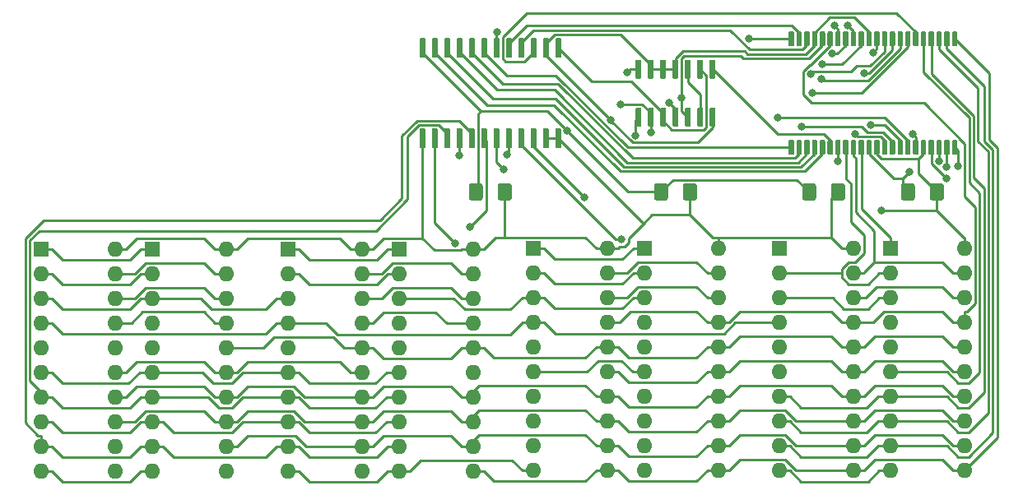
<source format=gtl>
G04 #@! TF.GenerationSoftware,KiCad,Pcbnew,(5.1.2-1)-1*
G04 #@! TF.CreationDate,2019-05-16T23:23:02+01:00*
G04 #@! TF.ProjectId,SRAM Board,5352414d-2042-46f6-9172-642e6b696361,rev?*
G04 #@! TF.SameCoordinates,Original*
G04 #@! TF.FileFunction,Copper,L1,Top*
G04 #@! TF.FilePolarity,Positive*
%FSLAX46Y46*%
G04 Gerber Fmt 4.6, Leading zero omitted, Abs format (unit mm)*
G04 Created by KiCad (PCBNEW (5.1.2-1)-1) date 2019-05-16 23:23:02*
%MOMM*%
%LPD*%
G04 APERTURE LIST*
%ADD10C,0.100000*%
%ADD11C,0.600000*%
%ADD12O,1.600000X1.600000*%
%ADD13R,1.600000X1.600000*%
%ADD14C,1.425000*%
%ADD15C,0.550000*%
%ADD16C,0.800000*%
%ADD17C,0.250000*%
G04 APERTURE END LIST*
D10*
G36*
X182409703Y-52745722D02*
G01*
X182424264Y-52747882D01*
X182438543Y-52751459D01*
X182452403Y-52756418D01*
X182465710Y-52762712D01*
X182478336Y-52770280D01*
X182490159Y-52779048D01*
X182501066Y-52788934D01*
X182510952Y-52799841D01*
X182519720Y-52811664D01*
X182527288Y-52824290D01*
X182533582Y-52837597D01*
X182538541Y-52851457D01*
X182542118Y-52865736D01*
X182544278Y-52880297D01*
X182545000Y-52895000D01*
X182545000Y-54645000D01*
X182544278Y-54659703D01*
X182542118Y-54674264D01*
X182538541Y-54688543D01*
X182533582Y-54702403D01*
X182527288Y-54715710D01*
X182519720Y-54728336D01*
X182510952Y-54740159D01*
X182501066Y-54751066D01*
X182490159Y-54760952D01*
X182478336Y-54769720D01*
X182465710Y-54777288D01*
X182452403Y-54783582D01*
X182438543Y-54788541D01*
X182424264Y-54792118D01*
X182409703Y-54794278D01*
X182395000Y-54795000D01*
X182095000Y-54795000D01*
X182080297Y-54794278D01*
X182065736Y-54792118D01*
X182051457Y-54788541D01*
X182037597Y-54783582D01*
X182024290Y-54777288D01*
X182011664Y-54769720D01*
X181999841Y-54760952D01*
X181988934Y-54751066D01*
X181979048Y-54740159D01*
X181970280Y-54728336D01*
X181962712Y-54715710D01*
X181956418Y-54702403D01*
X181951459Y-54688543D01*
X181947882Y-54674264D01*
X181945722Y-54659703D01*
X181945000Y-54645000D01*
X181945000Y-52895000D01*
X181945722Y-52880297D01*
X181947882Y-52865736D01*
X181951459Y-52851457D01*
X181956418Y-52837597D01*
X181962712Y-52824290D01*
X181970280Y-52811664D01*
X181979048Y-52799841D01*
X181988934Y-52788934D01*
X181999841Y-52779048D01*
X182011664Y-52770280D01*
X182024290Y-52762712D01*
X182037597Y-52756418D01*
X182051457Y-52751459D01*
X182065736Y-52747882D01*
X182080297Y-52745722D01*
X182095000Y-52745000D01*
X182395000Y-52745000D01*
X182409703Y-52745722D01*
X182409703Y-52745722D01*
G37*
D11*
X182245000Y-53770000D03*
D10*
G36*
X183679703Y-52745722D02*
G01*
X183694264Y-52747882D01*
X183708543Y-52751459D01*
X183722403Y-52756418D01*
X183735710Y-52762712D01*
X183748336Y-52770280D01*
X183760159Y-52779048D01*
X183771066Y-52788934D01*
X183780952Y-52799841D01*
X183789720Y-52811664D01*
X183797288Y-52824290D01*
X183803582Y-52837597D01*
X183808541Y-52851457D01*
X183812118Y-52865736D01*
X183814278Y-52880297D01*
X183815000Y-52895000D01*
X183815000Y-54645000D01*
X183814278Y-54659703D01*
X183812118Y-54674264D01*
X183808541Y-54688543D01*
X183803582Y-54702403D01*
X183797288Y-54715710D01*
X183789720Y-54728336D01*
X183780952Y-54740159D01*
X183771066Y-54751066D01*
X183760159Y-54760952D01*
X183748336Y-54769720D01*
X183735710Y-54777288D01*
X183722403Y-54783582D01*
X183708543Y-54788541D01*
X183694264Y-54792118D01*
X183679703Y-54794278D01*
X183665000Y-54795000D01*
X183365000Y-54795000D01*
X183350297Y-54794278D01*
X183335736Y-54792118D01*
X183321457Y-54788541D01*
X183307597Y-54783582D01*
X183294290Y-54777288D01*
X183281664Y-54769720D01*
X183269841Y-54760952D01*
X183258934Y-54751066D01*
X183249048Y-54740159D01*
X183240280Y-54728336D01*
X183232712Y-54715710D01*
X183226418Y-54702403D01*
X183221459Y-54688543D01*
X183217882Y-54674264D01*
X183215722Y-54659703D01*
X183215000Y-54645000D01*
X183215000Y-52895000D01*
X183215722Y-52880297D01*
X183217882Y-52865736D01*
X183221459Y-52851457D01*
X183226418Y-52837597D01*
X183232712Y-52824290D01*
X183240280Y-52811664D01*
X183249048Y-52799841D01*
X183258934Y-52788934D01*
X183269841Y-52779048D01*
X183281664Y-52770280D01*
X183294290Y-52762712D01*
X183307597Y-52756418D01*
X183321457Y-52751459D01*
X183335736Y-52747882D01*
X183350297Y-52745722D01*
X183365000Y-52745000D01*
X183665000Y-52745000D01*
X183679703Y-52745722D01*
X183679703Y-52745722D01*
G37*
D11*
X183515000Y-53770000D03*
D10*
G36*
X184949703Y-52745722D02*
G01*
X184964264Y-52747882D01*
X184978543Y-52751459D01*
X184992403Y-52756418D01*
X185005710Y-52762712D01*
X185018336Y-52770280D01*
X185030159Y-52779048D01*
X185041066Y-52788934D01*
X185050952Y-52799841D01*
X185059720Y-52811664D01*
X185067288Y-52824290D01*
X185073582Y-52837597D01*
X185078541Y-52851457D01*
X185082118Y-52865736D01*
X185084278Y-52880297D01*
X185085000Y-52895000D01*
X185085000Y-54645000D01*
X185084278Y-54659703D01*
X185082118Y-54674264D01*
X185078541Y-54688543D01*
X185073582Y-54702403D01*
X185067288Y-54715710D01*
X185059720Y-54728336D01*
X185050952Y-54740159D01*
X185041066Y-54751066D01*
X185030159Y-54760952D01*
X185018336Y-54769720D01*
X185005710Y-54777288D01*
X184992403Y-54783582D01*
X184978543Y-54788541D01*
X184964264Y-54792118D01*
X184949703Y-54794278D01*
X184935000Y-54795000D01*
X184635000Y-54795000D01*
X184620297Y-54794278D01*
X184605736Y-54792118D01*
X184591457Y-54788541D01*
X184577597Y-54783582D01*
X184564290Y-54777288D01*
X184551664Y-54769720D01*
X184539841Y-54760952D01*
X184528934Y-54751066D01*
X184519048Y-54740159D01*
X184510280Y-54728336D01*
X184502712Y-54715710D01*
X184496418Y-54702403D01*
X184491459Y-54688543D01*
X184487882Y-54674264D01*
X184485722Y-54659703D01*
X184485000Y-54645000D01*
X184485000Y-52895000D01*
X184485722Y-52880297D01*
X184487882Y-52865736D01*
X184491459Y-52851457D01*
X184496418Y-52837597D01*
X184502712Y-52824290D01*
X184510280Y-52811664D01*
X184519048Y-52799841D01*
X184528934Y-52788934D01*
X184539841Y-52779048D01*
X184551664Y-52770280D01*
X184564290Y-52762712D01*
X184577597Y-52756418D01*
X184591457Y-52751459D01*
X184605736Y-52747882D01*
X184620297Y-52745722D01*
X184635000Y-52745000D01*
X184935000Y-52745000D01*
X184949703Y-52745722D01*
X184949703Y-52745722D01*
G37*
D11*
X184785000Y-53770000D03*
D10*
G36*
X186219703Y-52745722D02*
G01*
X186234264Y-52747882D01*
X186248543Y-52751459D01*
X186262403Y-52756418D01*
X186275710Y-52762712D01*
X186288336Y-52770280D01*
X186300159Y-52779048D01*
X186311066Y-52788934D01*
X186320952Y-52799841D01*
X186329720Y-52811664D01*
X186337288Y-52824290D01*
X186343582Y-52837597D01*
X186348541Y-52851457D01*
X186352118Y-52865736D01*
X186354278Y-52880297D01*
X186355000Y-52895000D01*
X186355000Y-54645000D01*
X186354278Y-54659703D01*
X186352118Y-54674264D01*
X186348541Y-54688543D01*
X186343582Y-54702403D01*
X186337288Y-54715710D01*
X186329720Y-54728336D01*
X186320952Y-54740159D01*
X186311066Y-54751066D01*
X186300159Y-54760952D01*
X186288336Y-54769720D01*
X186275710Y-54777288D01*
X186262403Y-54783582D01*
X186248543Y-54788541D01*
X186234264Y-54792118D01*
X186219703Y-54794278D01*
X186205000Y-54795000D01*
X185905000Y-54795000D01*
X185890297Y-54794278D01*
X185875736Y-54792118D01*
X185861457Y-54788541D01*
X185847597Y-54783582D01*
X185834290Y-54777288D01*
X185821664Y-54769720D01*
X185809841Y-54760952D01*
X185798934Y-54751066D01*
X185789048Y-54740159D01*
X185780280Y-54728336D01*
X185772712Y-54715710D01*
X185766418Y-54702403D01*
X185761459Y-54688543D01*
X185757882Y-54674264D01*
X185755722Y-54659703D01*
X185755000Y-54645000D01*
X185755000Y-52895000D01*
X185755722Y-52880297D01*
X185757882Y-52865736D01*
X185761459Y-52851457D01*
X185766418Y-52837597D01*
X185772712Y-52824290D01*
X185780280Y-52811664D01*
X185789048Y-52799841D01*
X185798934Y-52788934D01*
X185809841Y-52779048D01*
X185821664Y-52770280D01*
X185834290Y-52762712D01*
X185847597Y-52756418D01*
X185861457Y-52751459D01*
X185875736Y-52747882D01*
X185890297Y-52745722D01*
X185905000Y-52745000D01*
X186205000Y-52745000D01*
X186219703Y-52745722D01*
X186219703Y-52745722D01*
G37*
D11*
X186055000Y-53770000D03*
D10*
G36*
X187489703Y-52745722D02*
G01*
X187504264Y-52747882D01*
X187518543Y-52751459D01*
X187532403Y-52756418D01*
X187545710Y-52762712D01*
X187558336Y-52770280D01*
X187570159Y-52779048D01*
X187581066Y-52788934D01*
X187590952Y-52799841D01*
X187599720Y-52811664D01*
X187607288Y-52824290D01*
X187613582Y-52837597D01*
X187618541Y-52851457D01*
X187622118Y-52865736D01*
X187624278Y-52880297D01*
X187625000Y-52895000D01*
X187625000Y-54645000D01*
X187624278Y-54659703D01*
X187622118Y-54674264D01*
X187618541Y-54688543D01*
X187613582Y-54702403D01*
X187607288Y-54715710D01*
X187599720Y-54728336D01*
X187590952Y-54740159D01*
X187581066Y-54751066D01*
X187570159Y-54760952D01*
X187558336Y-54769720D01*
X187545710Y-54777288D01*
X187532403Y-54783582D01*
X187518543Y-54788541D01*
X187504264Y-54792118D01*
X187489703Y-54794278D01*
X187475000Y-54795000D01*
X187175000Y-54795000D01*
X187160297Y-54794278D01*
X187145736Y-54792118D01*
X187131457Y-54788541D01*
X187117597Y-54783582D01*
X187104290Y-54777288D01*
X187091664Y-54769720D01*
X187079841Y-54760952D01*
X187068934Y-54751066D01*
X187059048Y-54740159D01*
X187050280Y-54728336D01*
X187042712Y-54715710D01*
X187036418Y-54702403D01*
X187031459Y-54688543D01*
X187027882Y-54674264D01*
X187025722Y-54659703D01*
X187025000Y-54645000D01*
X187025000Y-52895000D01*
X187025722Y-52880297D01*
X187027882Y-52865736D01*
X187031459Y-52851457D01*
X187036418Y-52837597D01*
X187042712Y-52824290D01*
X187050280Y-52811664D01*
X187059048Y-52799841D01*
X187068934Y-52788934D01*
X187079841Y-52779048D01*
X187091664Y-52770280D01*
X187104290Y-52762712D01*
X187117597Y-52756418D01*
X187131457Y-52751459D01*
X187145736Y-52747882D01*
X187160297Y-52745722D01*
X187175000Y-52745000D01*
X187475000Y-52745000D01*
X187489703Y-52745722D01*
X187489703Y-52745722D01*
G37*
D11*
X187325000Y-53770000D03*
D10*
G36*
X188759703Y-52745722D02*
G01*
X188774264Y-52747882D01*
X188788543Y-52751459D01*
X188802403Y-52756418D01*
X188815710Y-52762712D01*
X188828336Y-52770280D01*
X188840159Y-52779048D01*
X188851066Y-52788934D01*
X188860952Y-52799841D01*
X188869720Y-52811664D01*
X188877288Y-52824290D01*
X188883582Y-52837597D01*
X188888541Y-52851457D01*
X188892118Y-52865736D01*
X188894278Y-52880297D01*
X188895000Y-52895000D01*
X188895000Y-54645000D01*
X188894278Y-54659703D01*
X188892118Y-54674264D01*
X188888541Y-54688543D01*
X188883582Y-54702403D01*
X188877288Y-54715710D01*
X188869720Y-54728336D01*
X188860952Y-54740159D01*
X188851066Y-54751066D01*
X188840159Y-54760952D01*
X188828336Y-54769720D01*
X188815710Y-54777288D01*
X188802403Y-54783582D01*
X188788543Y-54788541D01*
X188774264Y-54792118D01*
X188759703Y-54794278D01*
X188745000Y-54795000D01*
X188445000Y-54795000D01*
X188430297Y-54794278D01*
X188415736Y-54792118D01*
X188401457Y-54788541D01*
X188387597Y-54783582D01*
X188374290Y-54777288D01*
X188361664Y-54769720D01*
X188349841Y-54760952D01*
X188338934Y-54751066D01*
X188329048Y-54740159D01*
X188320280Y-54728336D01*
X188312712Y-54715710D01*
X188306418Y-54702403D01*
X188301459Y-54688543D01*
X188297882Y-54674264D01*
X188295722Y-54659703D01*
X188295000Y-54645000D01*
X188295000Y-52895000D01*
X188295722Y-52880297D01*
X188297882Y-52865736D01*
X188301459Y-52851457D01*
X188306418Y-52837597D01*
X188312712Y-52824290D01*
X188320280Y-52811664D01*
X188329048Y-52799841D01*
X188338934Y-52788934D01*
X188349841Y-52779048D01*
X188361664Y-52770280D01*
X188374290Y-52762712D01*
X188387597Y-52756418D01*
X188401457Y-52751459D01*
X188415736Y-52747882D01*
X188430297Y-52745722D01*
X188445000Y-52745000D01*
X188745000Y-52745000D01*
X188759703Y-52745722D01*
X188759703Y-52745722D01*
G37*
D11*
X188595000Y-53770000D03*
D10*
G36*
X190029703Y-52745722D02*
G01*
X190044264Y-52747882D01*
X190058543Y-52751459D01*
X190072403Y-52756418D01*
X190085710Y-52762712D01*
X190098336Y-52770280D01*
X190110159Y-52779048D01*
X190121066Y-52788934D01*
X190130952Y-52799841D01*
X190139720Y-52811664D01*
X190147288Y-52824290D01*
X190153582Y-52837597D01*
X190158541Y-52851457D01*
X190162118Y-52865736D01*
X190164278Y-52880297D01*
X190165000Y-52895000D01*
X190165000Y-54645000D01*
X190164278Y-54659703D01*
X190162118Y-54674264D01*
X190158541Y-54688543D01*
X190153582Y-54702403D01*
X190147288Y-54715710D01*
X190139720Y-54728336D01*
X190130952Y-54740159D01*
X190121066Y-54751066D01*
X190110159Y-54760952D01*
X190098336Y-54769720D01*
X190085710Y-54777288D01*
X190072403Y-54783582D01*
X190058543Y-54788541D01*
X190044264Y-54792118D01*
X190029703Y-54794278D01*
X190015000Y-54795000D01*
X189715000Y-54795000D01*
X189700297Y-54794278D01*
X189685736Y-54792118D01*
X189671457Y-54788541D01*
X189657597Y-54783582D01*
X189644290Y-54777288D01*
X189631664Y-54769720D01*
X189619841Y-54760952D01*
X189608934Y-54751066D01*
X189599048Y-54740159D01*
X189590280Y-54728336D01*
X189582712Y-54715710D01*
X189576418Y-54702403D01*
X189571459Y-54688543D01*
X189567882Y-54674264D01*
X189565722Y-54659703D01*
X189565000Y-54645000D01*
X189565000Y-52895000D01*
X189565722Y-52880297D01*
X189567882Y-52865736D01*
X189571459Y-52851457D01*
X189576418Y-52837597D01*
X189582712Y-52824290D01*
X189590280Y-52811664D01*
X189599048Y-52799841D01*
X189608934Y-52788934D01*
X189619841Y-52779048D01*
X189631664Y-52770280D01*
X189644290Y-52762712D01*
X189657597Y-52756418D01*
X189671457Y-52751459D01*
X189685736Y-52747882D01*
X189700297Y-52745722D01*
X189715000Y-52745000D01*
X190015000Y-52745000D01*
X190029703Y-52745722D01*
X190029703Y-52745722D01*
G37*
D11*
X189865000Y-53770000D03*
D10*
G36*
X191299703Y-52745722D02*
G01*
X191314264Y-52747882D01*
X191328543Y-52751459D01*
X191342403Y-52756418D01*
X191355710Y-52762712D01*
X191368336Y-52770280D01*
X191380159Y-52779048D01*
X191391066Y-52788934D01*
X191400952Y-52799841D01*
X191409720Y-52811664D01*
X191417288Y-52824290D01*
X191423582Y-52837597D01*
X191428541Y-52851457D01*
X191432118Y-52865736D01*
X191434278Y-52880297D01*
X191435000Y-52895000D01*
X191435000Y-54645000D01*
X191434278Y-54659703D01*
X191432118Y-54674264D01*
X191428541Y-54688543D01*
X191423582Y-54702403D01*
X191417288Y-54715710D01*
X191409720Y-54728336D01*
X191400952Y-54740159D01*
X191391066Y-54751066D01*
X191380159Y-54760952D01*
X191368336Y-54769720D01*
X191355710Y-54777288D01*
X191342403Y-54783582D01*
X191328543Y-54788541D01*
X191314264Y-54792118D01*
X191299703Y-54794278D01*
X191285000Y-54795000D01*
X190985000Y-54795000D01*
X190970297Y-54794278D01*
X190955736Y-54792118D01*
X190941457Y-54788541D01*
X190927597Y-54783582D01*
X190914290Y-54777288D01*
X190901664Y-54769720D01*
X190889841Y-54760952D01*
X190878934Y-54751066D01*
X190869048Y-54740159D01*
X190860280Y-54728336D01*
X190852712Y-54715710D01*
X190846418Y-54702403D01*
X190841459Y-54688543D01*
X190837882Y-54674264D01*
X190835722Y-54659703D01*
X190835000Y-54645000D01*
X190835000Y-52895000D01*
X190835722Y-52880297D01*
X190837882Y-52865736D01*
X190841459Y-52851457D01*
X190846418Y-52837597D01*
X190852712Y-52824290D01*
X190860280Y-52811664D01*
X190869048Y-52799841D01*
X190878934Y-52788934D01*
X190889841Y-52779048D01*
X190901664Y-52770280D01*
X190914290Y-52762712D01*
X190927597Y-52756418D01*
X190941457Y-52751459D01*
X190955736Y-52747882D01*
X190970297Y-52745722D01*
X190985000Y-52745000D01*
X191285000Y-52745000D01*
X191299703Y-52745722D01*
X191299703Y-52745722D01*
G37*
D11*
X191135000Y-53770000D03*
D10*
G36*
X192569703Y-52745722D02*
G01*
X192584264Y-52747882D01*
X192598543Y-52751459D01*
X192612403Y-52756418D01*
X192625710Y-52762712D01*
X192638336Y-52770280D01*
X192650159Y-52779048D01*
X192661066Y-52788934D01*
X192670952Y-52799841D01*
X192679720Y-52811664D01*
X192687288Y-52824290D01*
X192693582Y-52837597D01*
X192698541Y-52851457D01*
X192702118Y-52865736D01*
X192704278Y-52880297D01*
X192705000Y-52895000D01*
X192705000Y-54645000D01*
X192704278Y-54659703D01*
X192702118Y-54674264D01*
X192698541Y-54688543D01*
X192693582Y-54702403D01*
X192687288Y-54715710D01*
X192679720Y-54728336D01*
X192670952Y-54740159D01*
X192661066Y-54751066D01*
X192650159Y-54760952D01*
X192638336Y-54769720D01*
X192625710Y-54777288D01*
X192612403Y-54783582D01*
X192598543Y-54788541D01*
X192584264Y-54792118D01*
X192569703Y-54794278D01*
X192555000Y-54795000D01*
X192255000Y-54795000D01*
X192240297Y-54794278D01*
X192225736Y-54792118D01*
X192211457Y-54788541D01*
X192197597Y-54783582D01*
X192184290Y-54777288D01*
X192171664Y-54769720D01*
X192159841Y-54760952D01*
X192148934Y-54751066D01*
X192139048Y-54740159D01*
X192130280Y-54728336D01*
X192122712Y-54715710D01*
X192116418Y-54702403D01*
X192111459Y-54688543D01*
X192107882Y-54674264D01*
X192105722Y-54659703D01*
X192105000Y-54645000D01*
X192105000Y-52895000D01*
X192105722Y-52880297D01*
X192107882Y-52865736D01*
X192111459Y-52851457D01*
X192116418Y-52837597D01*
X192122712Y-52824290D01*
X192130280Y-52811664D01*
X192139048Y-52799841D01*
X192148934Y-52788934D01*
X192159841Y-52779048D01*
X192171664Y-52770280D01*
X192184290Y-52762712D01*
X192197597Y-52756418D01*
X192211457Y-52751459D01*
X192225736Y-52747882D01*
X192240297Y-52745722D01*
X192255000Y-52745000D01*
X192555000Y-52745000D01*
X192569703Y-52745722D01*
X192569703Y-52745722D01*
G37*
D11*
X192405000Y-53770000D03*
D10*
G36*
X193839703Y-52745722D02*
G01*
X193854264Y-52747882D01*
X193868543Y-52751459D01*
X193882403Y-52756418D01*
X193895710Y-52762712D01*
X193908336Y-52770280D01*
X193920159Y-52779048D01*
X193931066Y-52788934D01*
X193940952Y-52799841D01*
X193949720Y-52811664D01*
X193957288Y-52824290D01*
X193963582Y-52837597D01*
X193968541Y-52851457D01*
X193972118Y-52865736D01*
X193974278Y-52880297D01*
X193975000Y-52895000D01*
X193975000Y-54645000D01*
X193974278Y-54659703D01*
X193972118Y-54674264D01*
X193968541Y-54688543D01*
X193963582Y-54702403D01*
X193957288Y-54715710D01*
X193949720Y-54728336D01*
X193940952Y-54740159D01*
X193931066Y-54751066D01*
X193920159Y-54760952D01*
X193908336Y-54769720D01*
X193895710Y-54777288D01*
X193882403Y-54783582D01*
X193868543Y-54788541D01*
X193854264Y-54792118D01*
X193839703Y-54794278D01*
X193825000Y-54795000D01*
X193525000Y-54795000D01*
X193510297Y-54794278D01*
X193495736Y-54792118D01*
X193481457Y-54788541D01*
X193467597Y-54783582D01*
X193454290Y-54777288D01*
X193441664Y-54769720D01*
X193429841Y-54760952D01*
X193418934Y-54751066D01*
X193409048Y-54740159D01*
X193400280Y-54728336D01*
X193392712Y-54715710D01*
X193386418Y-54702403D01*
X193381459Y-54688543D01*
X193377882Y-54674264D01*
X193375722Y-54659703D01*
X193375000Y-54645000D01*
X193375000Y-52895000D01*
X193375722Y-52880297D01*
X193377882Y-52865736D01*
X193381459Y-52851457D01*
X193386418Y-52837597D01*
X193392712Y-52824290D01*
X193400280Y-52811664D01*
X193409048Y-52799841D01*
X193418934Y-52788934D01*
X193429841Y-52779048D01*
X193441664Y-52770280D01*
X193454290Y-52762712D01*
X193467597Y-52756418D01*
X193481457Y-52751459D01*
X193495736Y-52747882D01*
X193510297Y-52745722D01*
X193525000Y-52745000D01*
X193825000Y-52745000D01*
X193839703Y-52745722D01*
X193839703Y-52745722D01*
G37*
D11*
X193675000Y-53770000D03*
D10*
G36*
X195109703Y-52745722D02*
G01*
X195124264Y-52747882D01*
X195138543Y-52751459D01*
X195152403Y-52756418D01*
X195165710Y-52762712D01*
X195178336Y-52770280D01*
X195190159Y-52779048D01*
X195201066Y-52788934D01*
X195210952Y-52799841D01*
X195219720Y-52811664D01*
X195227288Y-52824290D01*
X195233582Y-52837597D01*
X195238541Y-52851457D01*
X195242118Y-52865736D01*
X195244278Y-52880297D01*
X195245000Y-52895000D01*
X195245000Y-54645000D01*
X195244278Y-54659703D01*
X195242118Y-54674264D01*
X195238541Y-54688543D01*
X195233582Y-54702403D01*
X195227288Y-54715710D01*
X195219720Y-54728336D01*
X195210952Y-54740159D01*
X195201066Y-54751066D01*
X195190159Y-54760952D01*
X195178336Y-54769720D01*
X195165710Y-54777288D01*
X195152403Y-54783582D01*
X195138543Y-54788541D01*
X195124264Y-54792118D01*
X195109703Y-54794278D01*
X195095000Y-54795000D01*
X194795000Y-54795000D01*
X194780297Y-54794278D01*
X194765736Y-54792118D01*
X194751457Y-54788541D01*
X194737597Y-54783582D01*
X194724290Y-54777288D01*
X194711664Y-54769720D01*
X194699841Y-54760952D01*
X194688934Y-54751066D01*
X194679048Y-54740159D01*
X194670280Y-54728336D01*
X194662712Y-54715710D01*
X194656418Y-54702403D01*
X194651459Y-54688543D01*
X194647882Y-54674264D01*
X194645722Y-54659703D01*
X194645000Y-54645000D01*
X194645000Y-52895000D01*
X194645722Y-52880297D01*
X194647882Y-52865736D01*
X194651459Y-52851457D01*
X194656418Y-52837597D01*
X194662712Y-52824290D01*
X194670280Y-52811664D01*
X194679048Y-52799841D01*
X194688934Y-52788934D01*
X194699841Y-52779048D01*
X194711664Y-52770280D01*
X194724290Y-52762712D01*
X194737597Y-52756418D01*
X194751457Y-52751459D01*
X194765736Y-52747882D01*
X194780297Y-52745722D01*
X194795000Y-52745000D01*
X195095000Y-52745000D01*
X195109703Y-52745722D01*
X195109703Y-52745722D01*
G37*
D11*
X194945000Y-53770000D03*
D10*
G36*
X196379703Y-52745722D02*
G01*
X196394264Y-52747882D01*
X196408543Y-52751459D01*
X196422403Y-52756418D01*
X196435710Y-52762712D01*
X196448336Y-52770280D01*
X196460159Y-52779048D01*
X196471066Y-52788934D01*
X196480952Y-52799841D01*
X196489720Y-52811664D01*
X196497288Y-52824290D01*
X196503582Y-52837597D01*
X196508541Y-52851457D01*
X196512118Y-52865736D01*
X196514278Y-52880297D01*
X196515000Y-52895000D01*
X196515000Y-54645000D01*
X196514278Y-54659703D01*
X196512118Y-54674264D01*
X196508541Y-54688543D01*
X196503582Y-54702403D01*
X196497288Y-54715710D01*
X196489720Y-54728336D01*
X196480952Y-54740159D01*
X196471066Y-54751066D01*
X196460159Y-54760952D01*
X196448336Y-54769720D01*
X196435710Y-54777288D01*
X196422403Y-54783582D01*
X196408543Y-54788541D01*
X196394264Y-54792118D01*
X196379703Y-54794278D01*
X196365000Y-54795000D01*
X196065000Y-54795000D01*
X196050297Y-54794278D01*
X196035736Y-54792118D01*
X196021457Y-54788541D01*
X196007597Y-54783582D01*
X195994290Y-54777288D01*
X195981664Y-54769720D01*
X195969841Y-54760952D01*
X195958934Y-54751066D01*
X195949048Y-54740159D01*
X195940280Y-54728336D01*
X195932712Y-54715710D01*
X195926418Y-54702403D01*
X195921459Y-54688543D01*
X195917882Y-54674264D01*
X195915722Y-54659703D01*
X195915000Y-54645000D01*
X195915000Y-52895000D01*
X195915722Y-52880297D01*
X195917882Y-52865736D01*
X195921459Y-52851457D01*
X195926418Y-52837597D01*
X195932712Y-52824290D01*
X195940280Y-52811664D01*
X195949048Y-52799841D01*
X195958934Y-52788934D01*
X195969841Y-52779048D01*
X195981664Y-52770280D01*
X195994290Y-52762712D01*
X196007597Y-52756418D01*
X196021457Y-52751459D01*
X196035736Y-52747882D01*
X196050297Y-52745722D01*
X196065000Y-52745000D01*
X196365000Y-52745000D01*
X196379703Y-52745722D01*
X196379703Y-52745722D01*
G37*
D11*
X196215000Y-53770000D03*
D10*
G36*
X196379703Y-62045722D02*
G01*
X196394264Y-62047882D01*
X196408543Y-62051459D01*
X196422403Y-62056418D01*
X196435710Y-62062712D01*
X196448336Y-62070280D01*
X196460159Y-62079048D01*
X196471066Y-62088934D01*
X196480952Y-62099841D01*
X196489720Y-62111664D01*
X196497288Y-62124290D01*
X196503582Y-62137597D01*
X196508541Y-62151457D01*
X196512118Y-62165736D01*
X196514278Y-62180297D01*
X196515000Y-62195000D01*
X196515000Y-63945000D01*
X196514278Y-63959703D01*
X196512118Y-63974264D01*
X196508541Y-63988543D01*
X196503582Y-64002403D01*
X196497288Y-64015710D01*
X196489720Y-64028336D01*
X196480952Y-64040159D01*
X196471066Y-64051066D01*
X196460159Y-64060952D01*
X196448336Y-64069720D01*
X196435710Y-64077288D01*
X196422403Y-64083582D01*
X196408543Y-64088541D01*
X196394264Y-64092118D01*
X196379703Y-64094278D01*
X196365000Y-64095000D01*
X196065000Y-64095000D01*
X196050297Y-64094278D01*
X196035736Y-64092118D01*
X196021457Y-64088541D01*
X196007597Y-64083582D01*
X195994290Y-64077288D01*
X195981664Y-64069720D01*
X195969841Y-64060952D01*
X195958934Y-64051066D01*
X195949048Y-64040159D01*
X195940280Y-64028336D01*
X195932712Y-64015710D01*
X195926418Y-64002403D01*
X195921459Y-63988543D01*
X195917882Y-63974264D01*
X195915722Y-63959703D01*
X195915000Y-63945000D01*
X195915000Y-62195000D01*
X195915722Y-62180297D01*
X195917882Y-62165736D01*
X195921459Y-62151457D01*
X195926418Y-62137597D01*
X195932712Y-62124290D01*
X195940280Y-62111664D01*
X195949048Y-62099841D01*
X195958934Y-62088934D01*
X195969841Y-62079048D01*
X195981664Y-62070280D01*
X195994290Y-62062712D01*
X196007597Y-62056418D01*
X196021457Y-62051459D01*
X196035736Y-62047882D01*
X196050297Y-62045722D01*
X196065000Y-62045000D01*
X196365000Y-62045000D01*
X196379703Y-62045722D01*
X196379703Y-62045722D01*
G37*
D11*
X196215000Y-63070000D03*
D10*
G36*
X195109703Y-62045722D02*
G01*
X195124264Y-62047882D01*
X195138543Y-62051459D01*
X195152403Y-62056418D01*
X195165710Y-62062712D01*
X195178336Y-62070280D01*
X195190159Y-62079048D01*
X195201066Y-62088934D01*
X195210952Y-62099841D01*
X195219720Y-62111664D01*
X195227288Y-62124290D01*
X195233582Y-62137597D01*
X195238541Y-62151457D01*
X195242118Y-62165736D01*
X195244278Y-62180297D01*
X195245000Y-62195000D01*
X195245000Y-63945000D01*
X195244278Y-63959703D01*
X195242118Y-63974264D01*
X195238541Y-63988543D01*
X195233582Y-64002403D01*
X195227288Y-64015710D01*
X195219720Y-64028336D01*
X195210952Y-64040159D01*
X195201066Y-64051066D01*
X195190159Y-64060952D01*
X195178336Y-64069720D01*
X195165710Y-64077288D01*
X195152403Y-64083582D01*
X195138543Y-64088541D01*
X195124264Y-64092118D01*
X195109703Y-64094278D01*
X195095000Y-64095000D01*
X194795000Y-64095000D01*
X194780297Y-64094278D01*
X194765736Y-64092118D01*
X194751457Y-64088541D01*
X194737597Y-64083582D01*
X194724290Y-64077288D01*
X194711664Y-64069720D01*
X194699841Y-64060952D01*
X194688934Y-64051066D01*
X194679048Y-64040159D01*
X194670280Y-64028336D01*
X194662712Y-64015710D01*
X194656418Y-64002403D01*
X194651459Y-63988543D01*
X194647882Y-63974264D01*
X194645722Y-63959703D01*
X194645000Y-63945000D01*
X194645000Y-62195000D01*
X194645722Y-62180297D01*
X194647882Y-62165736D01*
X194651459Y-62151457D01*
X194656418Y-62137597D01*
X194662712Y-62124290D01*
X194670280Y-62111664D01*
X194679048Y-62099841D01*
X194688934Y-62088934D01*
X194699841Y-62079048D01*
X194711664Y-62070280D01*
X194724290Y-62062712D01*
X194737597Y-62056418D01*
X194751457Y-62051459D01*
X194765736Y-62047882D01*
X194780297Y-62045722D01*
X194795000Y-62045000D01*
X195095000Y-62045000D01*
X195109703Y-62045722D01*
X195109703Y-62045722D01*
G37*
D11*
X194945000Y-63070000D03*
D10*
G36*
X193839703Y-62045722D02*
G01*
X193854264Y-62047882D01*
X193868543Y-62051459D01*
X193882403Y-62056418D01*
X193895710Y-62062712D01*
X193908336Y-62070280D01*
X193920159Y-62079048D01*
X193931066Y-62088934D01*
X193940952Y-62099841D01*
X193949720Y-62111664D01*
X193957288Y-62124290D01*
X193963582Y-62137597D01*
X193968541Y-62151457D01*
X193972118Y-62165736D01*
X193974278Y-62180297D01*
X193975000Y-62195000D01*
X193975000Y-63945000D01*
X193974278Y-63959703D01*
X193972118Y-63974264D01*
X193968541Y-63988543D01*
X193963582Y-64002403D01*
X193957288Y-64015710D01*
X193949720Y-64028336D01*
X193940952Y-64040159D01*
X193931066Y-64051066D01*
X193920159Y-64060952D01*
X193908336Y-64069720D01*
X193895710Y-64077288D01*
X193882403Y-64083582D01*
X193868543Y-64088541D01*
X193854264Y-64092118D01*
X193839703Y-64094278D01*
X193825000Y-64095000D01*
X193525000Y-64095000D01*
X193510297Y-64094278D01*
X193495736Y-64092118D01*
X193481457Y-64088541D01*
X193467597Y-64083582D01*
X193454290Y-64077288D01*
X193441664Y-64069720D01*
X193429841Y-64060952D01*
X193418934Y-64051066D01*
X193409048Y-64040159D01*
X193400280Y-64028336D01*
X193392712Y-64015710D01*
X193386418Y-64002403D01*
X193381459Y-63988543D01*
X193377882Y-63974264D01*
X193375722Y-63959703D01*
X193375000Y-63945000D01*
X193375000Y-62195000D01*
X193375722Y-62180297D01*
X193377882Y-62165736D01*
X193381459Y-62151457D01*
X193386418Y-62137597D01*
X193392712Y-62124290D01*
X193400280Y-62111664D01*
X193409048Y-62099841D01*
X193418934Y-62088934D01*
X193429841Y-62079048D01*
X193441664Y-62070280D01*
X193454290Y-62062712D01*
X193467597Y-62056418D01*
X193481457Y-62051459D01*
X193495736Y-62047882D01*
X193510297Y-62045722D01*
X193525000Y-62045000D01*
X193825000Y-62045000D01*
X193839703Y-62045722D01*
X193839703Y-62045722D01*
G37*
D11*
X193675000Y-63070000D03*
D10*
G36*
X192569703Y-62045722D02*
G01*
X192584264Y-62047882D01*
X192598543Y-62051459D01*
X192612403Y-62056418D01*
X192625710Y-62062712D01*
X192638336Y-62070280D01*
X192650159Y-62079048D01*
X192661066Y-62088934D01*
X192670952Y-62099841D01*
X192679720Y-62111664D01*
X192687288Y-62124290D01*
X192693582Y-62137597D01*
X192698541Y-62151457D01*
X192702118Y-62165736D01*
X192704278Y-62180297D01*
X192705000Y-62195000D01*
X192705000Y-63945000D01*
X192704278Y-63959703D01*
X192702118Y-63974264D01*
X192698541Y-63988543D01*
X192693582Y-64002403D01*
X192687288Y-64015710D01*
X192679720Y-64028336D01*
X192670952Y-64040159D01*
X192661066Y-64051066D01*
X192650159Y-64060952D01*
X192638336Y-64069720D01*
X192625710Y-64077288D01*
X192612403Y-64083582D01*
X192598543Y-64088541D01*
X192584264Y-64092118D01*
X192569703Y-64094278D01*
X192555000Y-64095000D01*
X192255000Y-64095000D01*
X192240297Y-64094278D01*
X192225736Y-64092118D01*
X192211457Y-64088541D01*
X192197597Y-64083582D01*
X192184290Y-64077288D01*
X192171664Y-64069720D01*
X192159841Y-64060952D01*
X192148934Y-64051066D01*
X192139048Y-64040159D01*
X192130280Y-64028336D01*
X192122712Y-64015710D01*
X192116418Y-64002403D01*
X192111459Y-63988543D01*
X192107882Y-63974264D01*
X192105722Y-63959703D01*
X192105000Y-63945000D01*
X192105000Y-62195000D01*
X192105722Y-62180297D01*
X192107882Y-62165736D01*
X192111459Y-62151457D01*
X192116418Y-62137597D01*
X192122712Y-62124290D01*
X192130280Y-62111664D01*
X192139048Y-62099841D01*
X192148934Y-62088934D01*
X192159841Y-62079048D01*
X192171664Y-62070280D01*
X192184290Y-62062712D01*
X192197597Y-62056418D01*
X192211457Y-62051459D01*
X192225736Y-62047882D01*
X192240297Y-62045722D01*
X192255000Y-62045000D01*
X192555000Y-62045000D01*
X192569703Y-62045722D01*
X192569703Y-62045722D01*
G37*
D11*
X192405000Y-63070000D03*
D10*
G36*
X191299703Y-62045722D02*
G01*
X191314264Y-62047882D01*
X191328543Y-62051459D01*
X191342403Y-62056418D01*
X191355710Y-62062712D01*
X191368336Y-62070280D01*
X191380159Y-62079048D01*
X191391066Y-62088934D01*
X191400952Y-62099841D01*
X191409720Y-62111664D01*
X191417288Y-62124290D01*
X191423582Y-62137597D01*
X191428541Y-62151457D01*
X191432118Y-62165736D01*
X191434278Y-62180297D01*
X191435000Y-62195000D01*
X191435000Y-63945000D01*
X191434278Y-63959703D01*
X191432118Y-63974264D01*
X191428541Y-63988543D01*
X191423582Y-64002403D01*
X191417288Y-64015710D01*
X191409720Y-64028336D01*
X191400952Y-64040159D01*
X191391066Y-64051066D01*
X191380159Y-64060952D01*
X191368336Y-64069720D01*
X191355710Y-64077288D01*
X191342403Y-64083582D01*
X191328543Y-64088541D01*
X191314264Y-64092118D01*
X191299703Y-64094278D01*
X191285000Y-64095000D01*
X190985000Y-64095000D01*
X190970297Y-64094278D01*
X190955736Y-64092118D01*
X190941457Y-64088541D01*
X190927597Y-64083582D01*
X190914290Y-64077288D01*
X190901664Y-64069720D01*
X190889841Y-64060952D01*
X190878934Y-64051066D01*
X190869048Y-64040159D01*
X190860280Y-64028336D01*
X190852712Y-64015710D01*
X190846418Y-64002403D01*
X190841459Y-63988543D01*
X190837882Y-63974264D01*
X190835722Y-63959703D01*
X190835000Y-63945000D01*
X190835000Y-62195000D01*
X190835722Y-62180297D01*
X190837882Y-62165736D01*
X190841459Y-62151457D01*
X190846418Y-62137597D01*
X190852712Y-62124290D01*
X190860280Y-62111664D01*
X190869048Y-62099841D01*
X190878934Y-62088934D01*
X190889841Y-62079048D01*
X190901664Y-62070280D01*
X190914290Y-62062712D01*
X190927597Y-62056418D01*
X190941457Y-62051459D01*
X190955736Y-62047882D01*
X190970297Y-62045722D01*
X190985000Y-62045000D01*
X191285000Y-62045000D01*
X191299703Y-62045722D01*
X191299703Y-62045722D01*
G37*
D11*
X191135000Y-63070000D03*
D10*
G36*
X190029703Y-62045722D02*
G01*
X190044264Y-62047882D01*
X190058543Y-62051459D01*
X190072403Y-62056418D01*
X190085710Y-62062712D01*
X190098336Y-62070280D01*
X190110159Y-62079048D01*
X190121066Y-62088934D01*
X190130952Y-62099841D01*
X190139720Y-62111664D01*
X190147288Y-62124290D01*
X190153582Y-62137597D01*
X190158541Y-62151457D01*
X190162118Y-62165736D01*
X190164278Y-62180297D01*
X190165000Y-62195000D01*
X190165000Y-63945000D01*
X190164278Y-63959703D01*
X190162118Y-63974264D01*
X190158541Y-63988543D01*
X190153582Y-64002403D01*
X190147288Y-64015710D01*
X190139720Y-64028336D01*
X190130952Y-64040159D01*
X190121066Y-64051066D01*
X190110159Y-64060952D01*
X190098336Y-64069720D01*
X190085710Y-64077288D01*
X190072403Y-64083582D01*
X190058543Y-64088541D01*
X190044264Y-64092118D01*
X190029703Y-64094278D01*
X190015000Y-64095000D01*
X189715000Y-64095000D01*
X189700297Y-64094278D01*
X189685736Y-64092118D01*
X189671457Y-64088541D01*
X189657597Y-64083582D01*
X189644290Y-64077288D01*
X189631664Y-64069720D01*
X189619841Y-64060952D01*
X189608934Y-64051066D01*
X189599048Y-64040159D01*
X189590280Y-64028336D01*
X189582712Y-64015710D01*
X189576418Y-64002403D01*
X189571459Y-63988543D01*
X189567882Y-63974264D01*
X189565722Y-63959703D01*
X189565000Y-63945000D01*
X189565000Y-62195000D01*
X189565722Y-62180297D01*
X189567882Y-62165736D01*
X189571459Y-62151457D01*
X189576418Y-62137597D01*
X189582712Y-62124290D01*
X189590280Y-62111664D01*
X189599048Y-62099841D01*
X189608934Y-62088934D01*
X189619841Y-62079048D01*
X189631664Y-62070280D01*
X189644290Y-62062712D01*
X189657597Y-62056418D01*
X189671457Y-62051459D01*
X189685736Y-62047882D01*
X189700297Y-62045722D01*
X189715000Y-62045000D01*
X190015000Y-62045000D01*
X190029703Y-62045722D01*
X190029703Y-62045722D01*
G37*
D11*
X189865000Y-63070000D03*
D10*
G36*
X188759703Y-62045722D02*
G01*
X188774264Y-62047882D01*
X188788543Y-62051459D01*
X188802403Y-62056418D01*
X188815710Y-62062712D01*
X188828336Y-62070280D01*
X188840159Y-62079048D01*
X188851066Y-62088934D01*
X188860952Y-62099841D01*
X188869720Y-62111664D01*
X188877288Y-62124290D01*
X188883582Y-62137597D01*
X188888541Y-62151457D01*
X188892118Y-62165736D01*
X188894278Y-62180297D01*
X188895000Y-62195000D01*
X188895000Y-63945000D01*
X188894278Y-63959703D01*
X188892118Y-63974264D01*
X188888541Y-63988543D01*
X188883582Y-64002403D01*
X188877288Y-64015710D01*
X188869720Y-64028336D01*
X188860952Y-64040159D01*
X188851066Y-64051066D01*
X188840159Y-64060952D01*
X188828336Y-64069720D01*
X188815710Y-64077288D01*
X188802403Y-64083582D01*
X188788543Y-64088541D01*
X188774264Y-64092118D01*
X188759703Y-64094278D01*
X188745000Y-64095000D01*
X188445000Y-64095000D01*
X188430297Y-64094278D01*
X188415736Y-64092118D01*
X188401457Y-64088541D01*
X188387597Y-64083582D01*
X188374290Y-64077288D01*
X188361664Y-64069720D01*
X188349841Y-64060952D01*
X188338934Y-64051066D01*
X188329048Y-64040159D01*
X188320280Y-64028336D01*
X188312712Y-64015710D01*
X188306418Y-64002403D01*
X188301459Y-63988543D01*
X188297882Y-63974264D01*
X188295722Y-63959703D01*
X188295000Y-63945000D01*
X188295000Y-62195000D01*
X188295722Y-62180297D01*
X188297882Y-62165736D01*
X188301459Y-62151457D01*
X188306418Y-62137597D01*
X188312712Y-62124290D01*
X188320280Y-62111664D01*
X188329048Y-62099841D01*
X188338934Y-62088934D01*
X188349841Y-62079048D01*
X188361664Y-62070280D01*
X188374290Y-62062712D01*
X188387597Y-62056418D01*
X188401457Y-62051459D01*
X188415736Y-62047882D01*
X188430297Y-62045722D01*
X188445000Y-62045000D01*
X188745000Y-62045000D01*
X188759703Y-62045722D01*
X188759703Y-62045722D01*
G37*
D11*
X188595000Y-63070000D03*
D10*
G36*
X187489703Y-62045722D02*
G01*
X187504264Y-62047882D01*
X187518543Y-62051459D01*
X187532403Y-62056418D01*
X187545710Y-62062712D01*
X187558336Y-62070280D01*
X187570159Y-62079048D01*
X187581066Y-62088934D01*
X187590952Y-62099841D01*
X187599720Y-62111664D01*
X187607288Y-62124290D01*
X187613582Y-62137597D01*
X187618541Y-62151457D01*
X187622118Y-62165736D01*
X187624278Y-62180297D01*
X187625000Y-62195000D01*
X187625000Y-63945000D01*
X187624278Y-63959703D01*
X187622118Y-63974264D01*
X187618541Y-63988543D01*
X187613582Y-64002403D01*
X187607288Y-64015710D01*
X187599720Y-64028336D01*
X187590952Y-64040159D01*
X187581066Y-64051066D01*
X187570159Y-64060952D01*
X187558336Y-64069720D01*
X187545710Y-64077288D01*
X187532403Y-64083582D01*
X187518543Y-64088541D01*
X187504264Y-64092118D01*
X187489703Y-64094278D01*
X187475000Y-64095000D01*
X187175000Y-64095000D01*
X187160297Y-64094278D01*
X187145736Y-64092118D01*
X187131457Y-64088541D01*
X187117597Y-64083582D01*
X187104290Y-64077288D01*
X187091664Y-64069720D01*
X187079841Y-64060952D01*
X187068934Y-64051066D01*
X187059048Y-64040159D01*
X187050280Y-64028336D01*
X187042712Y-64015710D01*
X187036418Y-64002403D01*
X187031459Y-63988543D01*
X187027882Y-63974264D01*
X187025722Y-63959703D01*
X187025000Y-63945000D01*
X187025000Y-62195000D01*
X187025722Y-62180297D01*
X187027882Y-62165736D01*
X187031459Y-62151457D01*
X187036418Y-62137597D01*
X187042712Y-62124290D01*
X187050280Y-62111664D01*
X187059048Y-62099841D01*
X187068934Y-62088934D01*
X187079841Y-62079048D01*
X187091664Y-62070280D01*
X187104290Y-62062712D01*
X187117597Y-62056418D01*
X187131457Y-62051459D01*
X187145736Y-62047882D01*
X187160297Y-62045722D01*
X187175000Y-62045000D01*
X187475000Y-62045000D01*
X187489703Y-62045722D01*
X187489703Y-62045722D01*
G37*
D11*
X187325000Y-63070000D03*
D10*
G36*
X186219703Y-62045722D02*
G01*
X186234264Y-62047882D01*
X186248543Y-62051459D01*
X186262403Y-62056418D01*
X186275710Y-62062712D01*
X186288336Y-62070280D01*
X186300159Y-62079048D01*
X186311066Y-62088934D01*
X186320952Y-62099841D01*
X186329720Y-62111664D01*
X186337288Y-62124290D01*
X186343582Y-62137597D01*
X186348541Y-62151457D01*
X186352118Y-62165736D01*
X186354278Y-62180297D01*
X186355000Y-62195000D01*
X186355000Y-63945000D01*
X186354278Y-63959703D01*
X186352118Y-63974264D01*
X186348541Y-63988543D01*
X186343582Y-64002403D01*
X186337288Y-64015710D01*
X186329720Y-64028336D01*
X186320952Y-64040159D01*
X186311066Y-64051066D01*
X186300159Y-64060952D01*
X186288336Y-64069720D01*
X186275710Y-64077288D01*
X186262403Y-64083582D01*
X186248543Y-64088541D01*
X186234264Y-64092118D01*
X186219703Y-64094278D01*
X186205000Y-64095000D01*
X185905000Y-64095000D01*
X185890297Y-64094278D01*
X185875736Y-64092118D01*
X185861457Y-64088541D01*
X185847597Y-64083582D01*
X185834290Y-64077288D01*
X185821664Y-64069720D01*
X185809841Y-64060952D01*
X185798934Y-64051066D01*
X185789048Y-64040159D01*
X185780280Y-64028336D01*
X185772712Y-64015710D01*
X185766418Y-64002403D01*
X185761459Y-63988543D01*
X185757882Y-63974264D01*
X185755722Y-63959703D01*
X185755000Y-63945000D01*
X185755000Y-62195000D01*
X185755722Y-62180297D01*
X185757882Y-62165736D01*
X185761459Y-62151457D01*
X185766418Y-62137597D01*
X185772712Y-62124290D01*
X185780280Y-62111664D01*
X185789048Y-62099841D01*
X185798934Y-62088934D01*
X185809841Y-62079048D01*
X185821664Y-62070280D01*
X185834290Y-62062712D01*
X185847597Y-62056418D01*
X185861457Y-62051459D01*
X185875736Y-62047882D01*
X185890297Y-62045722D01*
X185905000Y-62045000D01*
X186205000Y-62045000D01*
X186219703Y-62045722D01*
X186219703Y-62045722D01*
G37*
D11*
X186055000Y-63070000D03*
D10*
G36*
X184949703Y-62045722D02*
G01*
X184964264Y-62047882D01*
X184978543Y-62051459D01*
X184992403Y-62056418D01*
X185005710Y-62062712D01*
X185018336Y-62070280D01*
X185030159Y-62079048D01*
X185041066Y-62088934D01*
X185050952Y-62099841D01*
X185059720Y-62111664D01*
X185067288Y-62124290D01*
X185073582Y-62137597D01*
X185078541Y-62151457D01*
X185082118Y-62165736D01*
X185084278Y-62180297D01*
X185085000Y-62195000D01*
X185085000Y-63945000D01*
X185084278Y-63959703D01*
X185082118Y-63974264D01*
X185078541Y-63988543D01*
X185073582Y-64002403D01*
X185067288Y-64015710D01*
X185059720Y-64028336D01*
X185050952Y-64040159D01*
X185041066Y-64051066D01*
X185030159Y-64060952D01*
X185018336Y-64069720D01*
X185005710Y-64077288D01*
X184992403Y-64083582D01*
X184978543Y-64088541D01*
X184964264Y-64092118D01*
X184949703Y-64094278D01*
X184935000Y-64095000D01*
X184635000Y-64095000D01*
X184620297Y-64094278D01*
X184605736Y-64092118D01*
X184591457Y-64088541D01*
X184577597Y-64083582D01*
X184564290Y-64077288D01*
X184551664Y-64069720D01*
X184539841Y-64060952D01*
X184528934Y-64051066D01*
X184519048Y-64040159D01*
X184510280Y-64028336D01*
X184502712Y-64015710D01*
X184496418Y-64002403D01*
X184491459Y-63988543D01*
X184487882Y-63974264D01*
X184485722Y-63959703D01*
X184485000Y-63945000D01*
X184485000Y-62195000D01*
X184485722Y-62180297D01*
X184487882Y-62165736D01*
X184491459Y-62151457D01*
X184496418Y-62137597D01*
X184502712Y-62124290D01*
X184510280Y-62111664D01*
X184519048Y-62099841D01*
X184528934Y-62088934D01*
X184539841Y-62079048D01*
X184551664Y-62070280D01*
X184564290Y-62062712D01*
X184577597Y-62056418D01*
X184591457Y-62051459D01*
X184605736Y-62047882D01*
X184620297Y-62045722D01*
X184635000Y-62045000D01*
X184935000Y-62045000D01*
X184949703Y-62045722D01*
X184949703Y-62045722D01*
G37*
D11*
X184785000Y-63070000D03*
D10*
G36*
X183679703Y-62045722D02*
G01*
X183694264Y-62047882D01*
X183708543Y-62051459D01*
X183722403Y-62056418D01*
X183735710Y-62062712D01*
X183748336Y-62070280D01*
X183760159Y-62079048D01*
X183771066Y-62088934D01*
X183780952Y-62099841D01*
X183789720Y-62111664D01*
X183797288Y-62124290D01*
X183803582Y-62137597D01*
X183808541Y-62151457D01*
X183812118Y-62165736D01*
X183814278Y-62180297D01*
X183815000Y-62195000D01*
X183815000Y-63945000D01*
X183814278Y-63959703D01*
X183812118Y-63974264D01*
X183808541Y-63988543D01*
X183803582Y-64002403D01*
X183797288Y-64015710D01*
X183789720Y-64028336D01*
X183780952Y-64040159D01*
X183771066Y-64051066D01*
X183760159Y-64060952D01*
X183748336Y-64069720D01*
X183735710Y-64077288D01*
X183722403Y-64083582D01*
X183708543Y-64088541D01*
X183694264Y-64092118D01*
X183679703Y-64094278D01*
X183665000Y-64095000D01*
X183365000Y-64095000D01*
X183350297Y-64094278D01*
X183335736Y-64092118D01*
X183321457Y-64088541D01*
X183307597Y-64083582D01*
X183294290Y-64077288D01*
X183281664Y-64069720D01*
X183269841Y-64060952D01*
X183258934Y-64051066D01*
X183249048Y-64040159D01*
X183240280Y-64028336D01*
X183232712Y-64015710D01*
X183226418Y-64002403D01*
X183221459Y-63988543D01*
X183217882Y-63974264D01*
X183215722Y-63959703D01*
X183215000Y-63945000D01*
X183215000Y-62195000D01*
X183215722Y-62180297D01*
X183217882Y-62165736D01*
X183221459Y-62151457D01*
X183226418Y-62137597D01*
X183232712Y-62124290D01*
X183240280Y-62111664D01*
X183249048Y-62099841D01*
X183258934Y-62088934D01*
X183269841Y-62079048D01*
X183281664Y-62070280D01*
X183294290Y-62062712D01*
X183307597Y-62056418D01*
X183321457Y-62051459D01*
X183335736Y-62047882D01*
X183350297Y-62045722D01*
X183365000Y-62045000D01*
X183665000Y-62045000D01*
X183679703Y-62045722D01*
X183679703Y-62045722D01*
G37*
D11*
X183515000Y-63070000D03*
D10*
G36*
X182409703Y-62045722D02*
G01*
X182424264Y-62047882D01*
X182438543Y-62051459D01*
X182452403Y-62056418D01*
X182465710Y-62062712D01*
X182478336Y-62070280D01*
X182490159Y-62079048D01*
X182501066Y-62088934D01*
X182510952Y-62099841D01*
X182519720Y-62111664D01*
X182527288Y-62124290D01*
X182533582Y-62137597D01*
X182538541Y-62151457D01*
X182542118Y-62165736D01*
X182544278Y-62180297D01*
X182545000Y-62195000D01*
X182545000Y-63945000D01*
X182544278Y-63959703D01*
X182542118Y-63974264D01*
X182538541Y-63988543D01*
X182533582Y-64002403D01*
X182527288Y-64015710D01*
X182519720Y-64028336D01*
X182510952Y-64040159D01*
X182501066Y-64051066D01*
X182490159Y-64060952D01*
X182478336Y-64069720D01*
X182465710Y-64077288D01*
X182452403Y-64083582D01*
X182438543Y-64088541D01*
X182424264Y-64092118D01*
X182409703Y-64094278D01*
X182395000Y-64095000D01*
X182095000Y-64095000D01*
X182080297Y-64094278D01*
X182065736Y-64092118D01*
X182051457Y-64088541D01*
X182037597Y-64083582D01*
X182024290Y-64077288D01*
X182011664Y-64069720D01*
X181999841Y-64060952D01*
X181988934Y-64051066D01*
X181979048Y-64040159D01*
X181970280Y-64028336D01*
X181962712Y-64015710D01*
X181956418Y-64002403D01*
X181951459Y-63988543D01*
X181947882Y-63974264D01*
X181945722Y-63959703D01*
X181945000Y-63945000D01*
X181945000Y-62195000D01*
X181945722Y-62180297D01*
X181947882Y-62165736D01*
X181951459Y-62151457D01*
X181956418Y-62137597D01*
X181962712Y-62124290D01*
X181970280Y-62111664D01*
X181979048Y-62099841D01*
X181988934Y-62088934D01*
X181999841Y-62079048D01*
X182011664Y-62070280D01*
X182024290Y-62062712D01*
X182037597Y-62056418D01*
X182051457Y-62051459D01*
X182065736Y-62047882D01*
X182080297Y-62045722D01*
X182095000Y-62045000D01*
X182395000Y-62045000D01*
X182409703Y-62045722D01*
X182409703Y-62045722D01*
G37*
D11*
X182245000Y-63070000D03*
D12*
X226568000Y-74422000D03*
X218948000Y-97282000D03*
X226568000Y-76962000D03*
X218948000Y-94742000D03*
X226568000Y-79502000D03*
X218948000Y-92202000D03*
X226568000Y-82042000D03*
X218948000Y-89662000D03*
X226568000Y-84582000D03*
X218948000Y-87122000D03*
X226568000Y-87122000D03*
X218948000Y-84582000D03*
X226568000Y-89662000D03*
X218948000Y-82042000D03*
X226568000Y-92202000D03*
X218948000Y-79502000D03*
X226568000Y-94742000D03*
X218948000Y-76962000D03*
X226568000Y-97282000D03*
D13*
X218948000Y-74422000D03*
D12*
X201270000Y-74396600D03*
X193650000Y-97256600D03*
X201270000Y-76936600D03*
X193650000Y-94716600D03*
X201270000Y-79476600D03*
X193650000Y-92176600D03*
X201270000Y-82016600D03*
X193650000Y-89636600D03*
X201270000Y-84556600D03*
X193650000Y-87096600D03*
X201270000Y-87096600D03*
X193650000Y-84556600D03*
X201270000Y-89636600D03*
X193650000Y-82016600D03*
X201270000Y-92176600D03*
X193650000Y-79476600D03*
X201270000Y-94716600D03*
X193650000Y-76936600D03*
X201270000Y-97256600D03*
D13*
X193650000Y-74396600D03*
D12*
X176022000Y-74473000D03*
X168402000Y-97333000D03*
X176022000Y-77013000D03*
X168402000Y-94793000D03*
X176022000Y-79553000D03*
X168402000Y-92253000D03*
X176022000Y-82093000D03*
X168402000Y-89713000D03*
X176022000Y-84633000D03*
X168402000Y-87173000D03*
X176022000Y-87173000D03*
X168402000Y-84633000D03*
X176022000Y-89713000D03*
X168402000Y-82093000D03*
X176022000Y-92253000D03*
X168402000Y-79553000D03*
X176022000Y-94793000D03*
X168402000Y-77013000D03*
X176022000Y-97333000D03*
D13*
X168402000Y-74473000D03*
D12*
X150622000Y-74473000D03*
X143002000Y-97333000D03*
X150622000Y-77013000D03*
X143002000Y-94793000D03*
X150622000Y-79553000D03*
X143002000Y-92253000D03*
X150622000Y-82093000D03*
X143002000Y-89713000D03*
X150622000Y-84633000D03*
X143002000Y-87173000D03*
X150622000Y-87173000D03*
X143002000Y-84633000D03*
X150622000Y-89713000D03*
X143002000Y-82093000D03*
X150622000Y-92253000D03*
X143002000Y-79553000D03*
X150622000Y-94793000D03*
X143002000Y-77013000D03*
X150622000Y-97333000D03*
D13*
X143002000Y-74473000D03*
D12*
X237998000Y-74422000D03*
X230378000Y-97282000D03*
X237998000Y-76962000D03*
X230378000Y-94742000D03*
X237998000Y-79502000D03*
X230378000Y-92202000D03*
X237998000Y-82042000D03*
X230378000Y-89662000D03*
X237998000Y-84582000D03*
X230378000Y-87122000D03*
X237998000Y-87122000D03*
X230378000Y-84582000D03*
X237998000Y-89662000D03*
X230378000Y-82042000D03*
X237998000Y-92202000D03*
X230378000Y-79502000D03*
X237998000Y-94742000D03*
X230378000Y-76962000D03*
X237998000Y-97282000D03*
D13*
X230378000Y-74422000D03*
D12*
X212700000Y-74396600D03*
X205080000Y-97256600D03*
X212700000Y-76936600D03*
X205080000Y-94716600D03*
X212700000Y-79476600D03*
X205080000Y-92176600D03*
X212700000Y-82016600D03*
X205080000Y-89636600D03*
X212700000Y-84556600D03*
X205080000Y-87096600D03*
X212700000Y-87096600D03*
X205080000Y-84556600D03*
X212700000Y-89636600D03*
X205080000Y-82016600D03*
X212700000Y-92176600D03*
X205080000Y-79476600D03*
X212700000Y-94716600D03*
X205080000Y-76936600D03*
X212700000Y-97256600D03*
D13*
X205080000Y-74396600D03*
D12*
X187452000Y-74473000D03*
X179832000Y-97333000D03*
X187452000Y-77013000D03*
X179832000Y-94793000D03*
X187452000Y-79553000D03*
X179832000Y-92253000D03*
X187452000Y-82093000D03*
X179832000Y-89713000D03*
X187452000Y-84633000D03*
X179832000Y-87173000D03*
X187452000Y-87173000D03*
X179832000Y-84633000D03*
X187452000Y-89713000D03*
X179832000Y-82093000D03*
X187452000Y-92253000D03*
X179832000Y-79553000D03*
X187452000Y-94793000D03*
X179832000Y-77013000D03*
X187452000Y-97333000D03*
D13*
X179832000Y-74473000D03*
D12*
X162052000Y-74473000D03*
X154432000Y-97333000D03*
X162052000Y-77013000D03*
X154432000Y-94793000D03*
X162052000Y-79553000D03*
X154432000Y-92253000D03*
X162052000Y-82093000D03*
X154432000Y-89713000D03*
X162052000Y-84633000D03*
X154432000Y-87173000D03*
X162052000Y-87173000D03*
X154432000Y-84633000D03*
X162052000Y-89713000D03*
X154432000Y-82093000D03*
X162052000Y-92253000D03*
X154432000Y-79553000D03*
X162052000Y-94793000D03*
X154432000Y-77013000D03*
X162052000Y-97333000D03*
D13*
X154432000Y-74473000D03*
D10*
G36*
X188229504Y-67706204D02*
G01*
X188253773Y-67709804D01*
X188277571Y-67715765D01*
X188300671Y-67724030D01*
X188322849Y-67734520D01*
X188343893Y-67747133D01*
X188363598Y-67761747D01*
X188381777Y-67778223D01*
X188398253Y-67796402D01*
X188412867Y-67816107D01*
X188425480Y-67837151D01*
X188435970Y-67859329D01*
X188444235Y-67882429D01*
X188450196Y-67906227D01*
X188453796Y-67930496D01*
X188455000Y-67955000D01*
X188455000Y-69205000D01*
X188453796Y-69229504D01*
X188450196Y-69253773D01*
X188444235Y-69277571D01*
X188435970Y-69300671D01*
X188425480Y-69322849D01*
X188412867Y-69343893D01*
X188398253Y-69363598D01*
X188381777Y-69381777D01*
X188363598Y-69398253D01*
X188343893Y-69412867D01*
X188322849Y-69425480D01*
X188300671Y-69435970D01*
X188277571Y-69444235D01*
X188253773Y-69450196D01*
X188229504Y-69453796D01*
X188205000Y-69455000D01*
X187280000Y-69455000D01*
X187255496Y-69453796D01*
X187231227Y-69450196D01*
X187207429Y-69444235D01*
X187184329Y-69435970D01*
X187162151Y-69425480D01*
X187141107Y-69412867D01*
X187121402Y-69398253D01*
X187103223Y-69381777D01*
X187086747Y-69363598D01*
X187072133Y-69343893D01*
X187059520Y-69322849D01*
X187049030Y-69300671D01*
X187040765Y-69277571D01*
X187034804Y-69253773D01*
X187031204Y-69229504D01*
X187030000Y-69205000D01*
X187030000Y-67955000D01*
X187031204Y-67930496D01*
X187034804Y-67906227D01*
X187040765Y-67882429D01*
X187049030Y-67859329D01*
X187059520Y-67837151D01*
X187072133Y-67816107D01*
X187086747Y-67796402D01*
X187103223Y-67778223D01*
X187121402Y-67761747D01*
X187141107Y-67747133D01*
X187162151Y-67734520D01*
X187184329Y-67724030D01*
X187207429Y-67715765D01*
X187231227Y-67709804D01*
X187255496Y-67706204D01*
X187280000Y-67705000D01*
X188205000Y-67705000D01*
X188229504Y-67706204D01*
X188229504Y-67706204D01*
G37*
D14*
X187742500Y-68580000D03*
D10*
G36*
X191204504Y-67706204D02*
G01*
X191228773Y-67709804D01*
X191252571Y-67715765D01*
X191275671Y-67724030D01*
X191297849Y-67734520D01*
X191318893Y-67747133D01*
X191338598Y-67761747D01*
X191356777Y-67778223D01*
X191373253Y-67796402D01*
X191387867Y-67816107D01*
X191400480Y-67837151D01*
X191410970Y-67859329D01*
X191419235Y-67882429D01*
X191425196Y-67906227D01*
X191428796Y-67930496D01*
X191430000Y-67955000D01*
X191430000Y-69205000D01*
X191428796Y-69229504D01*
X191425196Y-69253773D01*
X191419235Y-69277571D01*
X191410970Y-69300671D01*
X191400480Y-69322849D01*
X191387867Y-69343893D01*
X191373253Y-69363598D01*
X191356777Y-69381777D01*
X191338598Y-69398253D01*
X191318893Y-69412867D01*
X191297849Y-69425480D01*
X191275671Y-69435970D01*
X191252571Y-69444235D01*
X191228773Y-69450196D01*
X191204504Y-69453796D01*
X191180000Y-69455000D01*
X190255000Y-69455000D01*
X190230496Y-69453796D01*
X190206227Y-69450196D01*
X190182429Y-69444235D01*
X190159329Y-69435970D01*
X190137151Y-69425480D01*
X190116107Y-69412867D01*
X190096402Y-69398253D01*
X190078223Y-69381777D01*
X190061747Y-69363598D01*
X190047133Y-69343893D01*
X190034520Y-69322849D01*
X190024030Y-69300671D01*
X190015765Y-69277571D01*
X190009804Y-69253773D01*
X190006204Y-69229504D01*
X190005000Y-69205000D01*
X190005000Y-67955000D01*
X190006204Y-67930496D01*
X190009804Y-67906227D01*
X190015765Y-67882429D01*
X190024030Y-67859329D01*
X190034520Y-67837151D01*
X190047133Y-67816107D01*
X190061747Y-67796402D01*
X190078223Y-67778223D01*
X190096402Y-67761747D01*
X190116107Y-67747133D01*
X190137151Y-67734520D01*
X190159329Y-67724030D01*
X190182429Y-67715765D01*
X190206227Y-67709804D01*
X190230496Y-67706204D01*
X190255000Y-67705000D01*
X191180000Y-67705000D01*
X191204504Y-67706204D01*
X191204504Y-67706204D01*
G37*
D14*
X190717500Y-68580000D03*
D10*
G36*
X210254504Y-67706204D02*
G01*
X210278773Y-67709804D01*
X210302571Y-67715765D01*
X210325671Y-67724030D01*
X210347849Y-67734520D01*
X210368893Y-67747133D01*
X210388598Y-67761747D01*
X210406777Y-67778223D01*
X210423253Y-67796402D01*
X210437867Y-67816107D01*
X210450480Y-67837151D01*
X210460970Y-67859329D01*
X210469235Y-67882429D01*
X210475196Y-67906227D01*
X210478796Y-67930496D01*
X210480000Y-67955000D01*
X210480000Y-69205000D01*
X210478796Y-69229504D01*
X210475196Y-69253773D01*
X210469235Y-69277571D01*
X210460970Y-69300671D01*
X210450480Y-69322849D01*
X210437867Y-69343893D01*
X210423253Y-69363598D01*
X210406777Y-69381777D01*
X210388598Y-69398253D01*
X210368893Y-69412867D01*
X210347849Y-69425480D01*
X210325671Y-69435970D01*
X210302571Y-69444235D01*
X210278773Y-69450196D01*
X210254504Y-69453796D01*
X210230000Y-69455000D01*
X209305000Y-69455000D01*
X209280496Y-69453796D01*
X209256227Y-69450196D01*
X209232429Y-69444235D01*
X209209329Y-69435970D01*
X209187151Y-69425480D01*
X209166107Y-69412867D01*
X209146402Y-69398253D01*
X209128223Y-69381777D01*
X209111747Y-69363598D01*
X209097133Y-69343893D01*
X209084520Y-69322849D01*
X209074030Y-69300671D01*
X209065765Y-69277571D01*
X209059804Y-69253773D01*
X209056204Y-69229504D01*
X209055000Y-69205000D01*
X209055000Y-67955000D01*
X209056204Y-67930496D01*
X209059804Y-67906227D01*
X209065765Y-67882429D01*
X209074030Y-67859329D01*
X209084520Y-67837151D01*
X209097133Y-67816107D01*
X209111747Y-67796402D01*
X209128223Y-67778223D01*
X209146402Y-67761747D01*
X209166107Y-67747133D01*
X209187151Y-67734520D01*
X209209329Y-67724030D01*
X209232429Y-67715765D01*
X209256227Y-67709804D01*
X209280496Y-67706204D01*
X209305000Y-67705000D01*
X210230000Y-67705000D01*
X210254504Y-67706204D01*
X210254504Y-67706204D01*
G37*
D14*
X209767500Y-68580000D03*
D10*
G36*
X207279504Y-67706204D02*
G01*
X207303773Y-67709804D01*
X207327571Y-67715765D01*
X207350671Y-67724030D01*
X207372849Y-67734520D01*
X207393893Y-67747133D01*
X207413598Y-67761747D01*
X207431777Y-67778223D01*
X207448253Y-67796402D01*
X207462867Y-67816107D01*
X207475480Y-67837151D01*
X207485970Y-67859329D01*
X207494235Y-67882429D01*
X207500196Y-67906227D01*
X207503796Y-67930496D01*
X207505000Y-67955000D01*
X207505000Y-69205000D01*
X207503796Y-69229504D01*
X207500196Y-69253773D01*
X207494235Y-69277571D01*
X207485970Y-69300671D01*
X207475480Y-69322849D01*
X207462867Y-69343893D01*
X207448253Y-69363598D01*
X207431777Y-69381777D01*
X207413598Y-69398253D01*
X207393893Y-69412867D01*
X207372849Y-69425480D01*
X207350671Y-69435970D01*
X207327571Y-69444235D01*
X207303773Y-69450196D01*
X207279504Y-69453796D01*
X207255000Y-69455000D01*
X206330000Y-69455000D01*
X206305496Y-69453796D01*
X206281227Y-69450196D01*
X206257429Y-69444235D01*
X206234329Y-69435970D01*
X206212151Y-69425480D01*
X206191107Y-69412867D01*
X206171402Y-69398253D01*
X206153223Y-69381777D01*
X206136747Y-69363598D01*
X206122133Y-69343893D01*
X206109520Y-69322849D01*
X206099030Y-69300671D01*
X206090765Y-69277571D01*
X206084804Y-69253773D01*
X206081204Y-69229504D01*
X206080000Y-69205000D01*
X206080000Y-67955000D01*
X206081204Y-67930496D01*
X206084804Y-67906227D01*
X206090765Y-67882429D01*
X206099030Y-67859329D01*
X206109520Y-67837151D01*
X206122133Y-67816107D01*
X206136747Y-67796402D01*
X206153223Y-67778223D01*
X206171402Y-67761747D01*
X206191107Y-67747133D01*
X206212151Y-67734520D01*
X206234329Y-67724030D01*
X206257429Y-67715765D01*
X206281227Y-67709804D01*
X206305496Y-67706204D01*
X206330000Y-67705000D01*
X207255000Y-67705000D01*
X207279504Y-67706204D01*
X207279504Y-67706204D01*
G37*
D14*
X206792500Y-68580000D03*
D10*
G36*
X222519504Y-67706204D02*
G01*
X222543773Y-67709804D01*
X222567571Y-67715765D01*
X222590671Y-67724030D01*
X222612849Y-67734520D01*
X222633893Y-67747133D01*
X222653598Y-67761747D01*
X222671777Y-67778223D01*
X222688253Y-67796402D01*
X222702867Y-67816107D01*
X222715480Y-67837151D01*
X222725970Y-67859329D01*
X222734235Y-67882429D01*
X222740196Y-67906227D01*
X222743796Y-67930496D01*
X222745000Y-67955000D01*
X222745000Y-69205000D01*
X222743796Y-69229504D01*
X222740196Y-69253773D01*
X222734235Y-69277571D01*
X222725970Y-69300671D01*
X222715480Y-69322849D01*
X222702867Y-69343893D01*
X222688253Y-69363598D01*
X222671777Y-69381777D01*
X222653598Y-69398253D01*
X222633893Y-69412867D01*
X222612849Y-69425480D01*
X222590671Y-69435970D01*
X222567571Y-69444235D01*
X222543773Y-69450196D01*
X222519504Y-69453796D01*
X222495000Y-69455000D01*
X221570000Y-69455000D01*
X221545496Y-69453796D01*
X221521227Y-69450196D01*
X221497429Y-69444235D01*
X221474329Y-69435970D01*
X221452151Y-69425480D01*
X221431107Y-69412867D01*
X221411402Y-69398253D01*
X221393223Y-69381777D01*
X221376747Y-69363598D01*
X221362133Y-69343893D01*
X221349520Y-69322849D01*
X221339030Y-69300671D01*
X221330765Y-69277571D01*
X221324804Y-69253773D01*
X221321204Y-69229504D01*
X221320000Y-69205000D01*
X221320000Y-67955000D01*
X221321204Y-67930496D01*
X221324804Y-67906227D01*
X221330765Y-67882429D01*
X221339030Y-67859329D01*
X221349520Y-67837151D01*
X221362133Y-67816107D01*
X221376747Y-67796402D01*
X221393223Y-67778223D01*
X221411402Y-67761747D01*
X221431107Y-67747133D01*
X221452151Y-67734520D01*
X221474329Y-67724030D01*
X221497429Y-67715765D01*
X221521227Y-67709804D01*
X221545496Y-67706204D01*
X221570000Y-67705000D01*
X222495000Y-67705000D01*
X222519504Y-67706204D01*
X222519504Y-67706204D01*
G37*
D14*
X222032500Y-68580000D03*
D10*
G36*
X225494504Y-67706204D02*
G01*
X225518773Y-67709804D01*
X225542571Y-67715765D01*
X225565671Y-67724030D01*
X225587849Y-67734520D01*
X225608893Y-67747133D01*
X225628598Y-67761747D01*
X225646777Y-67778223D01*
X225663253Y-67796402D01*
X225677867Y-67816107D01*
X225690480Y-67837151D01*
X225700970Y-67859329D01*
X225709235Y-67882429D01*
X225715196Y-67906227D01*
X225718796Y-67930496D01*
X225720000Y-67955000D01*
X225720000Y-69205000D01*
X225718796Y-69229504D01*
X225715196Y-69253773D01*
X225709235Y-69277571D01*
X225700970Y-69300671D01*
X225690480Y-69322849D01*
X225677867Y-69343893D01*
X225663253Y-69363598D01*
X225646777Y-69381777D01*
X225628598Y-69398253D01*
X225608893Y-69412867D01*
X225587849Y-69425480D01*
X225565671Y-69435970D01*
X225542571Y-69444235D01*
X225518773Y-69450196D01*
X225494504Y-69453796D01*
X225470000Y-69455000D01*
X224545000Y-69455000D01*
X224520496Y-69453796D01*
X224496227Y-69450196D01*
X224472429Y-69444235D01*
X224449329Y-69435970D01*
X224427151Y-69425480D01*
X224406107Y-69412867D01*
X224386402Y-69398253D01*
X224368223Y-69381777D01*
X224351747Y-69363598D01*
X224337133Y-69343893D01*
X224324520Y-69322849D01*
X224314030Y-69300671D01*
X224305765Y-69277571D01*
X224299804Y-69253773D01*
X224296204Y-69229504D01*
X224295000Y-69205000D01*
X224295000Y-67955000D01*
X224296204Y-67930496D01*
X224299804Y-67906227D01*
X224305765Y-67882429D01*
X224314030Y-67859329D01*
X224324520Y-67837151D01*
X224337133Y-67816107D01*
X224351747Y-67796402D01*
X224368223Y-67778223D01*
X224386402Y-67761747D01*
X224406107Y-67747133D01*
X224427151Y-67734520D01*
X224449329Y-67724030D01*
X224472429Y-67715765D01*
X224496227Y-67709804D01*
X224520496Y-67706204D01*
X224545000Y-67705000D01*
X225470000Y-67705000D01*
X225494504Y-67706204D01*
X225494504Y-67706204D01*
G37*
D14*
X225007500Y-68580000D03*
D10*
G36*
X235654504Y-67706204D02*
G01*
X235678773Y-67709804D01*
X235702571Y-67715765D01*
X235725671Y-67724030D01*
X235747849Y-67734520D01*
X235768893Y-67747133D01*
X235788598Y-67761747D01*
X235806777Y-67778223D01*
X235823253Y-67796402D01*
X235837867Y-67816107D01*
X235850480Y-67837151D01*
X235860970Y-67859329D01*
X235869235Y-67882429D01*
X235875196Y-67906227D01*
X235878796Y-67930496D01*
X235880000Y-67955000D01*
X235880000Y-69205000D01*
X235878796Y-69229504D01*
X235875196Y-69253773D01*
X235869235Y-69277571D01*
X235860970Y-69300671D01*
X235850480Y-69322849D01*
X235837867Y-69343893D01*
X235823253Y-69363598D01*
X235806777Y-69381777D01*
X235788598Y-69398253D01*
X235768893Y-69412867D01*
X235747849Y-69425480D01*
X235725671Y-69435970D01*
X235702571Y-69444235D01*
X235678773Y-69450196D01*
X235654504Y-69453796D01*
X235630000Y-69455000D01*
X234705000Y-69455000D01*
X234680496Y-69453796D01*
X234656227Y-69450196D01*
X234632429Y-69444235D01*
X234609329Y-69435970D01*
X234587151Y-69425480D01*
X234566107Y-69412867D01*
X234546402Y-69398253D01*
X234528223Y-69381777D01*
X234511747Y-69363598D01*
X234497133Y-69343893D01*
X234484520Y-69322849D01*
X234474030Y-69300671D01*
X234465765Y-69277571D01*
X234459804Y-69253773D01*
X234456204Y-69229504D01*
X234455000Y-69205000D01*
X234455000Y-67955000D01*
X234456204Y-67930496D01*
X234459804Y-67906227D01*
X234465765Y-67882429D01*
X234474030Y-67859329D01*
X234484520Y-67837151D01*
X234497133Y-67816107D01*
X234511747Y-67796402D01*
X234528223Y-67778223D01*
X234546402Y-67761747D01*
X234566107Y-67747133D01*
X234587151Y-67734520D01*
X234609329Y-67724030D01*
X234632429Y-67715765D01*
X234656227Y-67709804D01*
X234680496Y-67706204D01*
X234705000Y-67705000D01*
X235630000Y-67705000D01*
X235654504Y-67706204D01*
X235654504Y-67706204D01*
G37*
D14*
X235167500Y-68580000D03*
D10*
G36*
X232679504Y-67706204D02*
G01*
X232703773Y-67709804D01*
X232727571Y-67715765D01*
X232750671Y-67724030D01*
X232772849Y-67734520D01*
X232793893Y-67747133D01*
X232813598Y-67761747D01*
X232831777Y-67778223D01*
X232848253Y-67796402D01*
X232862867Y-67816107D01*
X232875480Y-67837151D01*
X232885970Y-67859329D01*
X232894235Y-67882429D01*
X232900196Y-67906227D01*
X232903796Y-67930496D01*
X232905000Y-67955000D01*
X232905000Y-69205000D01*
X232903796Y-69229504D01*
X232900196Y-69253773D01*
X232894235Y-69277571D01*
X232885970Y-69300671D01*
X232875480Y-69322849D01*
X232862867Y-69343893D01*
X232848253Y-69363598D01*
X232831777Y-69381777D01*
X232813598Y-69398253D01*
X232793893Y-69412867D01*
X232772849Y-69425480D01*
X232750671Y-69435970D01*
X232727571Y-69444235D01*
X232703773Y-69450196D01*
X232679504Y-69453796D01*
X232655000Y-69455000D01*
X231730000Y-69455000D01*
X231705496Y-69453796D01*
X231681227Y-69450196D01*
X231657429Y-69444235D01*
X231634329Y-69435970D01*
X231612151Y-69425480D01*
X231591107Y-69412867D01*
X231571402Y-69398253D01*
X231553223Y-69381777D01*
X231536747Y-69363598D01*
X231522133Y-69343893D01*
X231509520Y-69322849D01*
X231499030Y-69300671D01*
X231490765Y-69277571D01*
X231484804Y-69253773D01*
X231481204Y-69229504D01*
X231480000Y-69205000D01*
X231480000Y-67955000D01*
X231481204Y-67930496D01*
X231484804Y-67906227D01*
X231490765Y-67882429D01*
X231499030Y-67859329D01*
X231509520Y-67837151D01*
X231522133Y-67816107D01*
X231536747Y-67796402D01*
X231553223Y-67778223D01*
X231571402Y-67761747D01*
X231591107Y-67747133D01*
X231612151Y-67734520D01*
X231634329Y-67724030D01*
X231657429Y-67715765D01*
X231681227Y-67709804D01*
X231705496Y-67706204D01*
X231730000Y-67705000D01*
X232655000Y-67705000D01*
X232679504Y-67706204D01*
X232679504Y-67706204D01*
G37*
D14*
X232192500Y-68580000D03*
D10*
G36*
X204634703Y-59920722D02*
G01*
X204649264Y-59922882D01*
X204663543Y-59926459D01*
X204677403Y-59931418D01*
X204690710Y-59937712D01*
X204703336Y-59945280D01*
X204715159Y-59954048D01*
X204726066Y-59963934D01*
X204735952Y-59974841D01*
X204744720Y-59986664D01*
X204752288Y-59999290D01*
X204758582Y-60012597D01*
X204763541Y-60026457D01*
X204767118Y-60040736D01*
X204769278Y-60055297D01*
X204770000Y-60070000D01*
X204770000Y-61720000D01*
X204769278Y-61734703D01*
X204767118Y-61749264D01*
X204763541Y-61763543D01*
X204758582Y-61777403D01*
X204752288Y-61790710D01*
X204744720Y-61803336D01*
X204735952Y-61815159D01*
X204726066Y-61826066D01*
X204715159Y-61835952D01*
X204703336Y-61844720D01*
X204690710Y-61852288D01*
X204677403Y-61858582D01*
X204663543Y-61863541D01*
X204649264Y-61867118D01*
X204634703Y-61869278D01*
X204620000Y-61870000D01*
X204320000Y-61870000D01*
X204305297Y-61869278D01*
X204290736Y-61867118D01*
X204276457Y-61863541D01*
X204262597Y-61858582D01*
X204249290Y-61852288D01*
X204236664Y-61844720D01*
X204224841Y-61835952D01*
X204213934Y-61826066D01*
X204204048Y-61815159D01*
X204195280Y-61803336D01*
X204187712Y-61790710D01*
X204181418Y-61777403D01*
X204176459Y-61763543D01*
X204172882Y-61749264D01*
X204170722Y-61734703D01*
X204170000Y-61720000D01*
X204170000Y-60070000D01*
X204170722Y-60055297D01*
X204172882Y-60040736D01*
X204176459Y-60026457D01*
X204181418Y-60012597D01*
X204187712Y-59999290D01*
X204195280Y-59986664D01*
X204204048Y-59974841D01*
X204213934Y-59963934D01*
X204224841Y-59954048D01*
X204236664Y-59945280D01*
X204249290Y-59937712D01*
X204262597Y-59931418D01*
X204276457Y-59926459D01*
X204290736Y-59922882D01*
X204305297Y-59920722D01*
X204320000Y-59920000D01*
X204620000Y-59920000D01*
X204634703Y-59920722D01*
X204634703Y-59920722D01*
G37*
D11*
X204470000Y-60895000D03*
D10*
G36*
X205904703Y-59920722D02*
G01*
X205919264Y-59922882D01*
X205933543Y-59926459D01*
X205947403Y-59931418D01*
X205960710Y-59937712D01*
X205973336Y-59945280D01*
X205985159Y-59954048D01*
X205996066Y-59963934D01*
X206005952Y-59974841D01*
X206014720Y-59986664D01*
X206022288Y-59999290D01*
X206028582Y-60012597D01*
X206033541Y-60026457D01*
X206037118Y-60040736D01*
X206039278Y-60055297D01*
X206040000Y-60070000D01*
X206040000Y-61720000D01*
X206039278Y-61734703D01*
X206037118Y-61749264D01*
X206033541Y-61763543D01*
X206028582Y-61777403D01*
X206022288Y-61790710D01*
X206014720Y-61803336D01*
X206005952Y-61815159D01*
X205996066Y-61826066D01*
X205985159Y-61835952D01*
X205973336Y-61844720D01*
X205960710Y-61852288D01*
X205947403Y-61858582D01*
X205933543Y-61863541D01*
X205919264Y-61867118D01*
X205904703Y-61869278D01*
X205890000Y-61870000D01*
X205590000Y-61870000D01*
X205575297Y-61869278D01*
X205560736Y-61867118D01*
X205546457Y-61863541D01*
X205532597Y-61858582D01*
X205519290Y-61852288D01*
X205506664Y-61844720D01*
X205494841Y-61835952D01*
X205483934Y-61826066D01*
X205474048Y-61815159D01*
X205465280Y-61803336D01*
X205457712Y-61790710D01*
X205451418Y-61777403D01*
X205446459Y-61763543D01*
X205442882Y-61749264D01*
X205440722Y-61734703D01*
X205440000Y-61720000D01*
X205440000Y-60070000D01*
X205440722Y-60055297D01*
X205442882Y-60040736D01*
X205446459Y-60026457D01*
X205451418Y-60012597D01*
X205457712Y-59999290D01*
X205465280Y-59986664D01*
X205474048Y-59974841D01*
X205483934Y-59963934D01*
X205494841Y-59954048D01*
X205506664Y-59945280D01*
X205519290Y-59937712D01*
X205532597Y-59931418D01*
X205546457Y-59926459D01*
X205560736Y-59922882D01*
X205575297Y-59920722D01*
X205590000Y-59920000D01*
X205890000Y-59920000D01*
X205904703Y-59920722D01*
X205904703Y-59920722D01*
G37*
D11*
X205740000Y-60895000D03*
D10*
G36*
X207174703Y-59920722D02*
G01*
X207189264Y-59922882D01*
X207203543Y-59926459D01*
X207217403Y-59931418D01*
X207230710Y-59937712D01*
X207243336Y-59945280D01*
X207255159Y-59954048D01*
X207266066Y-59963934D01*
X207275952Y-59974841D01*
X207284720Y-59986664D01*
X207292288Y-59999290D01*
X207298582Y-60012597D01*
X207303541Y-60026457D01*
X207307118Y-60040736D01*
X207309278Y-60055297D01*
X207310000Y-60070000D01*
X207310000Y-61720000D01*
X207309278Y-61734703D01*
X207307118Y-61749264D01*
X207303541Y-61763543D01*
X207298582Y-61777403D01*
X207292288Y-61790710D01*
X207284720Y-61803336D01*
X207275952Y-61815159D01*
X207266066Y-61826066D01*
X207255159Y-61835952D01*
X207243336Y-61844720D01*
X207230710Y-61852288D01*
X207217403Y-61858582D01*
X207203543Y-61863541D01*
X207189264Y-61867118D01*
X207174703Y-61869278D01*
X207160000Y-61870000D01*
X206860000Y-61870000D01*
X206845297Y-61869278D01*
X206830736Y-61867118D01*
X206816457Y-61863541D01*
X206802597Y-61858582D01*
X206789290Y-61852288D01*
X206776664Y-61844720D01*
X206764841Y-61835952D01*
X206753934Y-61826066D01*
X206744048Y-61815159D01*
X206735280Y-61803336D01*
X206727712Y-61790710D01*
X206721418Y-61777403D01*
X206716459Y-61763543D01*
X206712882Y-61749264D01*
X206710722Y-61734703D01*
X206710000Y-61720000D01*
X206710000Y-60070000D01*
X206710722Y-60055297D01*
X206712882Y-60040736D01*
X206716459Y-60026457D01*
X206721418Y-60012597D01*
X206727712Y-59999290D01*
X206735280Y-59986664D01*
X206744048Y-59974841D01*
X206753934Y-59963934D01*
X206764841Y-59954048D01*
X206776664Y-59945280D01*
X206789290Y-59937712D01*
X206802597Y-59931418D01*
X206816457Y-59926459D01*
X206830736Y-59922882D01*
X206845297Y-59920722D01*
X206860000Y-59920000D01*
X207160000Y-59920000D01*
X207174703Y-59920722D01*
X207174703Y-59920722D01*
G37*
D11*
X207010000Y-60895000D03*
D10*
G36*
X208444703Y-59920722D02*
G01*
X208459264Y-59922882D01*
X208473543Y-59926459D01*
X208487403Y-59931418D01*
X208500710Y-59937712D01*
X208513336Y-59945280D01*
X208525159Y-59954048D01*
X208536066Y-59963934D01*
X208545952Y-59974841D01*
X208554720Y-59986664D01*
X208562288Y-59999290D01*
X208568582Y-60012597D01*
X208573541Y-60026457D01*
X208577118Y-60040736D01*
X208579278Y-60055297D01*
X208580000Y-60070000D01*
X208580000Y-61720000D01*
X208579278Y-61734703D01*
X208577118Y-61749264D01*
X208573541Y-61763543D01*
X208568582Y-61777403D01*
X208562288Y-61790710D01*
X208554720Y-61803336D01*
X208545952Y-61815159D01*
X208536066Y-61826066D01*
X208525159Y-61835952D01*
X208513336Y-61844720D01*
X208500710Y-61852288D01*
X208487403Y-61858582D01*
X208473543Y-61863541D01*
X208459264Y-61867118D01*
X208444703Y-61869278D01*
X208430000Y-61870000D01*
X208130000Y-61870000D01*
X208115297Y-61869278D01*
X208100736Y-61867118D01*
X208086457Y-61863541D01*
X208072597Y-61858582D01*
X208059290Y-61852288D01*
X208046664Y-61844720D01*
X208034841Y-61835952D01*
X208023934Y-61826066D01*
X208014048Y-61815159D01*
X208005280Y-61803336D01*
X207997712Y-61790710D01*
X207991418Y-61777403D01*
X207986459Y-61763543D01*
X207982882Y-61749264D01*
X207980722Y-61734703D01*
X207980000Y-61720000D01*
X207980000Y-60070000D01*
X207980722Y-60055297D01*
X207982882Y-60040736D01*
X207986459Y-60026457D01*
X207991418Y-60012597D01*
X207997712Y-59999290D01*
X208005280Y-59986664D01*
X208014048Y-59974841D01*
X208023934Y-59963934D01*
X208034841Y-59954048D01*
X208046664Y-59945280D01*
X208059290Y-59937712D01*
X208072597Y-59931418D01*
X208086457Y-59926459D01*
X208100736Y-59922882D01*
X208115297Y-59920722D01*
X208130000Y-59920000D01*
X208430000Y-59920000D01*
X208444703Y-59920722D01*
X208444703Y-59920722D01*
G37*
D11*
X208280000Y-60895000D03*
D10*
G36*
X209714703Y-59920722D02*
G01*
X209729264Y-59922882D01*
X209743543Y-59926459D01*
X209757403Y-59931418D01*
X209770710Y-59937712D01*
X209783336Y-59945280D01*
X209795159Y-59954048D01*
X209806066Y-59963934D01*
X209815952Y-59974841D01*
X209824720Y-59986664D01*
X209832288Y-59999290D01*
X209838582Y-60012597D01*
X209843541Y-60026457D01*
X209847118Y-60040736D01*
X209849278Y-60055297D01*
X209850000Y-60070000D01*
X209850000Y-61720000D01*
X209849278Y-61734703D01*
X209847118Y-61749264D01*
X209843541Y-61763543D01*
X209838582Y-61777403D01*
X209832288Y-61790710D01*
X209824720Y-61803336D01*
X209815952Y-61815159D01*
X209806066Y-61826066D01*
X209795159Y-61835952D01*
X209783336Y-61844720D01*
X209770710Y-61852288D01*
X209757403Y-61858582D01*
X209743543Y-61863541D01*
X209729264Y-61867118D01*
X209714703Y-61869278D01*
X209700000Y-61870000D01*
X209400000Y-61870000D01*
X209385297Y-61869278D01*
X209370736Y-61867118D01*
X209356457Y-61863541D01*
X209342597Y-61858582D01*
X209329290Y-61852288D01*
X209316664Y-61844720D01*
X209304841Y-61835952D01*
X209293934Y-61826066D01*
X209284048Y-61815159D01*
X209275280Y-61803336D01*
X209267712Y-61790710D01*
X209261418Y-61777403D01*
X209256459Y-61763543D01*
X209252882Y-61749264D01*
X209250722Y-61734703D01*
X209250000Y-61720000D01*
X209250000Y-60070000D01*
X209250722Y-60055297D01*
X209252882Y-60040736D01*
X209256459Y-60026457D01*
X209261418Y-60012597D01*
X209267712Y-59999290D01*
X209275280Y-59986664D01*
X209284048Y-59974841D01*
X209293934Y-59963934D01*
X209304841Y-59954048D01*
X209316664Y-59945280D01*
X209329290Y-59937712D01*
X209342597Y-59931418D01*
X209356457Y-59926459D01*
X209370736Y-59922882D01*
X209385297Y-59920722D01*
X209400000Y-59920000D01*
X209700000Y-59920000D01*
X209714703Y-59920722D01*
X209714703Y-59920722D01*
G37*
D11*
X209550000Y-60895000D03*
D10*
G36*
X210984703Y-59920722D02*
G01*
X210999264Y-59922882D01*
X211013543Y-59926459D01*
X211027403Y-59931418D01*
X211040710Y-59937712D01*
X211053336Y-59945280D01*
X211065159Y-59954048D01*
X211076066Y-59963934D01*
X211085952Y-59974841D01*
X211094720Y-59986664D01*
X211102288Y-59999290D01*
X211108582Y-60012597D01*
X211113541Y-60026457D01*
X211117118Y-60040736D01*
X211119278Y-60055297D01*
X211120000Y-60070000D01*
X211120000Y-61720000D01*
X211119278Y-61734703D01*
X211117118Y-61749264D01*
X211113541Y-61763543D01*
X211108582Y-61777403D01*
X211102288Y-61790710D01*
X211094720Y-61803336D01*
X211085952Y-61815159D01*
X211076066Y-61826066D01*
X211065159Y-61835952D01*
X211053336Y-61844720D01*
X211040710Y-61852288D01*
X211027403Y-61858582D01*
X211013543Y-61863541D01*
X210999264Y-61867118D01*
X210984703Y-61869278D01*
X210970000Y-61870000D01*
X210670000Y-61870000D01*
X210655297Y-61869278D01*
X210640736Y-61867118D01*
X210626457Y-61863541D01*
X210612597Y-61858582D01*
X210599290Y-61852288D01*
X210586664Y-61844720D01*
X210574841Y-61835952D01*
X210563934Y-61826066D01*
X210554048Y-61815159D01*
X210545280Y-61803336D01*
X210537712Y-61790710D01*
X210531418Y-61777403D01*
X210526459Y-61763543D01*
X210522882Y-61749264D01*
X210520722Y-61734703D01*
X210520000Y-61720000D01*
X210520000Y-60070000D01*
X210520722Y-60055297D01*
X210522882Y-60040736D01*
X210526459Y-60026457D01*
X210531418Y-60012597D01*
X210537712Y-59999290D01*
X210545280Y-59986664D01*
X210554048Y-59974841D01*
X210563934Y-59963934D01*
X210574841Y-59954048D01*
X210586664Y-59945280D01*
X210599290Y-59937712D01*
X210612597Y-59931418D01*
X210626457Y-59926459D01*
X210640736Y-59922882D01*
X210655297Y-59920722D01*
X210670000Y-59920000D01*
X210970000Y-59920000D01*
X210984703Y-59920722D01*
X210984703Y-59920722D01*
G37*
D11*
X210820000Y-60895000D03*
D10*
G36*
X212254703Y-59920722D02*
G01*
X212269264Y-59922882D01*
X212283543Y-59926459D01*
X212297403Y-59931418D01*
X212310710Y-59937712D01*
X212323336Y-59945280D01*
X212335159Y-59954048D01*
X212346066Y-59963934D01*
X212355952Y-59974841D01*
X212364720Y-59986664D01*
X212372288Y-59999290D01*
X212378582Y-60012597D01*
X212383541Y-60026457D01*
X212387118Y-60040736D01*
X212389278Y-60055297D01*
X212390000Y-60070000D01*
X212390000Y-61720000D01*
X212389278Y-61734703D01*
X212387118Y-61749264D01*
X212383541Y-61763543D01*
X212378582Y-61777403D01*
X212372288Y-61790710D01*
X212364720Y-61803336D01*
X212355952Y-61815159D01*
X212346066Y-61826066D01*
X212335159Y-61835952D01*
X212323336Y-61844720D01*
X212310710Y-61852288D01*
X212297403Y-61858582D01*
X212283543Y-61863541D01*
X212269264Y-61867118D01*
X212254703Y-61869278D01*
X212240000Y-61870000D01*
X211940000Y-61870000D01*
X211925297Y-61869278D01*
X211910736Y-61867118D01*
X211896457Y-61863541D01*
X211882597Y-61858582D01*
X211869290Y-61852288D01*
X211856664Y-61844720D01*
X211844841Y-61835952D01*
X211833934Y-61826066D01*
X211824048Y-61815159D01*
X211815280Y-61803336D01*
X211807712Y-61790710D01*
X211801418Y-61777403D01*
X211796459Y-61763543D01*
X211792882Y-61749264D01*
X211790722Y-61734703D01*
X211790000Y-61720000D01*
X211790000Y-60070000D01*
X211790722Y-60055297D01*
X211792882Y-60040736D01*
X211796459Y-60026457D01*
X211801418Y-60012597D01*
X211807712Y-59999290D01*
X211815280Y-59986664D01*
X211824048Y-59974841D01*
X211833934Y-59963934D01*
X211844841Y-59954048D01*
X211856664Y-59945280D01*
X211869290Y-59937712D01*
X211882597Y-59931418D01*
X211896457Y-59926459D01*
X211910736Y-59922882D01*
X211925297Y-59920722D01*
X211940000Y-59920000D01*
X212240000Y-59920000D01*
X212254703Y-59920722D01*
X212254703Y-59920722D01*
G37*
D11*
X212090000Y-60895000D03*
D10*
G36*
X212254703Y-54970722D02*
G01*
X212269264Y-54972882D01*
X212283543Y-54976459D01*
X212297403Y-54981418D01*
X212310710Y-54987712D01*
X212323336Y-54995280D01*
X212335159Y-55004048D01*
X212346066Y-55013934D01*
X212355952Y-55024841D01*
X212364720Y-55036664D01*
X212372288Y-55049290D01*
X212378582Y-55062597D01*
X212383541Y-55076457D01*
X212387118Y-55090736D01*
X212389278Y-55105297D01*
X212390000Y-55120000D01*
X212390000Y-56770000D01*
X212389278Y-56784703D01*
X212387118Y-56799264D01*
X212383541Y-56813543D01*
X212378582Y-56827403D01*
X212372288Y-56840710D01*
X212364720Y-56853336D01*
X212355952Y-56865159D01*
X212346066Y-56876066D01*
X212335159Y-56885952D01*
X212323336Y-56894720D01*
X212310710Y-56902288D01*
X212297403Y-56908582D01*
X212283543Y-56913541D01*
X212269264Y-56917118D01*
X212254703Y-56919278D01*
X212240000Y-56920000D01*
X211940000Y-56920000D01*
X211925297Y-56919278D01*
X211910736Y-56917118D01*
X211896457Y-56913541D01*
X211882597Y-56908582D01*
X211869290Y-56902288D01*
X211856664Y-56894720D01*
X211844841Y-56885952D01*
X211833934Y-56876066D01*
X211824048Y-56865159D01*
X211815280Y-56853336D01*
X211807712Y-56840710D01*
X211801418Y-56827403D01*
X211796459Y-56813543D01*
X211792882Y-56799264D01*
X211790722Y-56784703D01*
X211790000Y-56770000D01*
X211790000Y-55120000D01*
X211790722Y-55105297D01*
X211792882Y-55090736D01*
X211796459Y-55076457D01*
X211801418Y-55062597D01*
X211807712Y-55049290D01*
X211815280Y-55036664D01*
X211824048Y-55024841D01*
X211833934Y-55013934D01*
X211844841Y-55004048D01*
X211856664Y-54995280D01*
X211869290Y-54987712D01*
X211882597Y-54981418D01*
X211896457Y-54976459D01*
X211910736Y-54972882D01*
X211925297Y-54970722D01*
X211940000Y-54970000D01*
X212240000Y-54970000D01*
X212254703Y-54970722D01*
X212254703Y-54970722D01*
G37*
D11*
X212090000Y-55945000D03*
D10*
G36*
X210984703Y-54970722D02*
G01*
X210999264Y-54972882D01*
X211013543Y-54976459D01*
X211027403Y-54981418D01*
X211040710Y-54987712D01*
X211053336Y-54995280D01*
X211065159Y-55004048D01*
X211076066Y-55013934D01*
X211085952Y-55024841D01*
X211094720Y-55036664D01*
X211102288Y-55049290D01*
X211108582Y-55062597D01*
X211113541Y-55076457D01*
X211117118Y-55090736D01*
X211119278Y-55105297D01*
X211120000Y-55120000D01*
X211120000Y-56770000D01*
X211119278Y-56784703D01*
X211117118Y-56799264D01*
X211113541Y-56813543D01*
X211108582Y-56827403D01*
X211102288Y-56840710D01*
X211094720Y-56853336D01*
X211085952Y-56865159D01*
X211076066Y-56876066D01*
X211065159Y-56885952D01*
X211053336Y-56894720D01*
X211040710Y-56902288D01*
X211027403Y-56908582D01*
X211013543Y-56913541D01*
X210999264Y-56917118D01*
X210984703Y-56919278D01*
X210970000Y-56920000D01*
X210670000Y-56920000D01*
X210655297Y-56919278D01*
X210640736Y-56917118D01*
X210626457Y-56913541D01*
X210612597Y-56908582D01*
X210599290Y-56902288D01*
X210586664Y-56894720D01*
X210574841Y-56885952D01*
X210563934Y-56876066D01*
X210554048Y-56865159D01*
X210545280Y-56853336D01*
X210537712Y-56840710D01*
X210531418Y-56827403D01*
X210526459Y-56813543D01*
X210522882Y-56799264D01*
X210520722Y-56784703D01*
X210520000Y-56770000D01*
X210520000Y-55120000D01*
X210520722Y-55105297D01*
X210522882Y-55090736D01*
X210526459Y-55076457D01*
X210531418Y-55062597D01*
X210537712Y-55049290D01*
X210545280Y-55036664D01*
X210554048Y-55024841D01*
X210563934Y-55013934D01*
X210574841Y-55004048D01*
X210586664Y-54995280D01*
X210599290Y-54987712D01*
X210612597Y-54981418D01*
X210626457Y-54976459D01*
X210640736Y-54972882D01*
X210655297Y-54970722D01*
X210670000Y-54970000D01*
X210970000Y-54970000D01*
X210984703Y-54970722D01*
X210984703Y-54970722D01*
G37*
D11*
X210820000Y-55945000D03*
D10*
G36*
X209714703Y-54970722D02*
G01*
X209729264Y-54972882D01*
X209743543Y-54976459D01*
X209757403Y-54981418D01*
X209770710Y-54987712D01*
X209783336Y-54995280D01*
X209795159Y-55004048D01*
X209806066Y-55013934D01*
X209815952Y-55024841D01*
X209824720Y-55036664D01*
X209832288Y-55049290D01*
X209838582Y-55062597D01*
X209843541Y-55076457D01*
X209847118Y-55090736D01*
X209849278Y-55105297D01*
X209850000Y-55120000D01*
X209850000Y-56770000D01*
X209849278Y-56784703D01*
X209847118Y-56799264D01*
X209843541Y-56813543D01*
X209838582Y-56827403D01*
X209832288Y-56840710D01*
X209824720Y-56853336D01*
X209815952Y-56865159D01*
X209806066Y-56876066D01*
X209795159Y-56885952D01*
X209783336Y-56894720D01*
X209770710Y-56902288D01*
X209757403Y-56908582D01*
X209743543Y-56913541D01*
X209729264Y-56917118D01*
X209714703Y-56919278D01*
X209700000Y-56920000D01*
X209400000Y-56920000D01*
X209385297Y-56919278D01*
X209370736Y-56917118D01*
X209356457Y-56913541D01*
X209342597Y-56908582D01*
X209329290Y-56902288D01*
X209316664Y-56894720D01*
X209304841Y-56885952D01*
X209293934Y-56876066D01*
X209284048Y-56865159D01*
X209275280Y-56853336D01*
X209267712Y-56840710D01*
X209261418Y-56827403D01*
X209256459Y-56813543D01*
X209252882Y-56799264D01*
X209250722Y-56784703D01*
X209250000Y-56770000D01*
X209250000Y-55120000D01*
X209250722Y-55105297D01*
X209252882Y-55090736D01*
X209256459Y-55076457D01*
X209261418Y-55062597D01*
X209267712Y-55049290D01*
X209275280Y-55036664D01*
X209284048Y-55024841D01*
X209293934Y-55013934D01*
X209304841Y-55004048D01*
X209316664Y-54995280D01*
X209329290Y-54987712D01*
X209342597Y-54981418D01*
X209356457Y-54976459D01*
X209370736Y-54972882D01*
X209385297Y-54970722D01*
X209400000Y-54970000D01*
X209700000Y-54970000D01*
X209714703Y-54970722D01*
X209714703Y-54970722D01*
G37*
D11*
X209550000Y-55945000D03*
D10*
G36*
X208444703Y-54970722D02*
G01*
X208459264Y-54972882D01*
X208473543Y-54976459D01*
X208487403Y-54981418D01*
X208500710Y-54987712D01*
X208513336Y-54995280D01*
X208525159Y-55004048D01*
X208536066Y-55013934D01*
X208545952Y-55024841D01*
X208554720Y-55036664D01*
X208562288Y-55049290D01*
X208568582Y-55062597D01*
X208573541Y-55076457D01*
X208577118Y-55090736D01*
X208579278Y-55105297D01*
X208580000Y-55120000D01*
X208580000Y-56770000D01*
X208579278Y-56784703D01*
X208577118Y-56799264D01*
X208573541Y-56813543D01*
X208568582Y-56827403D01*
X208562288Y-56840710D01*
X208554720Y-56853336D01*
X208545952Y-56865159D01*
X208536066Y-56876066D01*
X208525159Y-56885952D01*
X208513336Y-56894720D01*
X208500710Y-56902288D01*
X208487403Y-56908582D01*
X208473543Y-56913541D01*
X208459264Y-56917118D01*
X208444703Y-56919278D01*
X208430000Y-56920000D01*
X208130000Y-56920000D01*
X208115297Y-56919278D01*
X208100736Y-56917118D01*
X208086457Y-56913541D01*
X208072597Y-56908582D01*
X208059290Y-56902288D01*
X208046664Y-56894720D01*
X208034841Y-56885952D01*
X208023934Y-56876066D01*
X208014048Y-56865159D01*
X208005280Y-56853336D01*
X207997712Y-56840710D01*
X207991418Y-56827403D01*
X207986459Y-56813543D01*
X207982882Y-56799264D01*
X207980722Y-56784703D01*
X207980000Y-56770000D01*
X207980000Y-55120000D01*
X207980722Y-55105297D01*
X207982882Y-55090736D01*
X207986459Y-55076457D01*
X207991418Y-55062597D01*
X207997712Y-55049290D01*
X208005280Y-55036664D01*
X208014048Y-55024841D01*
X208023934Y-55013934D01*
X208034841Y-55004048D01*
X208046664Y-54995280D01*
X208059290Y-54987712D01*
X208072597Y-54981418D01*
X208086457Y-54976459D01*
X208100736Y-54972882D01*
X208115297Y-54970722D01*
X208130000Y-54970000D01*
X208430000Y-54970000D01*
X208444703Y-54970722D01*
X208444703Y-54970722D01*
G37*
D11*
X208280000Y-55945000D03*
D10*
G36*
X207174703Y-54970722D02*
G01*
X207189264Y-54972882D01*
X207203543Y-54976459D01*
X207217403Y-54981418D01*
X207230710Y-54987712D01*
X207243336Y-54995280D01*
X207255159Y-55004048D01*
X207266066Y-55013934D01*
X207275952Y-55024841D01*
X207284720Y-55036664D01*
X207292288Y-55049290D01*
X207298582Y-55062597D01*
X207303541Y-55076457D01*
X207307118Y-55090736D01*
X207309278Y-55105297D01*
X207310000Y-55120000D01*
X207310000Y-56770000D01*
X207309278Y-56784703D01*
X207307118Y-56799264D01*
X207303541Y-56813543D01*
X207298582Y-56827403D01*
X207292288Y-56840710D01*
X207284720Y-56853336D01*
X207275952Y-56865159D01*
X207266066Y-56876066D01*
X207255159Y-56885952D01*
X207243336Y-56894720D01*
X207230710Y-56902288D01*
X207217403Y-56908582D01*
X207203543Y-56913541D01*
X207189264Y-56917118D01*
X207174703Y-56919278D01*
X207160000Y-56920000D01*
X206860000Y-56920000D01*
X206845297Y-56919278D01*
X206830736Y-56917118D01*
X206816457Y-56913541D01*
X206802597Y-56908582D01*
X206789290Y-56902288D01*
X206776664Y-56894720D01*
X206764841Y-56885952D01*
X206753934Y-56876066D01*
X206744048Y-56865159D01*
X206735280Y-56853336D01*
X206727712Y-56840710D01*
X206721418Y-56827403D01*
X206716459Y-56813543D01*
X206712882Y-56799264D01*
X206710722Y-56784703D01*
X206710000Y-56770000D01*
X206710000Y-55120000D01*
X206710722Y-55105297D01*
X206712882Y-55090736D01*
X206716459Y-55076457D01*
X206721418Y-55062597D01*
X206727712Y-55049290D01*
X206735280Y-55036664D01*
X206744048Y-55024841D01*
X206753934Y-55013934D01*
X206764841Y-55004048D01*
X206776664Y-54995280D01*
X206789290Y-54987712D01*
X206802597Y-54981418D01*
X206816457Y-54976459D01*
X206830736Y-54972882D01*
X206845297Y-54970722D01*
X206860000Y-54970000D01*
X207160000Y-54970000D01*
X207174703Y-54970722D01*
X207174703Y-54970722D01*
G37*
D11*
X207010000Y-55945000D03*
D10*
G36*
X205904703Y-54970722D02*
G01*
X205919264Y-54972882D01*
X205933543Y-54976459D01*
X205947403Y-54981418D01*
X205960710Y-54987712D01*
X205973336Y-54995280D01*
X205985159Y-55004048D01*
X205996066Y-55013934D01*
X206005952Y-55024841D01*
X206014720Y-55036664D01*
X206022288Y-55049290D01*
X206028582Y-55062597D01*
X206033541Y-55076457D01*
X206037118Y-55090736D01*
X206039278Y-55105297D01*
X206040000Y-55120000D01*
X206040000Y-56770000D01*
X206039278Y-56784703D01*
X206037118Y-56799264D01*
X206033541Y-56813543D01*
X206028582Y-56827403D01*
X206022288Y-56840710D01*
X206014720Y-56853336D01*
X206005952Y-56865159D01*
X205996066Y-56876066D01*
X205985159Y-56885952D01*
X205973336Y-56894720D01*
X205960710Y-56902288D01*
X205947403Y-56908582D01*
X205933543Y-56913541D01*
X205919264Y-56917118D01*
X205904703Y-56919278D01*
X205890000Y-56920000D01*
X205590000Y-56920000D01*
X205575297Y-56919278D01*
X205560736Y-56917118D01*
X205546457Y-56913541D01*
X205532597Y-56908582D01*
X205519290Y-56902288D01*
X205506664Y-56894720D01*
X205494841Y-56885952D01*
X205483934Y-56876066D01*
X205474048Y-56865159D01*
X205465280Y-56853336D01*
X205457712Y-56840710D01*
X205451418Y-56827403D01*
X205446459Y-56813543D01*
X205442882Y-56799264D01*
X205440722Y-56784703D01*
X205440000Y-56770000D01*
X205440000Y-55120000D01*
X205440722Y-55105297D01*
X205442882Y-55090736D01*
X205446459Y-55076457D01*
X205451418Y-55062597D01*
X205457712Y-55049290D01*
X205465280Y-55036664D01*
X205474048Y-55024841D01*
X205483934Y-55013934D01*
X205494841Y-55004048D01*
X205506664Y-54995280D01*
X205519290Y-54987712D01*
X205532597Y-54981418D01*
X205546457Y-54976459D01*
X205560736Y-54972882D01*
X205575297Y-54970722D01*
X205590000Y-54970000D01*
X205890000Y-54970000D01*
X205904703Y-54970722D01*
X205904703Y-54970722D01*
G37*
D11*
X205740000Y-55945000D03*
D10*
G36*
X204634703Y-54970722D02*
G01*
X204649264Y-54972882D01*
X204663543Y-54976459D01*
X204677403Y-54981418D01*
X204690710Y-54987712D01*
X204703336Y-54995280D01*
X204715159Y-55004048D01*
X204726066Y-55013934D01*
X204735952Y-55024841D01*
X204744720Y-55036664D01*
X204752288Y-55049290D01*
X204758582Y-55062597D01*
X204763541Y-55076457D01*
X204767118Y-55090736D01*
X204769278Y-55105297D01*
X204770000Y-55120000D01*
X204770000Y-56770000D01*
X204769278Y-56784703D01*
X204767118Y-56799264D01*
X204763541Y-56813543D01*
X204758582Y-56827403D01*
X204752288Y-56840710D01*
X204744720Y-56853336D01*
X204735952Y-56865159D01*
X204726066Y-56876066D01*
X204715159Y-56885952D01*
X204703336Y-56894720D01*
X204690710Y-56902288D01*
X204677403Y-56908582D01*
X204663543Y-56913541D01*
X204649264Y-56917118D01*
X204634703Y-56919278D01*
X204620000Y-56920000D01*
X204320000Y-56920000D01*
X204305297Y-56919278D01*
X204290736Y-56917118D01*
X204276457Y-56913541D01*
X204262597Y-56908582D01*
X204249290Y-56902288D01*
X204236664Y-56894720D01*
X204224841Y-56885952D01*
X204213934Y-56876066D01*
X204204048Y-56865159D01*
X204195280Y-56853336D01*
X204187712Y-56840710D01*
X204181418Y-56827403D01*
X204176459Y-56813543D01*
X204172882Y-56799264D01*
X204170722Y-56784703D01*
X204170000Y-56770000D01*
X204170000Y-55120000D01*
X204170722Y-55105297D01*
X204172882Y-55090736D01*
X204176459Y-55076457D01*
X204181418Y-55062597D01*
X204187712Y-55049290D01*
X204195280Y-55036664D01*
X204204048Y-55024841D01*
X204213934Y-55013934D01*
X204224841Y-55004048D01*
X204236664Y-54995280D01*
X204249290Y-54987712D01*
X204262597Y-54981418D01*
X204276457Y-54976459D01*
X204290736Y-54972882D01*
X204305297Y-54970722D01*
X204320000Y-54970000D01*
X204620000Y-54970000D01*
X204634703Y-54970722D01*
X204634703Y-54970722D01*
G37*
D11*
X204470000Y-55945000D03*
D10*
G36*
X220350977Y-52070662D02*
G01*
X220364325Y-52072642D01*
X220377414Y-52075921D01*
X220390119Y-52080467D01*
X220402317Y-52086236D01*
X220413891Y-52093173D01*
X220424729Y-52101211D01*
X220434727Y-52110273D01*
X220443789Y-52120271D01*
X220451827Y-52131109D01*
X220458764Y-52142683D01*
X220464533Y-52154881D01*
X220469079Y-52167586D01*
X220472358Y-52180675D01*
X220474338Y-52194023D01*
X220475000Y-52207500D01*
X220475000Y-53457500D01*
X220474338Y-53470977D01*
X220472358Y-53484325D01*
X220469079Y-53497414D01*
X220464533Y-53510119D01*
X220458764Y-53522317D01*
X220451827Y-53533891D01*
X220443789Y-53544729D01*
X220434727Y-53554727D01*
X220424729Y-53563789D01*
X220413891Y-53571827D01*
X220402317Y-53578764D01*
X220390119Y-53584533D01*
X220377414Y-53589079D01*
X220364325Y-53592358D01*
X220350977Y-53594338D01*
X220337500Y-53595000D01*
X220062500Y-53595000D01*
X220049023Y-53594338D01*
X220035675Y-53592358D01*
X220022586Y-53589079D01*
X220009881Y-53584533D01*
X219997683Y-53578764D01*
X219986109Y-53571827D01*
X219975271Y-53563789D01*
X219965273Y-53554727D01*
X219956211Y-53544729D01*
X219948173Y-53533891D01*
X219941236Y-53522317D01*
X219935467Y-53510119D01*
X219930921Y-53497414D01*
X219927642Y-53484325D01*
X219925662Y-53470977D01*
X219925000Y-53457500D01*
X219925000Y-52207500D01*
X219925662Y-52194023D01*
X219927642Y-52180675D01*
X219930921Y-52167586D01*
X219935467Y-52154881D01*
X219941236Y-52142683D01*
X219948173Y-52131109D01*
X219956211Y-52120271D01*
X219965273Y-52110273D01*
X219975271Y-52101211D01*
X219986109Y-52093173D01*
X219997683Y-52086236D01*
X220009881Y-52080467D01*
X220022586Y-52075921D01*
X220035675Y-52072642D01*
X220049023Y-52070662D01*
X220062500Y-52070000D01*
X220337500Y-52070000D01*
X220350977Y-52070662D01*
X220350977Y-52070662D01*
G37*
D15*
X220200000Y-52832500D03*
D10*
G36*
X221150977Y-52070662D02*
G01*
X221164325Y-52072642D01*
X221177414Y-52075921D01*
X221190119Y-52080467D01*
X221202317Y-52086236D01*
X221213891Y-52093173D01*
X221224729Y-52101211D01*
X221234727Y-52110273D01*
X221243789Y-52120271D01*
X221251827Y-52131109D01*
X221258764Y-52142683D01*
X221264533Y-52154881D01*
X221269079Y-52167586D01*
X221272358Y-52180675D01*
X221274338Y-52194023D01*
X221275000Y-52207500D01*
X221275000Y-53457500D01*
X221274338Y-53470977D01*
X221272358Y-53484325D01*
X221269079Y-53497414D01*
X221264533Y-53510119D01*
X221258764Y-53522317D01*
X221251827Y-53533891D01*
X221243789Y-53544729D01*
X221234727Y-53554727D01*
X221224729Y-53563789D01*
X221213891Y-53571827D01*
X221202317Y-53578764D01*
X221190119Y-53584533D01*
X221177414Y-53589079D01*
X221164325Y-53592358D01*
X221150977Y-53594338D01*
X221137500Y-53595000D01*
X220862500Y-53595000D01*
X220849023Y-53594338D01*
X220835675Y-53592358D01*
X220822586Y-53589079D01*
X220809881Y-53584533D01*
X220797683Y-53578764D01*
X220786109Y-53571827D01*
X220775271Y-53563789D01*
X220765273Y-53554727D01*
X220756211Y-53544729D01*
X220748173Y-53533891D01*
X220741236Y-53522317D01*
X220735467Y-53510119D01*
X220730921Y-53497414D01*
X220727642Y-53484325D01*
X220725662Y-53470977D01*
X220725000Y-53457500D01*
X220725000Y-52207500D01*
X220725662Y-52194023D01*
X220727642Y-52180675D01*
X220730921Y-52167586D01*
X220735467Y-52154881D01*
X220741236Y-52142683D01*
X220748173Y-52131109D01*
X220756211Y-52120271D01*
X220765273Y-52110273D01*
X220775271Y-52101211D01*
X220786109Y-52093173D01*
X220797683Y-52086236D01*
X220809881Y-52080467D01*
X220822586Y-52075921D01*
X220835675Y-52072642D01*
X220849023Y-52070662D01*
X220862500Y-52070000D01*
X221137500Y-52070000D01*
X221150977Y-52070662D01*
X221150977Y-52070662D01*
G37*
D15*
X221000000Y-52832500D03*
D10*
G36*
X221950977Y-52070662D02*
G01*
X221964325Y-52072642D01*
X221977414Y-52075921D01*
X221990119Y-52080467D01*
X222002317Y-52086236D01*
X222013891Y-52093173D01*
X222024729Y-52101211D01*
X222034727Y-52110273D01*
X222043789Y-52120271D01*
X222051827Y-52131109D01*
X222058764Y-52142683D01*
X222064533Y-52154881D01*
X222069079Y-52167586D01*
X222072358Y-52180675D01*
X222074338Y-52194023D01*
X222075000Y-52207500D01*
X222075000Y-53457500D01*
X222074338Y-53470977D01*
X222072358Y-53484325D01*
X222069079Y-53497414D01*
X222064533Y-53510119D01*
X222058764Y-53522317D01*
X222051827Y-53533891D01*
X222043789Y-53544729D01*
X222034727Y-53554727D01*
X222024729Y-53563789D01*
X222013891Y-53571827D01*
X222002317Y-53578764D01*
X221990119Y-53584533D01*
X221977414Y-53589079D01*
X221964325Y-53592358D01*
X221950977Y-53594338D01*
X221937500Y-53595000D01*
X221662500Y-53595000D01*
X221649023Y-53594338D01*
X221635675Y-53592358D01*
X221622586Y-53589079D01*
X221609881Y-53584533D01*
X221597683Y-53578764D01*
X221586109Y-53571827D01*
X221575271Y-53563789D01*
X221565273Y-53554727D01*
X221556211Y-53544729D01*
X221548173Y-53533891D01*
X221541236Y-53522317D01*
X221535467Y-53510119D01*
X221530921Y-53497414D01*
X221527642Y-53484325D01*
X221525662Y-53470977D01*
X221525000Y-53457500D01*
X221525000Y-52207500D01*
X221525662Y-52194023D01*
X221527642Y-52180675D01*
X221530921Y-52167586D01*
X221535467Y-52154881D01*
X221541236Y-52142683D01*
X221548173Y-52131109D01*
X221556211Y-52120271D01*
X221565273Y-52110273D01*
X221575271Y-52101211D01*
X221586109Y-52093173D01*
X221597683Y-52086236D01*
X221609881Y-52080467D01*
X221622586Y-52075921D01*
X221635675Y-52072642D01*
X221649023Y-52070662D01*
X221662500Y-52070000D01*
X221937500Y-52070000D01*
X221950977Y-52070662D01*
X221950977Y-52070662D01*
G37*
D15*
X221800000Y-52832500D03*
D10*
G36*
X222750977Y-52070662D02*
G01*
X222764325Y-52072642D01*
X222777414Y-52075921D01*
X222790119Y-52080467D01*
X222802317Y-52086236D01*
X222813891Y-52093173D01*
X222824729Y-52101211D01*
X222834727Y-52110273D01*
X222843789Y-52120271D01*
X222851827Y-52131109D01*
X222858764Y-52142683D01*
X222864533Y-52154881D01*
X222869079Y-52167586D01*
X222872358Y-52180675D01*
X222874338Y-52194023D01*
X222875000Y-52207500D01*
X222875000Y-53457500D01*
X222874338Y-53470977D01*
X222872358Y-53484325D01*
X222869079Y-53497414D01*
X222864533Y-53510119D01*
X222858764Y-53522317D01*
X222851827Y-53533891D01*
X222843789Y-53544729D01*
X222834727Y-53554727D01*
X222824729Y-53563789D01*
X222813891Y-53571827D01*
X222802317Y-53578764D01*
X222790119Y-53584533D01*
X222777414Y-53589079D01*
X222764325Y-53592358D01*
X222750977Y-53594338D01*
X222737500Y-53595000D01*
X222462500Y-53595000D01*
X222449023Y-53594338D01*
X222435675Y-53592358D01*
X222422586Y-53589079D01*
X222409881Y-53584533D01*
X222397683Y-53578764D01*
X222386109Y-53571827D01*
X222375271Y-53563789D01*
X222365273Y-53554727D01*
X222356211Y-53544729D01*
X222348173Y-53533891D01*
X222341236Y-53522317D01*
X222335467Y-53510119D01*
X222330921Y-53497414D01*
X222327642Y-53484325D01*
X222325662Y-53470977D01*
X222325000Y-53457500D01*
X222325000Y-52207500D01*
X222325662Y-52194023D01*
X222327642Y-52180675D01*
X222330921Y-52167586D01*
X222335467Y-52154881D01*
X222341236Y-52142683D01*
X222348173Y-52131109D01*
X222356211Y-52120271D01*
X222365273Y-52110273D01*
X222375271Y-52101211D01*
X222386109Y-52093173D01*
X222397683Y-52086236D01*
X222409881Y-52080467D01*
X222422586Y-52075921D01*
X222435675Y-52072642D01*
X222449023Y-52070662D01*
X222462500Y-52070000D01*
X222737500Y-52070000D01*
X222750977Y-52070662D01*
X222750977Y-52070662D01*
G37*
D15*
X222600000Y-52832500D03*
D10*
G36*
X223550977Y-52070662D02*
G01*
X223564325Y-52072642D01*
X223577414Y-52075921D01*
X223590119Y-52080467D01*
X223602317Y-52086236D01*
X223613891Y-52093173D01*
X223624729Y-52101211D01*
X223634727Y-52110273D01*
X223643789Y-52120271D01*
X223651827Y-52131109D01*
X223658764Y-52142683D01*
X223664533Y-52154881D01*
X223669079Y-52167586D01*
X223672358Y-52180675D01*
X223674338Y-52194023D01*
X223675000Y-52207500D01*
X223675000Y-53457500D01*
X223674338Y-53470977D01*
X223672358Y-53484325D01*
X223669079Y-53497414D01*
X223664533Y-53510119D01*
X223658764Y-53522317D01*
X223651827Y-53533891D01*
X223643789Y-53544729D01*
X223634727Y-53554727D01*
X223624729Y-53563789D01*
X223613891Y-53571827D01*
X223602317Y-53578764D01*
X223590119Y-53584533D01*
X223577414Y-53589079D01*
X223564325Y-53592358D01*
X223550977Y-53594338D01*
X223537500Y-53595000D01*
X223262500Y-53595000D01*
X223249023Y-53594338D01*
X223235675Y-53592358D01*
X223222586Y-53589079D01*
X223209881Y-53584533D01*
X223197683Y-53578764D01*
X223186109Y-53571827D01*
X223175271Y-53563789D01*
X223165273Y-53554727D01*
X223156211Y-53544729D01*
X223148173Y-53533891D01*
X223141236Y-53522317D01*
X223135467Y-53510119D01*
X223130921Y-53497414D01*
X223127642Y-53484325D01*
X223125662Y-53470977D01*
X223125000Y-53457500D01*
X223125000Y-52207500D01*
X223125662Y-52194023D01*
X223127642Y-52180675D01*
X223130921Y-52167586D01*
X223135467Y-52154881D01*
X223141236Y-52142683D01*
X223148173Y-52131109D01*
X223156211Y-52120271D01*
X223165273Y-52110273D01*
X223175271Y-52101211D01*
X223186109Y-52093173D01*
X223197683Y-52086236D01*
X223209881Y-52080467D01*
X223222586Y-52075921D01*
X223235675Y-52072642D01*
X223249023Y-52070662D01*
X223262500Y-52070000D01*
X223537500Y-52070000D01*
X223550977Y-52070662D01*
X223550977Y-52070662D01*
G37*
D15*
X223400000Y-52832500D03*
D10*
G36*
X224350977Y-52070662D02*
G01*
X224364325Y-52072642D01*
X224377414Y-52075921D01*
X224390119Y-52080467D01*
X224402317Y-52086236D01*
X224413891Y-52093173D01*
X224424729Y-52101211D01*
X224434727Y-52110273D01*
X224443789Y-52120271D01*
X224451827Y-52131109D01*
X224458764Y-52142683D01*
X224464533Y-52154881D01*
X224469079Y-52167586D01*
X224472358Y-52180675D01*
X224474338Y-52194023D01*
X224475000Y-52207500D01*
X224475000Y-53457500D01*
X224474338Y-53470977D01*
X224472358Y-53484325D01*
X224469079Y-53497414D01*
X224464533Y-53510119D01*
X224458764Y-53522317D01*
X224451827Y-53533891D01*
X224443789Y-53544729D01*
X224434727Y-53554727D01*
X224424729Y-53563789D01*
X224413891Y-53571827D01*
X224402317Y-53578764D01*
X224390119Y-53584533D01*
X224377414Y-53589079D01*
X224364325Y-53592358D01*
X224350977Y-53594338D01*
X224337500Y-53595000D01*
X224062500Y-53595000D01*
X224049023Y-53594338D01*
X224035675Y-53592358D01*
X224022586Y-53589079D01*
X224009881Y-53584533D01*
X223997683Y-53578764D01*
X223986109Y-53571827D01*
X223975271Y-53563789D01*
X223965273Y-53554727D01*
X223956211Y-53544729D01*
X223948173Y-53533891D01*
X223941236Y-53522317D01*
X223935467Y-53510119D01*
X223930921Y-53497414D01*
X223927642Y-53484325D01*
X223925662Y-53470977D01*
X223925000Y-53457500D01*
X223925000Y-52207500D01*
X223925662Y-52194023D01*
X223927642Y-52180675D01*
X223930921Y-52167586D01*
X223935467Y-52154881D01*
X223941236Y-52142683D01*
X223948173Y-52131109D01*
X223956211Y-52120271D01*
X223965273Y-52110273D01*
X223975271Y-52101211D01*
X223986109Y-52093173D01*
X223997683Y-52086236D01*
X224009881Y-52080467D01*
X224022586Y-52075921D01*
X224035675Y-52072642D01*
X224049023Y-52070662D01*
X224062500Y-52070000D01*
X224337500Y-52070000D01*
X224350977Y-52070662D01*
X224350977Y-52070662D01*
G37*
D15*
X224200000Y-52832500D03*
D10*
G36*
X225150977Y-52070662D02*
G01*
X225164325Y-52072642D01*
X225177414Y-52075921D01*
X225190119Y-52080467D01*
X225202317Y-52086236D01*
X225213891Y-52093173D01*
X225224729Y-52101211D01*
X225234727Y-52110273D01*
X225243789Y-52120271D01*
X225251827Y-52131109D01*
X225258764Y-52142683D01*
X225264533Y-52154881D01*
X225269079Y-52167586D01*
X225272358Y-52180675D01*
X225274338Y-52194023D01*
X225275000Y-52207500D01*
X225275000Y-53457500D01*
X225274338Y-53470977D01*
X225272358Y-53484325D01*
X225269079Y-53497414D01*
X225264533Y-53510119D01*
X225258764Y-53522317D01*
X225251827Y-53533891D01*
X225243789Y-53544729D01*
X225234727Y-53554727D01*
X225224729Y-53563789D01*
X225213891Y-53571827D01*
X225202317Y-53578764D01*
X225190119Y-53584533D01*
X225177414Y-53589079D01*
X225164325Y-53592358D01*
X225150977Y-53594338D01*
X225137500Y-53595000D01*
X224862500Y-53595000D01*
X224849023Y-53594338D01*
X224835675Y-53592358D01*
X224822586Y-53589079D01*
X224809881Y-53584533D01*
X224797683Y-53578764D01*
X224786109Y-53571827D01*
X224775271Y-53563789D01*
X224765273Y-53554727D01*
X224756211Y-53544729D01*
X224748173Y-53533891D01*
X224741236Y-53522317D01*
X224735467Y-53510119D01*
X224730921Y-53497414D01*
X224727642Y-53484325D01*
X224725662Y-53470977D01*
X224725000Y-53457500D01*
X224725000Y-52207500D01*
X224725662Y-52194023D01*
X224727642Y-52180675D01*
X224730921Y-52167586D01*
X224735467Y-52154881D01*
X224741236Y-52142683D01*
X224748173Y-52131109D01*
X224756211Y-52120271D01*
X224765273Y-52110273D01*
X224775271Y-52101211D01*
X224786109Y-52093173D01*
X224797683Y-52086236D01*
X224809881Y-52080467D01*
X224822586Y-52075921D01*
X224835675Y-52072642D01*
X224849023Y-52070662D01*
X224862500Y-52070000D01*
X225137500Y-52070000D01*
X225150977Y-52070662D01*
X225150977Y-52070662D01*
G37*
D15*
X225000000Y-52832500D03*
D10*
G36*
X225950977Y-52070662D02*
G01*
X225964325Y-52072642D01*
X225977414Y-52075921D01*
X225990119Y-52080467D01*
X226002317Y-52086236D01*
X226013891Y-52093173D01*
X226024729Y-52101211D01*
X226034727Y-52110273D01*
X226043789Y-52120271D01*
X226051827Y-52131109D01*
X226058764Y-52142683D01*
X226064533Y-52154881D01*
X226069079Y-52167586D01*
X226072358Y-52180675D01*
X226074338Y-52194023D01*
X226075000Y-52207500D01*
X226075000Y-53457500D01*
X226074338Y-53470977D01*
X226072358Y-53484325D01*
X226069079Y-53497414D01*
X226064533Y-53510119D01*
X226058764Y-53522317D01*
X226051827Y-53533891D01*
X226043789Y-53544729D01*
X226034727Y-53554727D01*
X226024729Y-53563789D01*
X226013891Y-53571827D01*
X226002317Y-53578764D01*
X225990119Y-53584533D01*
X225977414Y-53589079D01*
X225964325Y-53592358D01*
X225950977Y-53594338D01*
X225937500Y-53595000D01*
X225662500Y-53595000D01*
X225649023Y-53594338D01*
X225635675Y-53592358D01*
X225622586Y-53589079D01*
X225609881Y-53584533D01*
X225597683Y-53578764D01*
X225586109Y-53571827D01*
X225575271Y-53563789D01*
X225565273Y-53554727D01*
X225556211Y-53544729D01*
X225548173Y-53533891D01*
X225541236Y-53522317D01*
X225535467Y-53510119D01*
X225530921Y-53497414D01*
X225527642Y-53484325D01*
X225525662Y-53470977D01*
X225525000Y-53457500D01*
X225525000Y-52207500D01*
X225525662Y-52194023D01*
X225527642Y-52180675D01*
X225530921Y-52167586D01*
X225535467Y-52154881D01*
X225541236Y-52142683D01*
X225548173Y-52131109D01*
X225556211Y-52120271D01*
X225565273Y-52110273D01*
X225575271Y-52101211D01*
X225586109Y-52093173D01*
X225597683Y-52086236D01*
X225609881Y-52080467D01*
X225622586Y-52075921D01*
X225635675Y-52072642D01*
X225649023Y-52070662D01*
X225662500Y-52070000D01*
X225937500Y-52070000D01*
X225950977Y-52070662D01*
X225950977Y-52070662D01*
G37*
D15*
X225800000Y-52832500D03*
D10*
G36*
X226750977Y-52070662D02*
G01*
X226764325Y-52072642D01*
X226777414Y-52075921D01*
X226790119Y-52080467D01*
X226802317Y-52086236D01*
X226813891Y-52093173D01*
X226824729Y-52101211D01*
X226834727Y-52110273D01*
X226843789Y-52120271D01*
X226851827Y-52131109D01*
X226858764Y-52142683D01*
X226864533Y-52154881D01*
X226869079Y-52167586D01*
X226872358Y-52180675D01*
X226874338Y-52194023D01*
X226875000Y-52207500D01*
X226875000Y-53457500D01*
X226874338Y-53470977D01*
X226872358Y-53484325D01*
X226869079Y-53497414D01*
X226864533Y-53510119D01*
X226858764Y-53522317D01*
X226851827Y-53533891D01*
X226843789Y-53544729D01*
X226834727Y-53554727D01*
X226824729Y-53563789D01*
X226813891Y-53571827D01*
X226802317Y-53578764D01*
X226790119Y-53584533D01*
X226777414Y-53589079D01*
X226764325Y-53592358D01*
X226750977Y-53594338D01*
X226737500Y-53595000D01*
X226462500Y-53595000D01*
X226449023Y-53594338D01*
X226435675Y-53592358D01*
X226422586Y-53589079D01*
X226409881Y-53584533D01*
X226397683Y-53578764D01*
X226386109Y-53571827D01*
X226375271Y-53563789D01*
X226365273Y-53554727D01*
X226356211Y-53544729D01*
X226348173Y-53533891D01*
X226341236Y-53522317D01*
X226335467Y-53510119D01*
X226330921Y-53497414D01*
X226327642Y-53484325D01*
X226325662Y-53470977D01*
X226325000Y-53457500D01*
X226325000Y-52207500D01*
X226325662Y-52194023D01*
X226327642Y-52180675D01*
X226330921Y-52167586D01*
X226335467Y-52154881D01*
X226341236Y-52142683D01*
X226348173Y-52131109D01*
X226356211Y-52120271D01*
X226365273Y-52110273D01*
X226375271Y-52101211D01*
X226386109Y-52093173D01*
X226397683Y-52086236D01*
X226409881Y-52080467D01*
X226422586Y-52075921D01*
X226435675Y-52072642D01*
X226449023Y-52070662D01*
X226462500Y-52070000D01*
X226737500Y-52070000D01*
X226750977Y-52070662D01*
X226750977Y-52070662D01*
G37*
D15*
X226600000Y-52832500D03*
D10*
G36*
X227550977Y-52070662D02*
G01*
X227564325Y-52072642D01*
X227577414Y-52075921D01*
X227590119Y-52080467D01*
X227602317Y-52086236D01*
X227613891Y-52093173D01*
X227624729Y-52101211D01*
X227634727Y-52110273D01*
X227643789Y-52120271D01*
X227651827Y-52131109D01*
X227658764Y-52142683D01*
X227664533Y-52154881D01*
X227669079Y-52167586D01*
X227672358Y-52180675D01*
X227674338Y-52194023D01*
X227675000Y-52207500D01*
X227675000Y-53457500D01*
X227674338Y-53470977D01*
X227672358Y-53484325D01*
X227669079Y-53497414D01*
X227664533Y-53510119D01*
X227658764Y-53522317D01*
X227651827Y-53533891D01*
X227643789Y-53544729D01*
X227634727Y-53554727D01*
X227624729Y-53563789D01*
X227613891Y-53571827D01*
X227602317Y-53578764D01*
X227590119Y-53584533D01*
X227577414Y-53589079D01*
X227564325Y-53592358D01*
X227550977Y-53594338D01*
X227537500Y-53595000D01*
X227262500Y-53595000D01*
X227249023Y-53594338D01*
X227235675Y-53592358D01*
X227222586Y-53589079D01*
X227209881Y-53584533D01*
X227197683Y-53578764D01*
X227186109Y-53571827D01*
X227175271Y-53563789D01*
X227165273Y-53554727D01*
X227156211Y-53544729D01*
X227148173Y-53533891D01*
X227141236Y-53522317D01*
X227135467Y-53510119D01*
X227130921Y-53497414D01*
X227127642Y-53484325D01*
X227125662Y-53470977D01*
X227125000Y-53457500D01*
X227125000Y-52207500D01*
X227125662Y-52194023D01*
X227127642Y-52180675D01*
X227130921Y-52167586D01*
X227135467Y-52154881D01*
X227141236Y-52142683D01*
X227148173Y-52131109D01*
X227156211Y-52120271D01*
X227165273Y-52110273D01*
X227175271Y-52101211D01*
X227186109Y-52093173D01*
X227197683Y-52086236D01*
X227209881Y-52080467D01*
X227222586Y-52075921D01*
X227235675Y-52072642D01*
X227249023Y-52070662D01*
X227262500Y-52070000D01*
X227537500Y-52070000D01*
X227550977Y-52070662D01*
X227550977Y-52070662D01*
G37*
D15*
X227400000Y-52832500D03*
D10*
G36*
X228350977Y-52070662D02*
G01*
X228364325Y-52072642D01*
X228377414Y-52075921D01*
X228390119Y-52080467D01*
X228402317Y-52086236D01*
X228413891Y-52093173D01*
X228424729Y-52101211D01*
X228434727Y-52110273D01*
X228443789Y-52120271D01*
X228451827Y-52131109D01*
X228458764Y-52142683D01*
X228464533Y-52154881D01*
X228469079Y-52167586D01*
X228472358Y-52180675D01*
X228474338Y-52194023D01*
X228475000Y-52207500D01*
X228475000Y-53457500D01*
X228474338Y-53470977D01*
X228472358Y-53484325D01*
X228469079Y-53497414D01*
X228464533Y-53510119D01*
X228458764Y-53522317D01*
X228451827Y-53533891D01*
X228443789Y-53544729D01*
X228434727Y-53554727D01*
X228424729Y-53563789D01*
X228413891Y-53571827D01*
X228402317Y-53578764D01*
X228390119Y-53584533D01*
X228377414Y-53589079D01*
X228364325Y-53592358D01*
X228350977Y-53594338D01*
X228337500Y-53595000D01*
X228062500Y-53595000D01*
X228049023Y-53594338D01*
X228035675Y-53592358D01*
X228022586Y-53589079D01*
X228009881Y-53584533D01*
X227997683Y-53578764D01*
X227986109Y-53571827D01*
X227975271Y-53563789D01*
X227965273Y-53554727D01*
X227956211Y-53544729D01*
X227948173Y-53533891D01*
X227941236Y-53522317D01*
X227935467Y-53510119D01*
X227930921Y-53497414D01*
X227927642Y-53484325D01*
X227925662Y-53470977D01*
X227925000Y-53457500D01*
X227925000Y-52207500D01*
X227925662Y-52194023D01*
X227927642Y-52180675D01*
X227930921Y-52167586D01*
X227935467Y-52154881D01*
X227941236Y-52142683D01*
X227948173Y-52131109D01*
X227956211Y-52120271D01*
X227965273Y-52110273D01*
X227975271Y-52101211D01*
X227986109Y-52093173D01*
X227997683Y-52086236D01*
X228009881Y-52080467D01*
X228022586Y-52075921D01*
X228035675Y-52072642D01*
X228049023Y-52070662D01*
X228062500Y-52070000D01*
X228337500Y-52070000D01*
X228350977Y-52070662D01*
X228350977Y-52070662D01*
G37*
D15*
X228200000Y-52832500D03*
D10*
G36*
X229150977Y-52070662D02*
G01*
X229164325Y-52072642D01*
X229177414Y-52075921D01*
X229190119Y-52080467D01*
X229202317Y-52086236D01*
X229213891Y-52093173D01*
X229224729Y-52101211D01*
X229234727Y-52110273D01*
X229243789Y-52120271D01*
X229251827Y-52131109D01*
X229258764Y-52142683D01*
X229264533Y-52154881D01*
X229269079Y-52167586D01*
X229272358Y-52180675D01*
X229274338Y-52194023D01*
X229275000Y-52207500D01*
X229275000Y-53457500D01*
X229274338Y-53470977D01*
X229272358Y-53484325D01*
X229269079Y-53497414D01*
X229264533Y-53510119D01*
X229258764Y-53522317D01*
X229251827Y-53533891D01*
X229243789Y-53544729D01*
X229234727Y-53554727D01*
X229224729Y-53563789D01*
X229213891Y-53571827D01*
X229202317Y-53578764D01*
X229190119Y-53584533D01*
X229177414Y-53589079D01*
X229164325Y-53592358D01*
X229150977Y-53594338D01*
X229137500Y-53595000D01*
X228862500Y-53595000D01*
X228849023Y-53594338D01*
X228835675Y-53592358D01*
X228822586Y-53589079D01*
X228809881Y-53584533D01*
X228797683Y-53578764D01*
X228786109Y-53571827D01*
X228775271Y-53563789D01*
X228765273Y-53554727D01*
X228756211Y-53544729D01*
X228748173Y-53533891D01*
X228741236Y-53522317D01*
X228735467Y-53510119D01*
X228730921Y-53497414D01*
X228727642Y-53484325D01*
X228725662Y-53470977D01*
X228725000Y-53457500D01*
X228725000Y-52207500D01*
X228725662Y-52194023D01*
X228727642Y-52180675D01*
X228730921Y-52167586D01*
X228735467Y-52154881D01*
X228741236Y-52142683D01*
X228748173Y-52131109D01*
X228756211Y-52120271D01*
X228765273Y-52110273D01*
X228775271Y-52101211D01*
X228786109Y-52093173D01*
X228797683Y-52086236D01*
X228809881Y-52080467D01*
X228822586Y-52075921D01*
X228835675Y-52072642D01*
X228849023Y-52070662D01*
X228862500Y-52070000D01*
X229137500Y-52070000D01*
X229150977Y-52070662D01*
X229150977Y-52070662D01*
G37*
D15*
X229000000Y-52832500D03*
D10*
G36*
X229950977Y-52070662D02*
G01*
X229964325Y-52072642D01*
X229977414Y-52075921D01*
X229990119Y-52080467D01*
X230002317Y-52086236D01*
X230013891Y-52093173D01*
X230024729Y-52101211D01*
X230034727Y-52110273D01*
X230043789Y-52120271D01*
X230051827Y-52131109D01*
X230058764Y-52142683D01*
X230064533Y-52154881D01*
X230069079Y-52167586D01*
X230072358Y-52180675D01*
X230074338Y-52194023D01*
X230075000Y-52207500D01*
X230075000Y-53457500D01*
X230074338Y-53470977D01*
X230072358Y-53484325D01*
X230069079Y-53497414D01*
X230064533Y-53510119D01*
X230058764Y-53522317D01*
X230051827Y-53533891D01*
X230043789Y-53544729D01*
X230034727Y-53554727D01*
X230024729Y-53563789D01*
X230013891Y-53571827D01*
X230002317Y-53578764D01*
X229990119Y-53584533D01*
X229977414Y-53589079D01*
X229964325Y-53592358D01*
X229950977Y-53594338D01*
X229937500Y-53595000D01*
X229662500Y-53595000D01*
X229649023Y-53594338D01*
X229635675Y-53592358D01*
X229622586Y-53589079D01*
X229609881Y-53584533D01*
X229597683Y-53578764D01*
X229586109Y-53571827D01*
X229575271Y-53563789D01*
X229565273Y-53554727D01*
X229556211Y-53544729D01*
X229548173Y-53533891D01*
X229541236Y-53522317D01*
X229535467Y-53510119D01*
X229530921Y-53497414D01*
X229527642Y-53484325D01*
X229525662Y-53470977D01*
X229525000Y-53457500D01*
X229525000Y-52207500D01*
X229525662Y-52194023D01*
X229527642Y-52180675D01*
X229530921Y-52167586D01*
X229535467Y-52154881D01*
X229541236Y-52142683D01*
X229548173Y-52131109D01*
X229556211Y-52120271D01*
X229565273Y-52110273D01*
X229575271Y-52101211D01*
X229586109Y-52093173D01*
X229597683Y-52086236D01*
X229609881Y-52080467D01*
X229622586Y-52075921D01*
X229635675Y-52072642D01*
X229649023Y-52070662D01*
X229662500Y-52070000D01*
X229937500Y-52070000D01*
X229950977Y-52070662D01*
X229950977Y-52070662D01*
G37*
D15*
X229800000Y-52832500D03*
D10*
G36*
X230750977Y-52070662D02*
G01*
X230764325Y-52072642D01*
X230777414Y-52075921D01*
X230790119Y-52080467D01*
X230802317Y-52086236D01*
X230813891Y-52093173D01*
X230824729Y-52101211D01*
X230834727Y-52110273D01*
X230843789Y-52120271D01*
X230851827Y-52131109D01*
X230858764Y-52142683D01*
X230864533Y-52154881D01*
X230869079Y-52167586D01*
X230872358Y-52180675D01*
X230874338Y-52194023D01*
X230875000Y-52207500D01*
X230875000Y-53457500D01*
X230874338Y-53470977D01*
X230872358Y-53484325D01*
X230869079Y-53497414D01*
X230864533Y-53510119D01*
X230858764Y-53522317D01*
X230851827Y-53533891D01*
X230843789Y-53544729D01*
X230834727Y-53554727D01*
X230824729Y-53563789D01*
X230813891Y-53571827D01*
X230802317Y-53578764D01*
X230790119Y-53584533D01*
X230777414Y-53589079D01*
X230764325Y-53592358D01*
X230750977Y-53594338D01*
X230737500Y-53595000D01*
X230462500Y-53595000D01*
X230449023Y-53594338D01*
X230435675Y-53592358D01*
X230422586Y-53589079D01*
X230409881Y-53584533D01*
X230397683Y-53578764D01*
X230386109Y-53571827D01*
X230375271Y-53563789D01*
X230365273Y-53554727D01*
X230356211Y-53544729D01*
X230348173Y-53533891D01*
X230341236Y-53522317D01*
X230335467Y-53510119D01*
X230330921Y-53497414D01*
X230327642Y-53484325D01*
X230325662Y-53470977D01*
X230325000Y-53457500D01*
X230325000Y-52207500D01*
X230325662Y-52194023D01*
X230327642Y-52180675D01*
X230330921Y-52167586D01*
X230335467Y-52154881D01*
X230341236Y-52142683D01*
X230348173Y-52131109D01*
X230356211Y-52120271D01*
X230365273Y-52110273D01*
X230375271Y-52101211D01*
X230386109Y-52093173D01*
X230397683Y-52086236D01*
X230409881Y-52080467D01*
X230422586Y-52075921D01*
X230435675Y-52072642D01*
X230449023Y-52070662D01*
X230462500Y-52070000D01*
X230737500Y-52070000D01*
X230750977Y-52070662D01*
X230750977Y-52070662D01*
G37*
D15*
X230600000Y-52832500D03*
D10*
G36*
X231550977Y-52070662D02*
G01*
X231564325Y-52072642D01*
X231577414Y-52075921D01*
X231590119Y-52080467D01*
X231602317Y-52086236D01*
X231613891Y-52093173D01*
X231624729Y-52101211D01*
X231634727Y-52110273D01*
X231643789Y-52120271D01*
X231651827Y-52131109D01*
X231658764Y-52142683D01*
X231664533Y-52154881D01*
X231669079Y-52167586D01*
X231672358Y-52180675D01*
X231674338Y-52194023D01*
X231675000Y-52207500D01*
X231675000Y-53457500D01*
X231674338Y-53470977D01*
X231672358Y-53484325D01*
X231669079Y-53497414D01*
X231664533Y-53510119D01*
X231658764Y-53522317D01*
X231651827Y-53533891D01*
X231643789Y-53544729D01*
X231634727Y-53554727D01*
X231624729Y-53563789D01*
X231613891Y-53571827D01*
X231602317Y-53578764D01*
X231590119Y-53584533D01*
X231577414Y-53589079D01*
X231564325Y-53592358D01*
X231550977Y-53594338D01*
X231537500Y-53595000D01*
X231262500Y-53595000D01*
X231249023Y-53594338D01*
X231235675Y-53592358D01*
X231222586Y-53589079D01*
X231209881Y-53584533D01*
X231197683Y-53578764D01*
X231186109Y-53571827D01*
X231175271Y-53563789D01*
X231165273Y-53554727D01*
X231156211Y-53544729D01*
X231148173Y-53533891D01*
X231141236Y-53522317D01*
X231135467Y-53510119D01*
X231130921Y-53497414D01*
X231127642Y-53484325D01*
X231125662Y-53470977D01*
X231125000Y-53457500D01*
X231125000Y-52207500D01*
X231125662Y-52194023D01*
X231127642Y-52180675D01*
X231130921Y-52167586D01*
X231135467Y-52154881D01*
X231141236Y-52142683D01*
X231148173Y-52131109D01*
X231156211Y-52120271D01*
X231165273Y-52110273D01*
X231175271Y-52101211D01*
X231186109Y-52093173D01*
X231197683Y-52086236D01*
X231209881Y-52080467D01*
X231222586Y-52075921D01*
X231235675Y-52072642D01*
X231249023Y-52070662D01*
X231262500Y-52070000D01*
X231537500Y-52070000D01*
X231550977Y-52070662D01*
X231550977Y-52070662D01*
G37*
D15*
X231400000Y-52832500D03*
D10*
G36*
X232350977Y-52070662D02*
G01*
X232364325Y-52072642D01*
X232377414Y-52075921D01*
X232390119Y-52080467D01*
X232402317Y-52086236D01*
X232413891Y-52093173D01*
X232424729Y-52101211D01*
X232434727Y-52110273D01*
X232443789Y-52120271D01*
X232451827Y-52131109D01*
X232458764Y-52142683D01*
X232464533Y-52154881D01*
X232469079Y-52167586D01*
X232472358Y-52180675D01*
X232474338Y-52194023D01*
X232475000Y-52207500D01*
X232475000Y-53457500D01*
X232474338Y-53470977D01*
X232472358Y-53484325D01*
X232469079Y-53497414D01*
X232464533Y-53510119D01*
X232458764Y-53522317D01*
X232451827Y-53533891D01*
X232443789Y-53544729D01*
X232434727Y-53554727D01*
X232424729Y-53563789D01*
X232413891Y-53571827D01*
X232402317Y-53578764D01*
X232390119Y-53584533D01*
X232377414Y-53589079D01*
X232364325Y-53592358D01*
X232350977Y-53594338D01*
X232337500Y-53595000D01*
X232062500Y-53595000D01*
X232049023Y-53594338D01*
X232035675Y-53592358D01*
X232022586Y-53589079D01*
X232009881Y-53584533D01*
X231997683Y-53578764D01*
X231986109Y-53571827D01*
X231975271Y-53563789D01*
X231965273Y-53554727D01*
X231956211Y-53544729D01*
X231948173Y-53533891D01*
X231941236Y-53522317D01*
X231935467Y-53510119D01*
X231930921Y-53497414D01*
X231927642Y-53484325D01*
X231925662Y-53470977D01*
X231925000Y-53457500D01*
X231925000Y-52207500D01*
X231925662Y-52194023D01*
X231927642Y-52180675D01*
X231930921Y-52167586D01*
X231935467Y-52154881D01*
X231941236Y-52142683D01*
X231948173Y-52131109D01*
X231956211Y-52120271D01*
X231965273Y-52110273D01*
X231975271Y-52101211D01*
X231986109Y-52093173D01*
X231997683Y-52086236D01*
X232009881Y-52080467D01*
X232022586Y-52075921D01*
X232035675Y-52072642D01*
X232049023Y-52070662D01*
X232062500Y-52070000D01*
X232337500Y-52070000D01*
X232350977Y-52070662D01*
X232350977Y-52070662D01*
G37*
D15*
X232200000Y-52832500D03*
D10*
G36*
X233150977Y-52070662D02*
G01*
X233164325Y-52072642D01*
X233177414Y-52075921D01*
X233190119Y-52080467D01*
X233202317Y-52086236D01*
X233213891Y-52093173D01*
X233224729Y-52101211D01*
X233234727Y-52110273D01*
X233243789Y-52120271D01*
X233251827Y-52131109D01*
X233258764Y-52142683D01*
X233264533Y-52154881D01*
X233269079Y-52167586D01*
X233272358Y-52180675D01*
X233274338Y-52194023D01*
X233275000Y-52207500D01*
X233275000Y-53457500D01*
X233274338Y-53470977D01*
X233272358Y-53484325D01*
X233269079Y-53497414D01*
X233264533Y-53510119D01*
X233258764Y-53522317D01*
X233251827Y-53533891D01*
X233243789Y-53544729D01*
X233234727Y-53554727D01*
X233224729Y-53563789D01*
X233213891Y-53571827D01*
X233202317Y-53578764D01*
X233190119Y-53584533D01*
X233177414Y-53589079D01*
X233164325Y-53592358D01*
X233150977Y-53594338D01*
X233137500Y-53595000D01*
X232862500Y-53595000D01*
X232849023Y-53594338D01*
X232835675Y-53592358D01*
X232822586Y-53589079D01*
X232809881Y-53584533D01*
X232797683Y-53578764D01*
X232786109Y-53571827D01*
X232775271Y-53563789D01*
X232765273Y-53554727D01*
X232756211Y-53544729D01*
X232748173Y-53533891D01*
X232741236Y-53522317D01*
X232735467Y-53510119D01*
X232730921Y-53497414D01*
X232727642Y-53484325D01*
X232725662Y-53470977D01*
X232725000Y-53457500D01*
X232725000Y-52207500D01*
X232725662Y-52194023D01*
X232727642Y-52180675D01*
X232730921Y-52167586D01*
X232735467Y-52154881D01*
X232741236Y-52142683D01*
X232748173Y-52131109D01*
X232756211Y-52120271D01*
X232765273Y-52110273D01*
X232775271Y-52101211D01*
X232786109Y-52093173D01*
X232797683Y-52086236D01*
X232809881Y-52080467D01*
X232822586Y-52075921D01*
X232835675Y-52072642D01*
X232849023Y-52070662D01*
X232862500Y-52070000D01*
X233137500Y-52070000D01*
X233150977Y-52070662D01*
X233150977Y-52070662D01*
G37*
D15*
X233000000Y-52832500D03*
D10*
G36*
X233950977Y-52070662D02*
G01*
X233964325Y-52072642D01*
X233977414Y-52075921D01*
X233990119Y-52080467D01*
X234002317Y-52086236D01*
X234013891Y-52093173D01*
X234024729Y-52101211D01*
X234034727Y-52110273D01*
X234043789Y-52120271D01*
X234051827Y-52131109D01*
X234058764Y-52142683D01*
X234064533Y-52154881D01*
X234069079Y-52167586D01*
X234072358Y-52180675D01*
X234074338Y-52194023D01*
X234075000Y-52207500D01*
X234075000Y-53457500D01*
X234074338Y-53470977D01*
X234072358Y-53484325D01*
X234069079Y-53497414D01*
X234064533Y-53510119D01*
X234058764Y-53522317D01*
X234051827Y-53533891D01*
X234043789Y-53544729D01*
X234034727Y-53554727D01*
X234024729Y-53563789D01*
X234013891Y-53571827D01*
X234002317Y-53578764D01*
X233990119Y-53584533D01*
X233977414Y-53589079D01*
X233964325Y-53592358D01*
X233950977Y-53594338D01*
X233937500Y-53595000D01*
X233662500Y-53595000D01*
X233649023Y-53594338D01*
X233635675Y-53592358D01*
X233622586Y-53589079D01*
X233609881Y-53584533D01*
X233597683Y-53578764D01*
X233586109Y-53571827D01*
X233575271Y-53563789D01*
X233565273Y-53554727D01*
X233556211Y-53544729D01*
X233548173Y-53533891D01*
X233541236Y-53522317D01*
X233535467Y-53510119D01*
X233530921Y-53497414D01*
X233527642Y-53484325D01*
X233525662Y-53470977D01*
X233525000Y-53457500D01*
X233525000Y-52207500D01*
X233525662Y-52194023D01*
X233527642Y-52180675D01*
X233530921Y-52167586D01*
X233535467Y-52154881D01*
X233541236Y-52142683D01*
X233548173Y-52131109D01*
X233556211Y-52120271D01*
X233565273Y-52110273D01*
X233575271Y-52101211D01*
X233586109Y-52093173D01*
X233597683Y-52086236D01*
X233609881Y-52080467D01*
X233622586Y-52075921D01*
X233635675Y-52072642D01*
X233649023Y-52070662D01*
X233662500Y-52070000D01*
X233937500Y-52070000D01*
X233950977Y-52070662D01*
X233950977Y-52070662D01*
G37*
D15*
X233800000Y-52832500D03*
D10*
G36*
X234750977Y-52070662D02*
G01*
X234764325Y-52072642D01*
X234777414Y-52075921D01*
X234790119Y-52080467D01*
X234802317Y-52086236D01*
X234813891Y-52093173D01*
X234824729Y-52101211D01*
X234834727Y-52110273D01*
X234843789Y-52120271D01*
X234851827Y-52131109D01*
X234858764Y-52142683D01*
X234864533Y-52154881D01*
X234869079Y-52167586D01*
X234872358Y-52180675D01*
X234874338Y-52194023D01*
X234875000Y-52207500D01*
X234875000Y-53457500D01*
X234874338Y-53470977D01*
X234872358Y-53484325D01*
X234869079Y-53497414D01*
X234864533Y-53510119D01*
X234858764Y-53522317D01*
X234851827Y-53533891D01*
X234843789Y-53544729D01*
X234834727Y-53554727D01*
X234824729Y-53563789D01*
X234813891Y-53571827D01*
X234802317Y-53578764D01*
X234790119Y-53584533D01*
X234777414Y-53589079D01*
X234764325Y-53592358D01*
X234750977Y-53594338D01*
X234737500Y-53595000D01*
X234462500Y-53595000D01*
X234449023Y-53594338D01*
X234435675Y-53592358D01*
X234422586Y-53589079D01*
X234409881Y-53584533D01*
X234397683Y-53578764D01*
X234386109Y-53571827D01*
X234375271Y-53563789D01*
X234365273Y-53554727D01*
X234356211Y-53544729D01*
X234348173Y-53533891D01*
X234341236Y-53522317D01*
X234335467Y-53510119D01*
X234330921Y-53497414D01*
X234327642Y-53484325D01*
X234325662Y-53470977D01*
X234325000Y-53457500D01*
X234325000Y-52207500D01*
X234325662Y-52194023D01*
X234327642Y-52180675D01*
X234330921Y-52167586D01*
X234335467Y-52154881D01*
X234341236Y-52142683D01*
X234348173Y-52131109D01*
X234356211Y-52120271D01*
X234365273Y-52110273D01*
X234375271Y-52101211D01*
X234386109Y-52093173D01*
X234397683Y-52086236D01*
X234409881Y-52080467D01*
X234422586Y-52075921D01*
X234435675Y-52072642D01*
X234449023Y-52070662D01*
X234462500Y-52070000D01*
X234737500Y-52070000D01*
X234750977Y-52070662D01*
X234750977Y-52070662D01*
G37*
D15*
X234600000Y-52832500D03*
D10*
G36*
X235550977Y-52070662D02*
G01*
X235564325Y-52072642D01*
X235577414Y-52075921D01*
X235590119Y-52080467D01*
X235602317Y-52086236D01*
X235613891Y-52093173D01*
X235624729Y-52101211D01*
X235634727Y-52110273D01*
X235643789Y-52120271D01*
X235651827Y-52131109D01*
X235658764Y-52142683D01*
X235664533Y-52154881D01*
X235669079Y-52167586D01*
X235672358Y-52180675D01*
X235674338Y-52194023D01*
X235675000Y-52207500D01*
X235675000Y-53457500D01*
X235674338Y-53470977D01*
X235672358Y-53484325D01*
X235669079Y-53497414D01*
X235664533Y-53510119D01*
X235658764Y-53522317D01*
X235651827Y-53533891D01*
X235643789Y-53544729D01*
X235634727Y-53554727D01*
X235624729Y-53563789D01*
X235613891Y-53571827D01*
X235602317Y-53578764D01*
X235590119Y-53584533D01*
X235577414Y-53589079D01*
X235564325Y-53592358D01*
X235550977Y-53594338D01*
X235537500Y-53595000D01*
X235262500Y-53595000D01*
X235249023Y-53594338D01*
X235235675Y-53592358D01*
X235222586Y-53589079D01*
X235209881Y-53584533D01*
X235197683Y-53578764D01*
X235186109Y-53571827D01*
X235175271Y-53563789D01*
X235165273Y-53554727D01*
X235156211Y-53544729D01*
X235148173Y-53533891D01*
X235141236Y-53522317D01*
X235135467Y-53510119D01*
X235130921Y-53497414D01*
X235127642Y-53484325D01*
X235125662Y-53470977D01*
X235125000Y-53457500D01*
X235125000Y-52207500D01*
X235125662Y-52194023D01*
X235127642Y-52180675D01*
X235130921Y-52167586D01*
X235135467Y-52154881D01*
X235141236Y-52142683D01*
X235148173Y-52131109D01*
X235156211Y-52120271D01*
X235165273Y-52110273D01*
X235175271Y-52101211D01*
X235186109Y-52093173D01*
X235197683Y-52086236D01*
X235209881Y-52080467D01*
X235222586Y-52075921D01*
X235235675Y-52072642D01*
X235249023Y-52070662D01*
X235262500Y-52070000D01*
X235537500Y-52070000D01*
X235550977Y-52070662D01*
X235550977Y-52070662D01*
G37*
D15*
X235400000Y-52832500D03*
D10*
G36*
X236350977Y-52070662D02*
G01*
X236364325Y-52072642D01*
X236377414Y-52075921D01*
X236390119Y-52080467D01*
X236402317Y-52086236D01*
X236413891Y-52093173D01*
X236424729Y-52101211D01*
X236434727Y-52110273D01*
X236443789Y-52120271D01*
X236451827Y-52131109D01*
X236458764Y-52142683D01*
X236464533Y-52154881D01*
X236469079Y-52167586D01*
X236472358Y-52180675D01*
X236474338Y-52194023D01*
X236475000Y-52207500D01*
X236475000Y-53457500D01*
X236474338Y-53470977D01*
X236472358Y-53484325D01*
X236469079Y-53497414D01*
X236464533Y-53510119D01*
X236458764Y-53522317D01*
X236451827Y-53533891D01*
X236443789Y-53544729D01*
X236434727Y-53554727D01*
X236424729Y-53563789D01*
X236413891Y-53571827D01*
X236402317Y-53578764D01*
X236390119Y-53584533D01*
X236377414Y-53589079D01*
X236364325Y-53592358D01*
X236350977Y-53594338D01*
X236337500Y-53595000D01*
X236062500Y-53595000D01*
X236049023Y-53594338D01*
X236035675Y-53592358D01*
X236022586Y-53589079D01*
X236009881Y-53584533D01*
X235997683Y-53578764D01*
X235986109Y-53571827D01*
X235975271Y-53563789D01*
X235965273Y-53554727D01*
X235956211Y-53544729D01*
X235948173Y-53533891D01*
X235941236Y-53522317D01*
X235935467Y-53510119D01*
X235930921Y-53497414D01*
X235927642Y-53484325D01*
X235925662Y-53470977D01*
X235925000Y-53457500D01*
X235925000Y-52207500D01*
X235925662Y-52194023D01*
X235927642Y-52180675D01*
X235930921Y-52167586D01*
X235935467Y-52154881D01*
X235941236Y-52142683D01*
X235948173Y-52131109D01*
X235956211Y-52120271D01*
X235965273Y-52110273D01*
X235975271Y-52101211D01*
X235986109Y-52093173D01*
X235997683Y-52086236D01*
X236009881Y-52080467D01*
X236022586Y-52075921D01*
X236035675Y-52072642D01*
X236049023Y-52070662D01*
X236062500Y-52070000D01*
X236337500Y-52070000D01*
X236350977Y-52070662D01*
X236350977Y-52070662D01*
G37*
D15*
X236200000Y-52832500D03*
D10*
G36*
X237150977Y-52070662D02*
G01*
X237164325Y-52072642D01*
X237177414Y-52075921D01*
X237190119Y-52080467D01*
X237202317Y-52086236D01*
X237213891Y-52093173D01*
X237224729Y-52101211D01*
X237234727Y-52110273D01*
X237243789Y-52120271D01*
X237251827Y-52131109D01*
X237258764Y-52142683D01*
X237264533Y-52154881D01*
X237269079Y-52167586D01*
X237272358Y-52180675D01*
X237274338Y-52194023D01*
X237275000Y-52207500D01*
X237275000Y-53457500D01*
X237274338Y-53470977D01*
X237272358Y-53484325D01*
X237269079Y-53497414D01*
X237264533Y-53510119D01*
X237258764Y-53522317D01*
X237251827Y-53533891D01*
X237243789Y-53544729D01*
X237234727Y-53554727D01*
X237224729Y-53563789D01*
X237213891Y-53571827D01*
X237202317Y-53578764D01*
X237190119Y-53584533D01*
X237177414Y-53589079D01*
X237164325Y-53592358D01*
X237150977Y-53594338D01*
X237137500Y-53595000D01*
X236862500Y-53595000D01*
X236849023Y-53594338D01*
X236835675Y-53592358D01*
X236822586Y-53589079D01*
X236809881Y-53584533D01*
X236797683Y-53578764D01*
X236786109Y-53571827D01*
X236775271Y-53563789D01*
X236765273Y-53554727D01*
X236756211Y-53544729D01*
X236748173Y-53533891D01*
X236741236Y-53522317D01*
X236735467Y-53510119D01*
X236730921Y-53497414D01*
X236727642Y-53484325D01*
X236725662Y-53470977D01*
X236725000Y-53457500D01*
X236725000Y-52207500D01*
X236725662Y-52194023D01*
X236727642Y-52180675D01*
X236730921Y-52167586D01*
X236735467Y-52154881D01*
X236741236Y-52142683D01*
X236748173Y-52131109D01*
X236756211Y-52120271D01*
X236765273Y-52110273D01*
X236775271Y-52101211D01*
X236786109Y-52093173D01*
X236797683Y-52086236D01*
X236809881Y-52080467D01*
X236822586Y-52075921D01*
X236835675Y-52072642D01*
X236849023Y-52070662D01*
X236862500Y-52070000D01*
X237137500Y-52070000D01*
X237150977Y-52070662D01*
X237150977Y-52070662D01*
G37*
D15*
X237000000Y-52832500D03*
D10*
G36*
X237150977Y-63245662D02*
G01*
X237164325Y-63247642D01*
X237177414Y-63250921D01*
X237190119Y-63255467D01*
X237202317Y-63261236D01*
X237213891Y-63268173D01*
X237224729Y-63276211D01*
X237234727Y-63285273D01*
X237243789Y-63295271D01*
X237251827Y-63306109D01*
X237258764Y-63317683D01*
X237264533Y-63329881D01*
X237269079Y-63342586D01*
X237272358Y-63355675D01*
X237274338Y-63369023D01*
X237275000Y-63382500D01*
X237275000Y-64632500D01*
X237274338Y-64645977D01*
X237272358Y-64659325D01*
X237269079Y-64672414D01*
X237264533Y-64685119D01*
X237258764Y-64697317D01*
X237251827Y-64708891D01*
X237243789Y-64719729D01*
X237234727Y-64729727D01*
X237224729Y-64738789D01*
X237213891Y-64746827D01*
X237202317Y-64753764D01*
X237190119Y-64759533D01*
X237177414Y-64764079D01*
X237164325Y-64767358D01*
X237150977Y-64769338D01*
X237137500Y-64770000D01*
X236862500Y-64770000D01*
X236849023Y-64769338D01*
X236835675Y-64767358D01*
X236822586Y-64764079D01*
X236809881Y-64759533D01*
X236797683Y-64753764D01*
X236786109Y-64746827D01*
X236775271Y-64738789D01*
X236765273Y-64729727D01*
X236756211Y-64719729D01*
X236748173Y-64708891D01*
X236741236Y-64697317D01*
X236735467Y-64685119D01*
X236730921Y-64672414D01*
X236727642Y-64659325D01*
X236725662Y-64645977D01*
X236725000Y-64632500D01*
X236725000Y-63382500D01*
X236725662Y-63369023D01*
X236727642Y-63355675D01*
X236730921Y-63342586D01*
X236735467Y-63329881D01*
X236741236Y-63317683D01*
X236748173Y-63306109D01*
X236756211Y-63295271D01*
X236765273Y-63285273D01*
X236775271Y-63276211D01*
X236786109Y-63268173D01*
X236797683Y-63261236D01*
X236809881Y-63255467D01*
X236822586Y-63250921D01*
X236835675Y-63247642D01*
X236849023Y-63245662D01*
X236862500Y-63245000D01*
X237137500Y-63245000D01*
X237150977Y-63245662D01*
X237150977Y-63245662D01*
G37*
D15*
X237000000Y-64007500D03*
D10*
G36*
X236350977Y-63245662D02*
G01*
X236364325Y-63247642D01*
X236377414Y-63250921D01*
X236390119Y-63255467D01*
X236402317Y-63261236D01*
X236413891Y-63268173D01*
X236424729Y-63276211D01*
X236434727Y-63285273D01*
X236443789Y-63295271D01*
X236451827Y-63306109D01*
X236458764Y-63317683D01*
X236464533Y-63329881D01*
X236469079Y-63342586D01*
X236472358Y-63355675D01*
X236474338Y-63369023D01*
X236475000Y-63382500D01*
X236475000Y-64632500D01*
X236474338Y-64645977D01*
X236472358Y-64659325D01*
X236469079Y-64672414D01*
X236464533Y-64685119D01*
X236458764Y-64697317D01*
X236451827Y-64708891D01*
X236443789Y-64719729D01*
X236434727Y-64729727D01*
X236424729Y-64738789D01*
X236413891Y-64746827D01*
X236402317Y-64753764D01*
X236390119Y-64759533D01*
X236377414Y-64764079D01*
X236364325Y-64767358D01*
X236350977Y-64769338D01*
X236337500Y-64770000D01*
X236062500Y-64770000D01*
X236049023Y-64769338D01*
X236035675Y-64767358D01*
X236022586Y-64764079D01*
X236009881Y-64759533D01*
X235997683Y-64753764D01*
X235986109Y-64746827D01*
X235975271Y-64738789D01*
X235965273Y-64729727D01*
X235956211Y-64719729D01*
X235948173Y-64708891D01*
X235941236Y-64697317D01*
X235935467Y-64685119D01*
X235930921Y-64672414D01*
X235927642Y-64659325D01*
X235925662Y-64645977D01*
X235925000Y-64632500D01*
X235925000Y-63382500D01*
X235925662Y-63369023D01*
X235927642Y-63355675D01*
X235930921Y-63342586D01*
X235935467Y-63329881D01*
X235941236Y-63317683D01*
X235948173Y-63306109D01*
X235956211Y-63295271D01*
X235965273Y-63285273D01*
X235975271Y-63276211D01*
X235986109Y-63268173D01*
X235997683Y-63261236D01*
X236009881Y-63255467D01*
X236022586Y-63250921D01*
X236035675Y-63247642D01*
X236049023Y-63245662D01*
X236062500Y-63245000D01*
X236337500Y-63245000D01*
X236350977Y-63245662D01*
X236350977Y-63245662D01*
G37*
D15*
X236200000Y-64007500D03*
D10*
G36*
X235550977Y-63245662D02*
G01*
X235564325Y-63247642D01*
X235577414Y-63250921D01*
X235590119Y-63255467D01*
X235602317Y-63261236D01*
X235613891Y-63268173D01*
X235624729Y-63276211D01*
X235634727Y-63285273D01*
X235643789Y-63295271D01*
X235651827Y-63306109D01*
X235658764Y-63317683D01*
X235664533Y-63329881D01*
X235669079Y-63342586D01*
X235672358Y-63355675D01*
X235674338Y-63369023D01*
X235675000Y-63382500D01*
X235675000Y-64632500D01*
X235674338Y-64645977D01*
X235672358Y-64659325D01*
X235669079Y-64672414D01*
X235664533Y-64685119D01*
X235658764Y-64697317D01*
X235651827Y-64708891D01*
X235643789Y-64719729D01*
X235634727Y-64729727D01*
X235624729Y-64738789D01*
X235613891Y-64746827D01*
X235602317Y-64753764D01*
X235590119Y-64759533D01*
X235577414Y-64764079D01*
X235564325Y-64767358D01*
X235550977Y-64769338D01*
X235537500Y-64770000D01*
X235262500Y-64770000D01*
X235249023Y-64769338D01*
X235235675Y-64767358D01*
X235222586Y-64764079D01*
X235209881Y-64759533D01*
X235197683Y-64753764D01*
X235186109Y-64746827D01*
X235175271Y-64738789D01*
X235165273Y-64729727D01*
X235156211Y-64719729D01*
X235148173Y-64708891D01*
X235141236Y-64697317D01*
X235135467Y-64685119D01*
X235130921Y-64672414D01*
X235127642Y-64659325D01*
X235125662Y-64645977D01*
X235125000Y-64632500D01*
X235125000Y-63382500D01*
X235125662Y-63369023D01*
X235127642Y-63355675D01*
X235130921Y-63342586D01*
X235135467Y-63329881D01*
X235141236Y-63317683D01*
X235148173Y-63306109D01*
X235156211Y-63295271D01*
X235165273Y-63285273D01*
X235175271Y-63276211D01*
X235186109Y-63268173D01*
X235197683Y-63261236D01*
X235209881Y-63255467D01*
X235222586Y-63250921D01*
X235235675Y-63247642D01*
X235249023Y-63245662D01*
X235262500Y-63245000D01*
X235537500Y-63245000D01*
X235550977Y-63245662D01*
X235550977Y-63245662D01*
G37*
D15*
X235400000Y-64007500D03*
D10*
G36*
X234750977Y-63245662D02*
G01*
X234764325Y-63247642D01*
X234777414Y-63250921D01*
X234790119Y-63255467D01*
X234802317Y-63261236D01*
X234813891Y-63268173D01*
X234824729Y-63276211D01*
X234834727Y-63285273D01*
X234843789Y-63295271D01*
X234851827Y-63306109D01*
X234858764Y-63317683D01*
X234864533Y-63329881D01*
X234869079Y-63342586D01*
X234872358Y-63355675D01*
X234874338Y-63369023D01*
X234875000Y-63382500D01*
X234875000Y-64632500D01*
X234874338Y-64645977D01*
X234872358Y-64659325D01*
X234869079Y-64672414D01*
X234864533Y-64685119D01*
X234858764Y-64697317D01*
X234851827Y-64708891D01*
X234843789Y-64719729D01*
X234834727Y-64729727D01*
X234824729Y-64738789D01*
X234813891Y-64746827D01*
X234802317Y-64753764D01*
X234790119Y-64759533D01*
X234777414Y-64764079D01*
X234764325Y-64767358D01*
X234750977Y-64769338D01*
X234737500Y-64770000D01*
X234462500Y-64770000D01*
X234449023Y-64769338D01*
X234435675Y-64767358D01*
X234422586Y-64764079D01*
X234409881Y-64759533D01*
X234397683Y-64753764D01*
X234386109Y-64746827D01*
X234375271Y-64738789D01*
X234365273Y-64729727D01*
X234356211Y-64719729D01*
X234348173Y-64708891D01*
X234341236Y-64697317D01*
X234335467Y-64685119D01*
X234330921Y-64672414D01*
X234327642Y-64659325D01*
X234325662Y-64645977D01*
X234325000Y-64632500D01*
X234325000Y-63382500D01*
X234325662Y-63369023D01*
X234327642Y-63355675D01*
X234330921Y-63342586D01*
X234335467Y-63329881D01*
X234341236Y-63317683D01*
X234348173Y-63306109D01*
X234356211Y-63295271D01*
X234365273Y-63285273D01*
X234375271Y-63276211D01*
X234386109Y-63268173D01*
X234397683Y-63261236D01*
X234409881Y-63255467D01*
X234422586Y-63250921D01*
X234435675Y-63247642D01*
X234449023Y-63245662D01*
X234462500Y-63245000D01*
X234737500Y-63245000D01*
X234750977Y-63245662D01*
X234750977Y-63245662D01*
G37*
D15*
X234600000Y-64007500D03*
D10*
G36*
X233950977Y-63245662D02*
G01*
X233964325Y-63247642D01*
X233977414Y-63250921D01*
X233990119Y-63255467D01*
X234002317Y-63261236D01*
X234013891Y-63268173D01*
X234024729Y-63276211D01*
X234034727Y-63285273D01*
X234043789Y-63295271D01*
X234051827Y-63306109D01*
X234058764Y-63317683D01*
X234064533Y-63329881D01*
X234069079Y-63342586D01*
X234072358Y-63355675D01*
X234074338Y-63369023D01*
X234075000Y-63382500D01*
X234075000Y-64632500D01*
X234074338Y-64645977D01*
X234072358Y-64659325D01*
X234069079Y-64672414D01*
X234064533Y-64685119D01*
X234058764Y-64697317D01*
X234051827Y-64708891D01*
X234043789Y-64719729D01*
X234034727Y-64729727D01*
X234024729Y-64738789D01*
X234013891Y-64746827D01*
X234002317Y-64753764D01*
X233990119Y-64759533D01*
X233977414Y-64764079D01*
X233964325Y-64767358D01*
X233950977Y-64769338D01*
X233937500Y-64770000D01*
X233662500Y-64770000D01*
X233649023Y-64769338D01*
X233635675Y-64767358D01*
X233622586Y-64764079D01*
X233609881Y-64759533D01*
X233597683Y-64753764D01*
X233586109Y-64746827D01*
X233575271Y-64738789D01*
X233565273Y-64729727D01*
X233556211Y-64719729D01*
X233548173Y-64708891D01*
X233541236Y-64697317D01*
X233535467Y-64685119D01*
X233530921Y-64672414D01*
X233527642Y-64659325D01*
X233525662Y-64645977D01*
X233525000Y-64632500D01*
X233525000Y-63382500D01*
X233525662Y-63369023D01*
X233527642Y-63355675D01*
X233530921Y-63342586D01*
X233535467Y-63329881D01*
X233541236Y-63317683D01*
X233548173Y-63306109D01*
X233556211Y-63295271D01*
X233565273Y-63285273D01*
X233575271Y-63276211D01*
X233586109Y-63268173D01*
X233597683Y-63261236D01*
X233609881Y-63255467D01*
X233622586Y-63250921D01*
X233635675Y-63247642D01*
X233649023Y-63245662D01*
X233662500Y-63245000D01*
X233937500Y-63245000D01*
X233950977Y-63245662D01*
X233950977Y-63245662D01*
G37*
D15*
X233800000Y-64007500D03*
D10*
G36*
X233150977Y-63245662D02*
G01*
X233164325Y-63247642D01*
X233177414Y-63250921D01*
X233190119Y-63255467D01*
X233202317Y-63261236D01*
X233213891Y-63268173D01*
X233224729Y-63276211D01*
X233234727Y-63285273D01*
X233243789Y-63295271D01*
X233251827Y-63306109D01*
X233258764Y-63317683D01*
X233264533Y-63329881D01*
X233269079Y-63342586D01*
X233272358Y-63355675D01*
X233274338Y-63369023D01*
X233275000Y-63382500D01*
X233275000Y-64632500D01*
X233274338Y-64645977D01*
X233272358Y-64659325D01*
X233269079Y-64672414D01*
X233264533Y-64685119D01*
X233258764Y-64697317D01*
X233251827Y-64708891D01*
X233243789Y-64719729D01*
X233234727Y-64729727D01*
X233224729Y-64738789D01*
X233213891Y-64746827D01*
X233202317Y-64753764D01*
X233190119Y-64759533D01*
X233177414Y-64764079D01*
X233164325Y-64767358D01*
X233150977Y-64769338D01*
X233137500Y-64770000D01*
X232862500Y-64770000D01*
X232849023Y-64769338D01*
X232835675Y-64767358D01*
X232822586Y-64764079D01*
X232809881Y-64759533D01*
X232797683Y-64753764D01*
X232786109Y-64746827D01*
X232775271Y-64738789D01*
X232765273Y-64729727D01*
X232756211Y-64719729D01*
X232748173Y-64708891D01*
X232741236Y-64697317D01*
X232735467Y-64685119D01*
X232730921Y-64672414D01*
X232727642Y-64659325D01*
X232725662Y-64645977D01*
X232725000Y-64632500D01*
X232725000Y-63382500D01*
X232725662Y-63369023D01*
X232727642Y-63355675D01*
X232730921Y-63342586D01*
X232735467Y-63329881D01*
X232741236Y-63317683D01*
X232748173Y-63306109D01*
X232756211Y-63295271D01*
X232765273Y-63285273D01*
X232775271Y-63276211D01*
X232786109Y-63268173D01*
X232797683Y-63261236D01*
X232809881Y-63255467D01*
X232822586Y-63250921D01*
X232835675Y-63247642D01*
X232849023Y-63245662D01*
X232862500Y-63245000D01*
X233137500Y-63245000D01*
X233150977Y-63245662D01*
X233150977Y-63245662D01*
G37*
D15*
X233000000Y-64007500D03*
D10*
G36*
X232350977Y-63245662D02*
G01*
X232364325Y-63247642D01*
X232377414Y-63250921D01*
X232390119Y-63255467D01*
X232402317Y-63261236D01*
X232413891Y-63268173D01*
X232424729Y-63276211D01*
X232434727Y-63285273D01*
X232443789Y-63295271D01*
X232451827Y-63306109D01*
X232458764Y-63317683D01*
X232464533Y-63329881D01*
X232469079Y-63342586D01*
X232472358Y-63355675D01*
X232474338Y-63369023D01*
X232475000Y-63382500D01*
X232475000Y-64632500D01*
X232474338Y-64645977D01*
X232472358Y-64659325D01*
X232469079Y-64672414D01*
X232464533Y-64685119D01*
X232458764Y-64697317D01*
X232451827Y-64708891D01*
X232443789Y-64719729D01*
X232434727Y-64729727D01*
X232424729Y-64738789D01*
X232413891Y-64746827D01*
X232402317Y-64753764D01*
X232390119Y-64759533D01*
X232377414Y-64764079D01*
X232364325Y-64767358D01*
X232350977Y-64769338D01*
X232337500Y-64770000D01*
X232062500Y-64770000D01*
X232049023Y-64769338D01*
X232035675Y-64767358D01*
X232022586Y-64764079D01*
X232009881Y-64759533D01*
X231997683Y-64753764D01*
X231986109Y-64746827D01*
X231975271Y-64738789D01*
X231965273Y-64729727D01*
X231956211Y-64719729D01*
X231948173Y-64708891D01*
X231941236Y-64697317D01*
X231935467Y-64685119D01*
X231930921Y-64672414D01*
X231927642Y-64659325D01*
X231925662Y-64645977D01*
X231925000Y-64632500D01*
X231925000Y-63382500D01*
X231925662Y-63369023D01*
X231927642Y-63355675D01*
X231930921Y-63342586D01*
X231935467Y-63329881D01*
X231941236Y-63317683D01*
X231948173Y-63306109D01*
X231956211Y-63295271D01*
X231965273Y-63285273D01*
X231975271Y-63276211D01*
X231986109Y-63268173D01*
X231997683Y-63261236D01*
X232009881Y-63255467D01*
X232022586Y-63250921D01*
X232035675Y-63247642D01*
X232049023Y-63245662D01*
X232062500Y-63245000D01*
X232337500Y-63245000D01*
X232350977Y-63245662D01*
X232350977Y-63245662D01*
G37*
D15*
X232200000Y-64007500D03*
D10*
G36*
X231550977Y-63245662D02*
G01*
X231564325Y-63247642D01*
X231577414Y-63250921D01*
X231590119Y-63255467D01*
X231602317Y-63261236D01*
X231613891Y-63268173D01*
X231624729Y-63276211D01*
X231634727Y-63285273D01*
X231643789Y-63295271D01*
X231651827Y-63306109D01*
X231658764Y-63317683D01*
X231664533Y-63329881D01*
X231669079Y-63342586D01*
X231672358Y-63355675D01*
X231674338Y-63369023D01*
X231675000Y-63382500D01*
X231675000Y-64632500D01*
X231674338Y-64645977D01*
X231672358Y-64659325D01*
X231669079Y-64672414D01*
X231664533Y-64685119D01*
X231658764Y-64697317D01*
X231651827Y-64708891D01*
X231643789Y-64719729D01*
X231634727Y-64729727D01*
X231624729Y-64738789D01*
X231613891Y-64746827D01*
X231602317Y-64753764D01*
X231590119Y-64759533D01*
X231577414Y-64764079D01*
X231564325Y-64767358D01*
X231550977Y-64769338D01*
X231537500Y-64770000D01*
X231262500Y-64770000D01*
X231249023Y-64769338D01*
X231235675Y-64767358D01*
X231222586Y-64764079D01*
X231209881Y-64759533D01*
X231197683Y-64753764D01*
X231186109Y-64746827D01*
X231175271Y-64738789D01*
X231165273Y-64729727D01*
X231156211Y-64719729D01*
X231148173Y-64708891D01*
X231141236Y-64697317D01*
X231135467Y-64685119D01*
X231130921Y-64672414D01*
X231127642Y-64659325D01*
X231125662Y-64645977D01*
X231125000Y-64632500D01*
X231125000Y-63382500D01*
X231125662Y-63369023D01*
X231127642Y-63355675D01*
X231130921Y-63342586D01*
X231135467Y-63329881D01*
X231141236Y-63317683D01*
X231148173Y-63306109D01*
X231156211Y-63295271D01*
X231165273Y-63285273D01*
X231175271Y-63276211D01*
X231186109Y-63268173D01*
X231197683Y-63261236D01*
X231209881Y-63255467D01*
X231222586Y-63250921D01*
X231235675Y-63247642D01*
X231249023Y-63245662D01*
X231262500Y-63245000D01*
X231537500Y-63245000D01*
X231550977Y-63245662D01*
X231550977Y-63245662D01*
G37*
D15*
X231400000Y-64007500D03*
D10*
G36*
X230750977Y-63245662D02*
G01*
X230764325Y-63247642D01*
X230777414Y-63250921D01*
X230790119Y-63255467D01*
X230802317Y-63261236D01*
X230813891Y-63268173D01*
X230824729Y-63276211D01*
X230834727Y-63285273D01*
X230843789Y-63295271D01*
X230851827Y-63306109D01*
X230858764Y-63317683D01*
X230864533Y-63329881D01*
X230869079Y-63342586D01*
X230872358Y-63355675D01*
X230874338Y-63369023D01*
X230875000Y-63382500D01*
X230875000Y-64632500D01*
X230874338Y-64645977D01*
X230872358Y-64659325D01*
X230869079Y-64672414D01*
X230864533Y-64685119D01*
X230858764Y-64697317D01*
X230851827Y-64708891D01*
X230843789Y-64719729D01*
X230834727Y-64729727D01*
X230824729Y-64738789D01*
X230813891Y-64746827D01*
X230802317Y-64753764D01*
X230790119Y-64759533D01*
X230777414Y-64764079D01*
X230764325Y-64767358D01*
X230750977Y-64769338D01*
X230737500Y-64770000D01*
X230462500Y-64770000D01*
X230449023Y-64769338D01*
X230435675Y-64767358D01*
X230422586Y-64764079D01*
X230409881Y-64759533D01*
X230397683Y-64753764D01*
X230386109Y-64746827D01*
X230375271Y-64738789D01*
X230365273Y-64729727D01*
X230356211Y-64719729D01*
X230348173Y-64708891D01*
X230341236Y-64697317D01*
X230335467Y-64685119D01*
X230330921Y-64672414D01*
X230327642Y-64659325D01*
X230325662Y-64645977D01*
X230325000Y-64632500D01*
X230325000Y-63382500D01*
X230325662Y-63369023D01*
X230327642Y-63355675D01*
X230330921Y-63342586D01*
X230335467Y-63329881D01*
X230341236Y-63317683D01*
X230348173Y-63306109D01*
X230356211Y-63295271D01*
X230365273Y-63285273D01*
X230375271Y-63276211D01*
X230386109Y-63268173D01*
X230397683Y-63261236D01*
X230409881Y-63255467D01*
X230422586Y-63250921D01*
X230435675Y-63247642D01*
X230449023Y-63245662D01*
X230462500Y-63245000D01*
X230737500Y-63245000D01*
X230750977Y-63245662D01*
X230750977Y-63245662D01*
G37*
D15*
X230600000Y-64007500D03*
D10*
G36*
X229950977Y-63245662D02*
G01*
X229964325Y-63247642D01*
X229977414Y-63250921D01*
X229990119Y-63255467D01*
X230002317Y-63261236D01*
X230013891Y-63268173D01*
X230024729Y-63276211D01*
X230034727Y-63285273D01*
X230043789Y-63295271D01*
X230051827Y-63306109D01*
X230058764Y-63317683D01*
X230064533Y-63329881D01*
X230069079Y-63342586D01*
X230072358Y-63355675D01*
X230074338Y-63369023D01*
X230075000Y-63382500D01*
X230075000Y-64632500D01*
X230074338Y-64645977D01*
X230072358Y-64659325D01*
X230069079Y-64672414D01*
X230064533Y-64685119D01*
X230058764Y-64697317D01*
X230051827Y-64708891D01*
X230043789Y-64719729D01*
X230034727Y-64729727D01*
X230024729Y-64738789D01*
X230013891Y-64746827D01*
X230002317Y-64753764D01*
X229990119Y-64759533D01*
X229977414Y-64764079D01*
X229964325Y-64767358D01*
X229950977Y-64769338D01*
X229937500Y-64770000D01*
X229662500Y-64770000D01*
X229649023Y-64769338D01*
X229635675Y-64767358D01*
X229622586Y-64764079D01*
X229609881Y-64759533D01*
X229597683Y-64753764D01*
X229586109Y-64746827D01*
X229575271Y-64738789D01*
X229565273Y-64729727D01*
X229556211Y-64719729D01*
X229548173Y-64708891D01*
X229541236Y-64697317D01*
X229535467Y-64685119D01*
X229530921Y-64672414D01*
X229527642Y-64659325D01*
X229525662Y-64645977D01*
X229525000Y-64632500D01*
X229525000Y-63382500D01*
X229525662Y-63369023D01*
X229527642Y-63355675D01*
X229530921Y-63342586D01*
X229535467Y-63329881D01*
X229541236Y-63317683D01*
X229548173Y-63306109D01*
X229556211Y-63295271D01*
X229565273Y-63285273D01*
X229575271Y-63276211D01*
X229586109Y-63268173D01*
X229597683Y-63261236D01*
X229609881Y-63255467D01*
X229622586Y-63250921D01*
X229635675Y-63247642D01*
X229649023Y-63245662D01*
X229662500Y-63245000D01*
X229937500Y-63245000D01*
X229950977Y-63245662D01*
X229950977Y-63245662D01*
G37*
D15*
X229800000Y-64007500D03*
D10*
G36*
X229150977Y-63245662D02*
G01*
X229164325Y-63247642D01*
X229177414Y-63250921D01*
X229190119Y-63255467D01*
X229202317Y-63261236D01*
X229213891Y-63268173D01*
X229224729Y-63276211D01*
X229234727Y-63285273D01*
X229243789Y-63295271D01*
X229251827Y-63306109D01*
X229258764Y-63317683D01*
X229264533Y-63329881D01*
X229269079Y-63342586D01*
X229272358Y-63355675D01*
X229274338Y-63369023D01*
X229275000Y-63382500D01*
X229275000Y-64632500D01*
X229274338Y-64645977D01*
X229272358Y-64659325D01*
X229269079Y-64672414D01*
X229264533Y-64685119D01*
X229258764Y-64697317D01*
X229251827Y-64708891D01*
X229243789Y-64719729D01*
X229234727Y-64729727D01*
X229224729Y-64738789D01*
X229213891Y-64746827D01*
X229202317Y-64753764D01*
X229190119Y-64759533D01*
X229177414Y-64764079D01*
X229164325Y-64767358D01*
X229150977Y-64769338D01*
X229137500Y-64770000D01*
X228862500Y-64770000D01*
X228849023Y-64769338D01*
X228835675Y-64767358D01*
X228822586Y-64764079D01*
X228809881Y-64759533D01*
X228797683Y-64753764D01*
X228786109Y-64746827D01*
X228775271Y-64738789D01*
X228765273Y-64729727D01*
X228756211Y-64719729D01*
X228748173Y-64708891D01*
X228741236Y-64697317D01*
X228735467Y-64685119D01*
X228730921Y-64672414D01*
X228727642Y-64659325D01*
X228725662Y-64645977D01*
X228725000Y-64632500D01*
X228725000Y-63382500D01*
X228725662Y-63369023D01*
X228727642Y-63355675D01*
X228730921Y-63342586D01*
X228735467Y-63329881D01*
X228741236Y-63317683D01*
X228748173Y-63306109D01*
X228756211Y-63295271D01*
X228765273Y-63285273D01*
X228775271Y-63276211D01*
X228786109Y-63268173D01*
X228797683Y-63261236D01*
X228809881Y-63255467D01*
X228822586Y-63250921D01*
X228835675Y-63247642D01*
X228849023Y-63245662D01*
X228862500Y-63245000D01*
X229137500Y-63245000D01*
X229150977Y-63245662D01*
X229150977Y-63245662D01*
G37*
D15*
X229000000Y-64007500D03*
D10*
G36*
X228350977Y-63245662D02*
G01*
X228364325Y-63247642D01*
X228377414Y-63250921D01*
X228390119Y-63255467D01*
X228402317Y-63261236D01*
X228413891Y-63268173D01*
X228424729Y-63276211D01*
X228434727Y-63285273D01*
X228443789Y-63295271D01*
X228451827Y-63306109D01*
X228458764Y-63317683D01*
X228464533Y-63329881D01*
X228469079Y-63342586D01*
X228472358Y-63355675D01*
X228474338Y-63369023D01*
X228475000Y-63382500D01*
X228475000Y-64632500D01*
X228474338Y-64645977D01*
X228472358Y-64659325D01*
X228469079Y-64672414D01*
X228464533Y-64685119D01*
X228458764Y-64697317D01*
X228451827Y-64708891D01*
X228443789Y-64719729D01*
X228434727Y-64729727D01*
X228424729Y-64738789D01*
X228413891Y-64746827D01*
X228402317Y-64753764D01*
X228390119Y-64759533D01*
X228377414Y-64764079D01*
X228364325Y-64767358D01*
X228350977Y-64769338D01*
X228337500Y-64770000D01*
X228062500Y-64770000D01*
X228049023Y-64769338D01*
X228035675Y-64767358D01*
X228022586Y-64764079D01*
X228009881Y-64759533D01*
X227997683Y-64753764D01*
X227986109Y-64746827D01*
X227975271Y-64738789D01*
X227965273Y-64729727D01*
X227956211Y-64719729D01*
X227948173Y-64708891D01*
X227941236Y-64697317D01*
X227935467Y-64685119D01*
X227930921Y-64672414D01*
X227927642Y-64659325D01*
X227925662Y-64645977D01*
X227925000Y-64632500D01*
X227925000Y-63382500D01*
X227925662Y-63369023D01*
X227927642Y-63355675D01*
X227930921Y-63342586D01*
X227935467Y-63329881D01*
X227941236Y-63317683D01*
X227948173Y-63306109D01*
X227956211Y-63295271D01*
X227965273Y-63285273D01*
X227975271Y-63276211D01*
X227986109Y-63268173D01*
X227997683Y-63261236D01*
X228009881Y-63255467D01*
X228022586Y-63250921D01*
X228035675Y-63247642D01*
X228049023Y-63245662D01*
X228062500Y-63245000D01*
X228337500Y-63245000D01*
X228350977Y-63245662D01*
X228350977Y-63245662D01*
G37*
D15*
X228200000Y-64007500D03*
D10*
G36*
X227550977Y-63245662D02*
G01*
X227564325Y-63247642D01*
X227577414Y-63250921D01*
X227590119Y-63255467D01*
X227602317Y-63261236D01*
X227613891Y-63268173D01*
X227624729Y-63276211D01*
X227634727Y-63285273D01*
X227643789Y-63295271D01*
X227651827Y-63306109D01*
X227658764Y-63317683D01*
X227664533Y-63329881D01*
X227669079Y-63342586D01*
X227672358Y-63355675D01*
X227674338Y-63369023D01*
X227675000Y-63382500D01*
X227675000Y-64632500D01*
X227674338Y-64645977D01*
X227672358Y-64659325D01*
X227669079Y-64672414D01*
X227664533Y-64685119D01*
X227658764Y-64697317D01*
X227651827Y-64708891D01*
X227643789Y-64719729D01*
X227634727Y-64729727D01*
X227624729Y-64738789D01*
X227613891Y-64746827D01*
X227602317Y-64753764D01*
X227590119Y-64759533D01*
X227577414Y-64764079D01*
X227564325Y-64767358D01*
X227550977Y-64769338D01*
X227537500Y-64770000D01*
X227262500Y-64770000D01*
X227249023Y-64769338D01*
X227235675Y-64767358D01*
X227222586Y-64764079D01*
X227209881Y-64759533D01*
X227197683Y-64753764D01*
X227186109Y-64746827D01*
X227175271Y-64738789D01*
X227165273Y-64729727D01*
X227156211Y-64719729D01*
X227148173Y-64708891D01*
X227141236Y-64697317D01*
X227135467Y-64685119D01*
X227130921Y-64672414D01*
X227127642Y-64659325D01*
X227125662Y-64645977D01*
X227125000Y-64632500D01*
X227125000Y-63382500D01*
X227125662Y-63369023D01*
X227127642Y-63355675D01*
X227130921Y-63342586D01*
X227135467Y-63329881D01*
X227141236Y-63317683D01*
X227148173Y-63306109D01*
X227156211Y-63295271D01*
X227165273Y-63285273D01*
X227175271Y-63276211D01*
X227186109Y-63268173D01*
X227197683Y-63261236D01*
X227209881Y-63255467D01*
X227222586Y-63250921D01*
X227235675Y-63247642D01*
X227249023Y-63245662D01*
X227262500Y-63245000D01*
X227537500Y-63245000D01*
X227550977Y-63245662D01*
X227550977Y-63245662D01*
G37*
D15*
X227400000Y-64007500D03*
D10*
G36*
X226750977Y-63245662D02*
G01*
X226764325Y-63247642D01*
X226777414Y-63250921D01*
X226790119Y-63255467D01*
X226802317Y-63261236D01*
X226813891Y-63268173D01*
X226824729Y-63276211D01*
X226834727Y-63285273D01*
X226843789Y-63295271D01*
X226851827Y-63306109D01*
X226858764Y-63317683D01*
X226864533Y-63329881D01*
X226869079Y-63342586D01*
X226872358Y-63355675D01*
X226874338Y-63369023D01*
X226875000Y-63382500D01*
X226875000Y-64632500D01*
X226874338Y-64645977D01*
X226872358Y-64659325D01*
X226869079Y-64672414D01*
X226864533Y-64685119D01*
X226858764Y-64697317D01*
X226851827Y-64708891D01*
X226843789Y-64719729D01*
X226834727Y-64729727D01*
X226824729Y-64738789D01*
X226813891Y-64746827D01*
X226802317Y-64753764D01*
X226790119Y-64759533D01*
X226777414Y-64764079D01*
X226764325Y-64767358D01*
X226750977Y-64769338D01*
X226737500Y-64770000D01*
X226462500Y-64770000D01*
X226449023Y-64769338D01*
X226435675Y-64767358D01*
X226422586Y-64764079D01*
X226409881Y-64759533D01*
X226397683Y-64753764D01*
X226386109Y-64746827D01*
X226375271Y-64738789D01*
X226365273Y-64729727D01*
X226356211Y-64719729D01*
X226348173Y-64708891D01*
X226341236Y-64697317D01*
X226335467Y-64685119D01*
X226330921Y-64672414D01*
X226327642Y-64659325D01*
X226325662Y-64645977D01*
X226325000Y-64632500D01*
X226325000Y-63382500D01*
X226325662Y-63369023D01*
X226327642Y-63355675D01*
X226330921Y-63342586D01*
X226335467Y-63329881D01*
X226341236Y-63317683D01*
X226348173Y-63306109D01*
X226356211Y-63295271D01*
X226365273Y-63285273D01*
X226375271Y-63276211D01*
X226386109Y-63268173D01*
X226397683Y-63261236D01*
X226409881Y-63255467D01*
X226422586Y-63250921D01*
X226435675Y-63247642D01*
X226449023Y-63245662D01*
X226462500Y-63245000D01*
X226737500Y-63245000D01*
X226750977Y-63245662D01*
X226750977Y-63245662D01*
G37*
D15*
X226600000Y-64007500D03*
D10*
G36*
X225950977Y-63245662D02*
G01*
X225964325Y-63247642D01*
X225977414Y-63250921D01*
X225990119Y-63255467D01*
X226002317Y-63261236D01*
X226013891Y-63268173D01*
X226024729Y-63276211D01*
X226034727Y-63285273D01*
X226043789Y-63295271D01*
X226051827Y-63306109D01*
X226058764Y-63317683D01*
X226064533Y-63329881D01*
X226069079Y-63342586D01*
X226072358Y-63355675D01*
X226074338Y-63369023D01*
X226075000Y-63382500D01*
X226075000Y-64632500D01*
X226074338Y-64645977D01*
X226072358Y-64659325D01*
X226069079Y-64672414D01*
X226064533Y-64685119D01*
X226058764Y-64697317D01*
X226051827Y-64708891D01*
X226043789Y-64719729D01*
X226034727Y-64729727D01*
X226024729Y-64738789D01*
X226013891Y-64746827D01*
X226002317Y-64753764D01*
X225990119Y-64759533D01*
X225977414Y-64764079D01*
X225964325Y-64767358D01*
X225950977Y-64769338D01*
X225937500Y-64770000D01*
X225662500Y-64770000D01*
X225649023Y-64769338D01*
X225635675Y-64767358D01*
X225622586Y-64764079D01*
X225609881Y-64759533D01*
X225597683Y-64753764D01*
X225586109Y-64746827D01*
X225575271Y-64738789D01*
X225565273Y-64729727D01*
X225556211Y-64719729D01*
X225548173Y-64708891D01*
X225541236Y-64697317D01*
X225535467Y-64685119D01*
X225530921Y-64672414D01*
X225527642Y-64659325D01*
X225525662Y-64645977D01*
X225525000Y-64632500D01*
X225525000Y-63382500D01*
X225525662Y-63369023D01*
X225527642Y-63355675D01*
X225530921Y-63342586D01*
X225535467Y-63329881D01*
X225541236Y-63317683D01*
X225548173Y-63306109D01*
X225556211Y-63295271D01*
X225565273Y-63285273D01*
X225575271Y-63276211D01*
X225586109Y-63268173D01*
X225597683Y-63261236D01*
X225609881Y-63255467D01*
X225622586Y-63250921D01*
X225635675Y-63247642D01*
X225649023Y-63245662D01*
X225662500Y-63245000D01*
X225937500Y-63245000D01*
X225950977Y-63245662D01*
X225950977Y-63245662D01*
G37*
D15*
X225800000Y-64007500D03*
D10*
G36*
X225150977Y-63245662D02*
G01*
X225164325Y-63247642D01*
X225177414Y-63250921D01*
X225190119Y-63255467D01*
X225202317Y-63261236D01*
X225213891Y-63268173D01*
X225224729Y-63276211D01*
X225234727Y-63285273D01*
X225243789Y-63295271D01*
X225251827Y-63306109D01*
X225258764Y-63317683D01*
X225264533Y-63329881D01*
X225269079Y-63342586D01*
X225272358Y-63355675D01*
X225274338Y-63369023D01*
X225275000Y-63382500D01*
X225275000Y-64632500D01*
X225274338Y-64645977D01*
X225272358Y-64659325D01*
X225269079Y-64672414D01*
X225264533Y-64685119D01*
X225258764Y-64697317D01*
X225251827Y-64708891D01*
X225243789Y-64719729D01*
X225234727Y-64729727D01*
X225224729Y-64738789D01*
X225213891Y-64746827D01*
X225202317Y-64753764D01*
X225190119Y-64759533D01*
X225177414Y-64764079D01*
X225164325Y-64767358D01*
X225150977Y-64769338D01*
X225137500Y-64770000D01*
X224862500Y-64770000D01*
X224849023Y-64769338D01*
X224835675Y-64767358D01*
X224822586Y-64764079D01*
X224809881Y-64759533D01*
X224797683Y-64753764D01*
X224786109Y-64746827D01*
X224775271Y-64738789D01*
X224765273Y-64729727D01*
X224756211Y-64719729D01*
X224748173Y-64708891D01*
X224741236Y-64697317D01*
X224735467Y-64685119D01*
X224730921Y-64672414D01*
X224727642Y-64659325D01*
X224725662Y-64645977D01*
X224725000Y-64632500D01*
X224725000Y-63382500D01*
X224725662Y-63369023D01*
X224727642Y-63355675D01*
X224730921Y-63342586D01*
X224735467Y-63329881D01*
X224741236Y-63317683D01*
X224748173Y-63306109D01*
X224756211Y-63295271D01*
X224765273Y-63285273D01*
X224775271Y-63276211D01*
X224786109Y-63268173D01*
X224797683Y-63261236D01*
X224809881Y-63255467D01*
X224822586Y-63250921D01*
X224835675Y-63247642D01*
X224849023Y-63245662D01*
X224862500Y-63245000D01*
X225137500Y-63245000D01*
X225150977Y-63245662D01*
X225150977Y-63245662D01*
G37*
D15*
X225000000Y-64007500D03*
D10*
G36*
X224350977Y-63245662D02*
G01*
X224364325Y-63247642D01*
X224377414Y-63250921D01*
X224390119Y-63255467D01*
X224402317Y-63261236D01*
X224413891Y-63268173D01*
X224424729Y-63276211D01*
X224434727Y-63285273D01*
X224443789Y-63295271D01*
X224451827Y-63306109D01*
X224458764Y-63317683D01*
X224464533Y-63329881D01*
X224469079Y-63342586D01*
X224472358Y-63355675D01*
X224474338Y-63369023D01*
X224475000Y-63382500D01*
X224475000Y-64632500D01*
X224474338Y-64645977D01*
X224472358Y-64659325D01*
X224469079Y-64672414D01*
X224464533Y-64685119D01*
X224458764Y-64697317D01*
X224451827Y-64708891D01*
X224443789Y-64719729D01*
X224434727Y-64729727D01*
X224424729Y-64738789D01*
X224413891Y-64746827D01*
X224402317Y-64753764D01*
X224390119Y-64759533D01*
X224377414Y-64764079D01*
X224364325Y-64767358D01*
X224350977Y-64769338D01*
X224337500Y-64770000D01*
X224062500Y-64770000D01*
X224049023Y-64769338D01*
X224035675Y-64767358D01*
X224022586Y-64764079D01*
X224009881Y-64759533D01*
X223997683Y-64753764D01*
X223986109Y-64746827D01*
X223975271Y-64738789D01*
X223965273Y-64729727D01*
X223956211Y-64719729D01*
X223948173Y-64708891D01*
X223941236Y-64697317D01*
X223935467Y-64685119D01*
X223930921Y-64672414D01*
X223927642Y-64659325D01*
X223925662Y-64645977D01*
X223925000Y-64632500D01*
X223925000Y-63382500D01*
X223925662Y-63369023D01*
X223927642Y-63355675D01*
X223930921Y-63342586D01*
X223935467Y-63329881D01*
X223941236Y-63317683D01*
X223948173Y-63306109D01*
X223956211Y-63295271D01*
X223965273Y-63285273D01*
X223975271Y-63276211D01*
X223986109Y-63268173D01*
X223997683Y-63261236D01*
X224009881Y-63255467D01*
X224022586Y-63250921D01*
X224035675Y-63247642D01*
X224049023Y-63245662D01*
X224062500Y-63245000D01*
X224337500Y-63245000D01*
X224350977Y-63245662D01*
X224350977Y-63245662D01*
G37*
D15*
X224200000Y-64007500D03*
D10*
G36*
X223550977Y-63245662D02*
G01*
X223564325Y-63247642D01*
X223577414Y-63250921D01*
X223590119Y-63255467D01*
X223602317Y-63261236D01*
X223613891Y-63268173D01*
X223624729Y-63276211D01*
X223634727Y-63285273D01*
X223643789Y-63295271D01*
X223651827Y-63306109D01*
X223658764Y-63317683D01*
X223664533Y-63329881D01*
X223669079Y-63342586D01*
X223672358Y-63355675D01*
X223674338Y-63369023D01*
X223675000Y-63382500D01*
X223675000Y-64632500D01*
X223674338Y-64645977D01*
X223672358Y-64659325D01*
X223669079Y-64672414D01*
X223664533Y-64685119D01*
X223658764Y-64697317D01*
X223651827Y-64708891D01*
X223643789Y-64719729D01*
X223634727Y-64729727D01*
X223624729Y-64738789D01*
X223613891Y-64746827D01*
X223602317Y-64753764D01*
X223590119Y-64759533D01*
X223577414Y-64764079D01*
X223564325Y-64767358D01*
X223550977Y-64769338D01*
X223537500Y-64770000D01*
X223262500Y-64770000D01*
X223249023Y-64769338D01*
X223235675Y-64767358D01*
X223222586Y-64764079D01*
X223209881Y-64759533D01*
X223197683Y-64753764D01*
X223186109Y-64746827D01*
X223175271Y-64738789D01*
X223165273Y-64729727D01*
X223156211Y-64719729D01*
X223148173Y-64708891D01*
X223141236Y-64697317D01*
X223135467Y-64685119D01*
X223130921Y-64672414D01*
X223127642Y-64659325D01*
X223125662Y-64645977D01*
X223125000Y-64632500D01*
X223125000Y-63382500D01*
X223125662Y-63369023D01*
X223127642Y-63355675D01*
X223130921Y-63342586D01*
X223135467Y-63329881D01*
X223141236Y-63317683D01*
X223148173Y-63306109D01*
X223156211Y-63295271D01*
X223165273Y-63285273D01*
X223175271Y-63276211D01*
X223186109Y-63268173D01*
X223197683Y-63261236D01*
X223209881Y-63255467D01*
X223222586Y-63250921D01*
X223235675Y-63247642D01*
X223249023Y-63245662D01*
X223262500Y-63245000D01*
X223537500Y-63245000D01*
X223550977Y-63245662D01*
X223550977Y-63245662D01*
G37*
D15*
X223400000Y-64007500D03*
D10*
G36*
X222750977Y-63245662D02*
G01*
X222764325Y-63247642D01*
X222777414Y-63250921D01*
X222790119Y-63255467D01*
X222802317Y-63261236D01*
X222813891Y-63268173D01*
X222824729Y-63276211D01*
X222834727Y-63285273D01*
X222843789Y-63295271D01*
X222851827Y-63306109D01*
X222858764Y-63317683D01*
X222864533Y-63329881D01*
X222869079Y-63342586D01*
X222872358Y-63355675D01*
X222874338Y-63369023D01*
X222875000Y-63382500D01*
X222875000Y-64632500D01*
X222874338Y-64645977D01*
X222872358Y-64659325D01*
X222869079Y-64672414D01*
X222864533Y-64685119D01*
X222858764Y-64697317D01*
X222851827Y-64708891D01*
X222843789Y-64719729D01*
X222834727Y-64729727D01*
X222824729Y-64738789D01*
X222813891Y-64746827D01*
X222802317Y-64753764D01*
X222790119Y-64759533D01*
X222777414Y-64764079D01*
X222764325Y-64767358D01*
X222750977Y-64769338D01*
X222737500Y-64770000D01*
X222462500Y-64770000D01*
X222449023Y-64769338D01*
X222435675Y-64767358D01*
X222422586Y-64764079D01*
X222409881Y-64759533D01*
X222397683Y-64753764D01*
X222386109Y-64746827D01*
X222375271Y-64738789D01*
X222365273Y-64729727D01*
X222356211Y-64719729D01*
X222348173Y-64708891D01*
X222341236Y-64697317D01*
X222335467Y-64685119D01*
X222330921Y-64672414D01*
X222327642Y-64659325D01*
X222325662Y-64645977D01*
X222325000Y-64632500D01*
X222325000Y-63382500D01*
X222325662Y-63369023D01*
X222327642Y-63355675D01*
X222330921Y-63342586D01*
X222335467Y-63329881D01*
X222341236Y-63317683D01*
X222348173Y-63306109D01*
X222356211Y-63295271D01*
X222365273Y-63285273D01*
X222375271Y-63276211D01*
X222386109Y-63268173D01*
X222397683Y-63261236D01*
X222409881Y-63255467D01*
X222422586Y-63250921D01*
X222435675Y-63247642D01*
X222449023Y-63245662D01*
X222462500Y-63245000D01*
X222737500Y-63245000D01*
X222750977Y-63245662D01*
X222750977Y-63245662D01*
G37*
D15*
X222600000Y-64007500D03*
D10*
G36*
X221950977Y-63245662D02*
G01*
X221964325Y-63247642D01*
X221977414Y-63250921D01*
X221990119Y-63255467D01*
X222002317Y-63261236D01*
X222013891Y-63268173D01*
X222024729Y-63276211D01*
X222034727Y-63285273D01*
X222043789Y-63295271D01*
X222051827Y-63306109D01*
X222058764Y-63317683D01*
X222064533Y-63329881D01*
X222069079Y-63342586D01*
X222072358Y-63355675D01*
X222074338Y-63369023D01*
X222075000Y-63382500D01*
X222075000Y-64632500D01*
X222074338Y-64645977D01*
X222072358Y-64659325D01*
X222069079Y-64672414D01*
X222064533Y-64685119D01*
X222058764Y-64697317D01*
X222051827Y-64708891D01*
X222043789Y-64719729D01*
X222034727Y-64729727D01*
X222024729Y-64738789D01*
X222013891Y-64746827D01*
X222002317Y-64753764D01*
X221990119Y-64759533D01*
X221977414Y-64764079D01*
X221964325Y-64767358D01*
X221950977Y-64769338D01*
X221937500Y-64770000D01*
X221662500Y-64770000D01*
X221649023Y-64769338D01*
X221635675Y-64767358D01*
X221622586Y-64764079D01*
X221609881Y-64759533D01*
X221597683Y-64753764D01*
X221586109Y-64746827D01*
X221575271Y-64738789D01*
X221565273Y-64729727D01*
X221556211Y-64719729D01*
X221548173Y-64708891D01*
X221541236Y-64697317D01*
X221535467Y-64685119D01*
X221530921Y-64672414D01*
X221527642Y-64659325D01*
X221525662Y-64645977D01*
X221525000Y-64632500D01*
X221525000Y-63382500D01*
X221525662Y-63369023D01*
X221527642Y-63355675D01*
X221530921Y-63342586D01*
X221535467Y-63329881D01*
X221541236Y-63317683D01*
X221548173Y-63306109D01*
X221556211Y-63295271D01*
X221565273Y-63285273D01*
X221575271Y-63276211D01*
X221586109Y-63268173D01*
X221597683Y-63261236D01*
X221609881Y-63255467D01*
X221622586Y-63250921D01*
X221635675Y-63247642D01*
X221649023Y-63245662D01*
X221662500Y-63245000D01*
X221937500Y-63245000D01*
X221950977Y-63245662D01*
X221950977Y-63245662D01*
G37*
D15*
X221800000Y-64007500D03*
D10*
G36*
X221150977Y-63245662D02*
G01*
X221164325Y-63247642D01*
X221177414Y-63250921D01*
X221190119Y-63255467D01*
X221202317Y-63261236D01*
X221213891Y-63268173D01*
X221224729Y-63276211D01*
X221234727Y-63285273D01*
X221243789Y-63295271D01*
X221251827Y-63306109D01*
X221258764Y-63317683D01*
X221264533Y-63329881D01*
X221269079Y-63342586D01*
X221272358Y-63355675D01*
X221274338Y-63369023D01*
X221275000Y-63382500D01*
X221275000Y-64632500D01*
X221274338Y-64645977D01*
X221272358Y-64659325D01*
X221269079Y-64672414D01*
X221264533Y-64685119D01*
X221258764Y-64697317D01*
X221251827Y-64708891D01*
X221243789Y-64719729D01*
X221234727Y-64729727D01*
X221224729Y-64738789D01*
X221213891Y-64746827D01*
X221202317Y-64753764D01*
X221190119Y-64759533D01*
X221177414Y-64764079D01*
X221164325Y-64767358D01*
X221150977Y-64769338D01*
X221137500Y-64770000D01*
X220862500Y-64770000D01*
X220849023Y-64769338D01*
X220835675Y-64767358D01*
X220822586Y-64764079D01*
X220809881Y-64759533D01*
X220797683Y-64753764D01*
X220786109Y-64746827D01*
X220775271Y-64738789D01*
X220765273Y-64729727D01*
X220756211Y-64719729D01*
X220748173Y-64708891D01*
X220741236Y-64697317D01*
X220735467Y-64685119D01*
X220730921Y-64672414D01*
X220727642Y-64659325D01*
X220725662Y-64645977D01*
X220725000Y-64632500D01*
X220725000Y-63382500D01*
X220725662Y-63369023D01*
X220727642Y-63355675D01*
X220730921Y-63342586D01*
X220735467Y-63329881D01*
X220741236Y-63317683D01*
X220748173Y-63306109D01*
X220756211Y-63295271D01*
X220765273Y-63285273D01*
X220775271Y-63276211D01*
X220786109Y-63268173D01*
X220797683Y-63261236D01*
X220809881Y-63255467D01*
X220822586Y-63250921D01*
X220835675Y-63247642D01*
X220849023Y-63245662D01*
X220862500Y-63245000D01*
X221137500Y-63245000D01*
X221150977Y-63245662D01*
X221150977Y-63245662D01*
G37*
D15*
X221000000Y-64007500D03*
D10*
G36*
X220350977Y-63245662D02*
G01*
X220364325Y-63247642D01*
X220377414Y-63250921D01*
X220390119Y-63255467D01*
X220402317Y-63261236D01*
X220413891Y-63268173D01*
X220424729Y-63276211D01*
X220434727Y-63285273D01*
X220443789Y-63295271D01*
X220451827Y-63306109D01*
X220458764Y-63317683D01*
X220464533Y-63329881D01*
X220469079Y-63342586D01*
X220472358Y-63355675D01*
X220474338Y-63369023D01*
X220475000Y-63382500D01*
X220475000Y-64632500D01*
X220474338Y-64645977D01*
X220472358Y-64659325D01*
X220469079Y-64672414D01*
X220464533Y-64685119D01*
X220458764Y-64697317D01*
X220451827Y-64708891D01*
X220443789Y-64719729D01*
X220434727Y-64729727D01*
X220424729Y-64738789D01*
X220413891Y-64746827D01*
X220402317Y-64753764D01*
X220390119Y-64759533D01*
X220377414Y-64764079D01*
X220364325Y-64767358D01*
X220350977Y-64769338D01*
X220337500Y-64770000D01*
X220062500Y-64770000D01*
X220049023Y-64769338D01*
X220035675Y-64767358D01*
X220022586Y-64764079D01*
X220009881Y-64759533D01*
X219997683Y-64753764D01*
X219986109Y-64746827D01*
X219975271Y-64738789D01*
X219965273Y-64729727D01*
X219956211Y-64719729D01*
X219948173Y-64708891D01*
X219941236Y-64697317D01*
X219935467Y-64685119D01*
X219930921Y-64672414D01*
X219927642Y-64659325D01*
X219925662Y-64645977D01*
X219925000Y-64632500D01*
X219925000Y-63382500D01*
X219925662Y-63369023D01*
X219927642Y-63355675D01*
X219930921Y-63342586D01*
X219935467Y-63329881D01*
X219941236Y-63317683D01*
X219948173Y-63306109D01*
X219956211Y-63295271D01*
X219965273Y-63285273D01*
X219975271Y-63276211D01*
X219986109Y-63268173D01*
X219997683Y-63261236D01*
X220009881Y-63255467D01*
X220022586Y-63250921D01*
X220035675Y-63247642D01*
X220049023Y-63245662D01*
X220062500Y-63245000D01*
X220337500Y-63245000D01*
X220350977Y-63245662D01*
X220350977Y-63245662D01*
G37*
D15*
X220200000Y-64007500D03*
D16*
X225000000Y-65409800D03*
X226730900Y-62638300D03*
X221246000Y-61895900D03*
X228331200Y-61721600D03*
X218830900Y-60946300D03*
X232668600Y-62637900D03*
X204170000Y-62759100D03*
X185602300Y-73869100D03*
X186073700Y-64839000D03*
X201618300Y-61156200D03*
X229458800Y-70493200D03*
X187156200Y-72218000D03*
X190626300Y-66289000D03*
X237327000Y-65924200D03*
X190920000Y-64711900D03*
X236200000Y-66013300D03*
X202723300Y-73481100D03*
X235400000Y-65386300D03*
X198884100Y-69116600D03*
X236147100Y-67186200D03*
X208940500Y-58897600D03*
X207617100Y-59444000D03*
X222325100Y-58418700D03*
X223278500Y-56935500D03*
X227711100Y-56380600D03*
X222153200Y-56470200D03*
X223348000Y-55470400D03*
X226037700Y-51446300D03*
X224402100Y-54357300D03*
X224618300Y-51454500D03*
X202617700Y-59572300D03*
X205740000Y-62473700D03*
X232390100Y-66492600D03*
X197135900Y-62277600D03*
X228624300Y-54226600D03*
X203348700Y-56258600D03*
X189896600Y-52139900D03*
X215859500Y-52832500D03*
D17*
X237998000Y-79502000D02*
X236872700Y-79502000D01*
X226568000Y-79502000D02*
X227842700Y-79502000D01*
X227842700Y-79502000D02*
X228968000Y-78376700D01*
X228968000Y-78376700D02*
X235747400Y-78376700D01*
X235747400Y-78376700D02*
X236872700Y-79502000D01*
X225000000Y-65409800D02*
X225000000Y-64007500D01*
X225800000Y-64007500D02*
X225800000Y-67190800D01*
X225800000Y-67190800D02*
X226368300Y-67759100D01*
X226368300Y-67759100D02*
X226368300Y-71679700D01*
X226368300Y-71679700D02*
X227734800Y-73046200D01*
X227734800Y-73046200D02*
X227734800Y-74888100D01*
X227734800Y-74888100D02*
X226786200Y-75836700D01*
X226786200Y-75836700D02*
X226100300Y-75836700D01*
X226100300Y-75836700D02*
X225397100Y-76539900D01*
X225397100Y-76539900D02*
X225397100Y-76962000D01*
X229252700Y-76962000D02*
X228083100Y-78131600D01*
X228083100Y-78131600D02*
X226128000Y-78131600D01*
X226128000Y-78131600D02*
X225397100Y-77400700D01*
X225397100Y-77400700D02*
X225397100Y-76962000D01*
X225397100Y-76962000D02*
X220073300Y-76962000D01*
X230378000Y-76962000D02*
X229252700Y-76962000D01*
X218948000Y-76962000D02*
X220073300Y-76962000D01*
X228734500Y-75836700D02*
X228734500Y-72624200D01*
X228734500Y-72624200D02*
X226818700Y-70708400D01*
X226818700Y-70708400D02*
X226818700Y-65095900D01*
X226818700Y-65095900D02*
X226600000Y-64877200D01*
X226600000Y-64877200D02*
X226600000Y-64007500D01*
X236872700Y-76962000D02*
X235747400Y-75836700D01*
X235747400Y-75836700D02*
X228734500Y-75836700D01*
X228734500Y-75836700D02*
X227693300Y-76877900D01*
X227693300Y-76877900D02*
X227693300Y-76962000D01*
X237998000Y-76962000D02*
X236872700Y-76962000D01*
X226568000Y-76962000D02*
X227693300Y-76962000D01*
X230378000Y-73296700D02*
X227400000Y-70318700D01*
X227400000Y-70318700D02*
X227400000Y-64007500D01*
X230378000Y-74422000D02*
X230378000Y-73296700D01*
X212700000Y-79476600D02*
X211574700Y-79476600D01*
X211574700Y-79476600D02*
X210441500Y-78343400D01*
X210441500Y-78343400D02*
X204451000Y-78343400D01*
X204451000Y-78343400D02*
X203317800Y-79476600D01*
X203317800Y-79476600D02*
X201270000Y-79476600D01*
X226730900Y-62638300D02*
X226989800Y-62897200D01*
X226989800Y-62897200D02*
X229357900Y-62897200D01*
X229357900Y-62897200D02*
X229800000Y-63339300D01*
X229800000Y-63339300D02*
X229800000Y-64007500D01*
X230600000Y-64007500D02*
X230600000Y-63389100D01*
X230600000Y-63389100D02*
X229657800Y-62446900D01*
X229657800Y-62446900D02*
X228030800Y-62446900D01*
X228030800Y-62446900D02*
X227479800Y-61895900D01*
X227479800Y-61895900D02*
X221246000Y-61895900D01*
X193650000Y-76936600D02*
X194775300Y-76936600D01*
X205080000Y-76936600D02*
X203954700Y-76936600D01*
X203954700Y-76936600D02*
X202829400Y-78061900D01*
X202829400Y-78061900D02*
X195900600Y-78061900D01*
X195900600Y-78061900D02*
X194775300Y-76936600D01*
X212700000Y-76936600D02*
X211574700Y-76936600D01*
X211574700Y-76936600D02*
X210441500Y-75803400D01*
X210441500Y-75803400D02*
X204451000Y-75803400D01*
X204451000Y-75803400D02*
X203317800Y-76936600D01*
X203317800Y-76936600D02*
X201270000Y-76936600D01*
X231400000Y-64007500D02*
X231400000Y-63317600D01*
X231400000Y-63317600D02*
X229804000Y-61721600D01*
X229804000Y-61721600D02*
X228331200Y-61721600D01*
X232200000Y-64007500D02*
X232200000Y-63337200D01*
X232200000Y-63337200D02*
X229809100Y-60946300D01*
X229809100Y-60946300D02*
X218830900Y-60946300D01*
X193650000Y-74396600D02*
X194775300Y-74396600D01*
X205080000Y-74396600D02*
X203954700Y-74396600D01*
X203954700Y-74396600D02*
X202829400Y-75521900D01*
X202829400Y-75521900D02*
X195900600Y-75521900D01*
X195900600Y-75521900D02*
X194775300Y-74396600D01*
X192524700Y-79476600D02*
X191310200Y-80691100D01*
X191310200Y-80691100D02*
X186606400Y-80691100D01*
X186606400Y-80691100D02*
X185468300Y-79553000D01*
X185468300Y-79553000D02*
X179832000Y-79553000D01*
X233000000Y-64007500D02*
X233000000Y-62969300D01*
X233000000Y-62969300D02*
X232668600Y-62637900D01*
X205080000Y-79476600D02*
X203954700Y-79476600D01*
X203954700Y-79476600D02*
X202829400Y-80601900D01*
X202829400Y-80601900D02*
X195900600Y-80601900D01*
X195900600Y-80601900D02*
X194775300Y-79476600D01*
X193650000Y-79476600D02*
X194775300Y-79476600D01*
X229252700Y-79502000D02*
X228116400Y-80638300D01*
X228116400Y-80638300D02*
X225614600Y-80638300D01*
X225614600Y-80638300D02*
X224478300Y-79502000D01*
X224478300Y-79502000D02*
X218948000Y-79502000D01*
X143002000Y-79553000D02*
X144127300Y-79553000D01*
X154432000Y-79553000D02*
X153306700Y-79553000D01*
X153306700Y-79553000D02*
X152181400Y-80678300D01*
X152181400Y-80678300D02*
X145252600Y-80678300D01*
X145252600Y-80678300D02*
X144127300Y-79553000D01*
X167276700Y-79553000D02*
X166151400Y-80678300D01*
X166151400Y-80678300D02*
X160556700Y-80678300D01*
X160556700Y-80678300D02*
X159431400Y-79553000D01*
X159431400Y-79553000D02*
X154432000Y-79553000D01*
X193650000Y-79476600D02*
X192524700Y-79476600D01*
X168402000Y-79553000D02*
X167276700Y-79553000D01*
X230378000Y-79502000D02*
X229252700Y-79502000D01*
X204470000Y-60895000D02*
X204170000Y-61195000D01*
X204170000Y-61195000D02*
X204170000Y-62759100D01*
X193650000Y-82016600D02*
X192524700Y-82016600D01*
X168402000Y-82093000D02*
X172356700Y-82093000D01*
X172356700Y-82093000D02*
X173527600Y-83263900D01*
X173527600Y-83263900D02*
X191277400Y-83263900D01*
X191277400Y-83263900D02*
X192524700Y-82016600D01*
X167839400Y-82093000D02*
X168402000Y-82093000D01*
X167839400Y-82093000D02*
X167276700Y-82093000D01*
X193650000Y-82016600D02*
X194775300Y-82016600D01*
X194775300Y-82016600D02*
X195924300Y-83165600D01*
X195924300Y-83165600D02*
X213313200Y-83165600D01*
X213313200Y-83165600D02*
X214436800Y-82042000D01*
X214436800Y-82042000D02*
X218948000Y-82042000D01*
X143002000Y-82093000D02*
X144127300Y-82093000D01*
X144127300Y-82093000D02*
X145252600Y-83218300D01*
X145252600Y-83218300D02*
X166151400Y-83218300D01*
X166151400Y-83218300D02*
X167276700Y-82093000D01*
X185602300Y-73869100D02*
X183515000Y-71781800D01*
X183515000Y-71781800D02*
X183515000Y-63070000D01*
X233800000Y-52832500D02*
X233800000Y-56242400D01*
X233800000Y-56242400D02*
X238502800Y-60945200D01*
X238502800Y-60945200D02*
X238502800Y-67653900D01*
X238502800Y-67653900D02*
X239581300Y-68732400D01*
X239581300Y-68732400D02*
X239581300Y-87148700D01*
X239581300Y-87148700D02*
X238474800Y-88255200D01*
X238474800Y-88255200D02*
X237369000Y-88255200D01*
X237369000Y-88255200D02*
X236235800Y-87122000D01*
X236235800Y-87122000D02*
X230378000Y-87122000D01*
X205080000Y-87096600D02*
X203890600Y-87096600D01*
X203890600Y-87096600D02*
X202754300Y-85960300D01*
X202754300Y-85960300D02*
X200316600Y-85960300D01*
X200316600Y-85960300D02*
X199180300Y-87096600D01*
X199180300Y-87096600D02*
X193650000Y-87096600D01*
X154432000Y-87173000D02*
X159586300Y-87173000D01*
X159586300Y-87173000D02*
X160714500Y-88301200D01*
X160714500Y-88301200D02*
X162686000Y-88301200D01*
X162686000Y-88301200D02*
X163814200Y-87173000D01*
X163814200Y-87173000D02*
X168402000Y-87173000D01*
X144127300Y-87173000D02*
X145252600Y-88298300D01*
X145252600Y-88298300D02*
X152032000Y-88298300D01*
X152032000Y-88298300D02*
X153157300Y-87173000D01*
X153157300Y-87173000D02*
X154432000Y-87173000D01*
X168402000Y-87173000D02*
X169527300Y-87173000D01*
X179832000Y-87173000D02*
X178557300Y-87173000D01*
X178557300Y-87173000D02*
X177432000Y-88298300D01*
X177432000Y-88298300D02*
X170652600Y-88298300D01*
X170652600Y-88298300D02*
X169527300Y-87173000D01*
X143002000Y-87173000D02*
X144127300Y-87173000D01*
X143564700Y-89713000D02*
X141876600Y-88024900D01*
X141876600Y-88024900D02*
X141876600Y-73538200D01*
X141876600Y-73538200D02*
X142827100Y-72587700D01*
X142827100Y-72587700D02*
X177459400Y-72587700D01*
X177459400Y-72587700D02*
X180745200Y-69301900D01*
X180745200Y-69301900D02*
X180745200Y-62849100D01*
X180745200Y-62849100D02*
X181901300Y-61693000D01*
X181901300Y-61693000D02*
X183915900Y-61693000D01*
X183915900Y-61693000D02*
X184785000Y-62562100D01*
X184785000Y-62562100D02*
X184785000Y-63070000D01*
X143564700Y-89713000D02*
X144127300Y-89713000D01*
X143002000Y-89713000D02*
X143564700Y-89713000D01*
X234600000Y-52832500D02*
X234600000Y-56405400D01*
X234600000Y-56405400D02*
X238953200Y-60758600D01*
X238953200Y-60758600D02*
X238953200Y-67094000D01*
X238953200Y-67094000D02*
X240034800Y-68175600D01*
X240034800Y-68175600D02*
X240034800Y-89216700D01*
X240034800Y-89216700D02*
X238456300Y-90795200D01*
X238456300Y-90795200D02*
X237369000Y-90795200D01*
X237369000Y-90795200D02*
X236235800Y-89662000D01*
X236235800Y-89662000D02*
X230378000Y-89662000D01*
X154432000Y-89713000D02*
X153306700Y-89713000D01*
X168402000Y-89713000D02*
X163814200Y-89713000D01*
X163814200Y-89713000D02*
X162686000Y-90841200D01*
X162686000Y-90841200D02*
X161351400Y-90841200D01*
X161351400Y-90841200D02*
X160223200Y-89713000D01*
X160223200Y-89713000D02*
X154432000Y-89713000D01*
X144127300Y-89713000D02*
X145252600Y-90838300D01*
X145252600Y-90838300D02*
X152181400Y-90838300D01*
X152181400Y-90838300D02*
X153306700Y-89713000D01*
X218948000Y-89662000D02*
X220073300Y-89662000D01*
X230378000Y-89662000D02*
X229103300Y-89662000D01*
X229103300Y-89662000D02*
X227978000Y-90787300D01*
X227978000Y-90787300D02*
X221198600Y-90787300D01*
X221198600Y-90787300D02*
X220073300Y-89662000D01*
X168402000Y-89713000D02*
X169527300Y-89713000D01*
X179832000Y-89713000D02*
X178557300Y-89713000D01*
X178557300Y-89713000D02*
X177432000Y-90838300D01*
X177432000Y-90838300D02*
X170652600Y-90838300D01*
X170652600Y-90838300D02*
X169527300Y-89713000D01*
X235400000Y-52832500D02*
X235400000Y-53915800D01*
X235400000Y-53915800D02*
X239403600Y-57919400D01*
X239403600Y-57919400D02*
X239403600Y-63351700D01*
X239403600Y-63351700D02*
X240485600Y-64433700D01*
X240485600Y-64433700D02*
X240485600Y-91331700D01*
X240485600Y-91331700D02*
X238482100Y-93335200D01*
X238482100Y-93335200D02*
X237369000Y-93335200D01*
X237369000Y-93335200D02*
X236235800Y-92202000D01*
X236235800Y-92202000D02*
X230378000Y-92202000D01*
X186055000Y-63070000D02*
X186055000Y-64820300D01*
X186055000Y-64820300D02*
X186073700Y-64839000D01*
X218948000Y-92202000D02*
X220073300Y-92202000D01*
X230378000Y-92202000D02*
X229103300Y-92202000D01*
X229103300Y-92202000D02*
X227978000Y-93327300D01*
X227978000Y-93327300D02*
X221198600Y-93327300D01*
X221198600Y-93327300D02*
X220073300Y-92202000D01*
X153306700Y-92253000D02*
X152181400Y-93378300D01*
X152181400Y-93378300D02*
X145252600Y-93378300D01*
X145252600Y-93378300D02*
X144127300Y-92253000D01*
X154432000Y-92253000D02*
X155557300Y-92253000D01*
X154432000Y-92253000D02*
X153306700Y-92253000D01*
X168402000Y-92253000D02*
X163814200Y-92253000D01*
X163814200Y-92253000D02*
X162688900Y-93378300D01*
X162688900Y-93378300D02*
X156682600Y-93378300D01*
X156682600Y-93378300D02*
X155557300Y-92253000D01*
X168402000Y-92253000D02*
X169527300Y-92253000D01*
X179832000Y-92253000D02*
X178557300Y-92253000D01*
X178557300Y-92253000D02*
X177432000Y-93378300D01*
X177432000Y-93378300D02*
X170652600Y-93378300D01*
X170652600Y-93378300D02*
X169527300Y-92253000D01*
X143002000Y-92253000D02*
X144127300Y-92253000D01*
X187325000Y-63070000D02*
X187325000Y-62570600D01*
X187325000Y-62570600D02*
X185997100Y-61242700D01*
X185997100Y-61242700D02*
X181714700Y-61242700D01*
X181714700Y-61242700D02*
X180135900Y-62821500D01*
X180135900Y-62821500D02*
X180135900Y-69274300D01*
X180135900Y-69274300D02*
X177901100Y-71509100D01*
X177901100Y-71509100D02*
X143268800Y-71509100D01*
X143268800Y-71509100D02*
X141426300Y-73351600D01*
X141426300Y-73351600D02*
X141426300Y-92373300D01*
X141426300Y-92373300D02*
X142720700Y-93667700D01*
X142720700Y-93667700D02*
X143002000Y-93667700D01*
X143002000Y-94793000D02*
X143002000Y-93667700D01*
X143564700Y-94793000D02*
X143002000Y-94793000D01*
X143564700Y-94793000D02*
X144127300Y-94793000D01*
X236200000Y-52832500D02*
X236200000Y-53811000D01*
X236200000Y-53811000D02*
X240078800Y-57689800D01*
X240078800Y-57689800D02*
X240078800Y-63390000D01*
X240078800Y-63390000D02*
X240936000Y-64247200D01*
X240936000Y-64247200D02*
X240936000Y-93396100D01*
X240936000Y-93396100D02*
X238456900Y-95875200D01*
X238456900Y-95875200D02*
X237369000Y-95875200D01*
X237369000Y-95875200D02*
X236235800Y-94742000D01*
X236235800Y-94742000D02*
X230378000Y-94742000D01*
X168402000Y-94793000D02*
X169527300Y-94793000D01*
X179832000Y-94793000D02*
X178706700Y-94793000D01*
X178706700Y-94793000D02*
X177581400Y-95918300D01*
X177581400Y-95918300D02*
X170652600Y-95918300D01*
X170652600Y-95918300D02*
X169527300Y-94793000D01*
X154432000Y-94793000D02*
X155557300Y-94793000D01*
X168402000Y-94793000D02*
X167276700Y-94793000D01*
X167276700Y-94793000D02*
X166151400Y-95918300D01*
X166151400Y-95918300D02*
X156682600Y-95918300D01*
X156682600Y-95918300D02*
X155557300Y-94793000D01*
X154432000Y-94793000D02*
X153306700Y-94793000D01*
X144127300Y-94793000D02*
X145252600Y-95918300D01*
X145252600Y-95918300D02*
X152181400Y-95918300D01*
X152181400Y-95918300D02*
X153306700Y-94793000D01*
X218948000Y-94742000D02*
X220073300Y-94742000D01*
X230378000Y-94742000D02*
X229103300Y-94742000D01*
X229103300Y-94742000D02*
X227978000Y-95867300D01*
X227978000Y-95867300D02*
X221198600Y-95867300D01*
X221198600Y-95867300D02*
X220073300Y-94742000D01*
X202395300Y-74396600D02*
X202585500Y-74206400D01*
X202585500Y-74206400D02*
X203023800Y-74206400D01*
X203023800Y-74206400D02*
X203448600Y-73781600D01*
X203448600Y-73781600D02*
X203448600Y-73343300D01*
X203448600Y-73343300D02*
X204968500Y-71823400D01*
X190717500Y-73271200D02*
X189779100Y-73271200D01*
X189779100Y-73271200D02*
X188577300Y-74473000D01*
X200144700Y-74396600D02*
X199019300Y-73271200D01*
X199019300Y-73271200D02*
X190717500Y-73271200D01*
X190717500Y-73271200D02*
X190717500Y-68580000D01*
X182245000Y-73347700D02*
X183491700Y-74594400D01*
X183491700Y-74594400D02*
X186205300Y-74594400D01*
X186205300Y-74594400D02*
X186326700Y-74473000D01*
X177147300Y-74473000D02*
X178272600Y-73347700D01*
X178272600Y-73347700D02*
X182245000Y-73347700D01*
X182245000Y-73347700D02*
X182245000Y-63070000D01*
X204968500Y-71823400D02*
X205890500Y-70901400D01*
X205890500Y-70901400D02*
X209767500Y-70901400D01*
X196215000Y-63070000D02*
X204968500Y-71823400D01*
X194945000Y-63070000D02*
X196215000Y-63070000D01*
X194945000Y-53770000D02*
X194945000Y-53275800D01*
X194945000Y-53275800D02*
X195829100Y-52391700D01*
X195829100Y-52391700D02*
X202614000Y-52391700D01*
X202614000Y-52391700D02*
X205740000Y-55517700D01*
X205740000Y-55517700D02*
X205740000Y-55945000D01*
X208280000Y-55945000D02*
X208280000Y-54865800D01*
X208280000Y-54865800D02*
X209046800Y-54099000D01*
X209046800Y-54099000D02*
X215388600Y-54099000D01*
X215388600Y-54099000D02*
X215704800Y-54415200D01*
X215704800Y-54415200D02*
X221701700Y-54415200D01*
X221701700Y-54415200D02*
X222600000Y-53516900D01*
X222600000Y-53516900D02*
X222600000Y-52832500D01*
X207010000Y-55945000D02*
X208280000Y-55945000D01*
X194945000Y-53770000D02*
X194945000Y-54482900D01*
X194945000Y-54482900D02*
X201618300Y-61156200D01*
X201618300Y-61156200D02*
X201618300Y-61233100D01*
X201618300Y-61233100D02*
X203869700Y-63484500D01*
X203869700Y-63484500D02*
X210598300Y-63484500D01*
X210598300Y-63484500D02*
X212090000Y-61992800D01*
X212090000Y-61992800D02*
X212090000Y-60895000D01*
X228200000Y-52832500D02*
X228200000Y-52127500D01*
X228200000Y-52127500D02*
X226713200Y-50640700D01*
X226713200Y-50640700D02*
X224168800Y-50640700D01*
X224168800Y-50640700D02*
X222600000Y-52209500D01*
X222600000Y-52209500D02*
X222600000Y-52832500D01*
X237998000Y-74422000D02*
X237998000Y-73296700D01*
X235167500Y-70483300D02*
X229468700Y-70483300D01*
X229468700Y-70483300D02*
X229458800Y-70493200D01*
X237998000Y-73296700D02*
X237980900Y-73296700D01*
X237980900Y-73296700D02*
X235167500Y-70483300D01*
X235167500Y-68580000D02*
X235167500Y-70483300D01*
X224292000Y-73271300D02*
X212700000Y-73271300D01*
X225442700Y-74422000D02*
X224292000Y-73271300D01*
X225007500Y-68580000D02*
X224292000Y-69295500D01*
X224292000Y-69295500D02*
X224292000Y-73271300D01*
X226568000Y-74422000D02*
X225442700Y-74422000D01*
X233276800Y-65156300D02*
X233800000Y-64633100D01*
X233800000Y-64633100D02*
X233800000Y-64007500D01*
X229000000Y-64007500D02*
X229000000Y-64644600D01*
X229000000Y-64644600D02*
X229511700Y-65156300D01*
X229511700Y-65156300D02*
X233276800Y-65156300D01*
X233276800Y-65156300D02*
X233276800Y-66689300D01*
X233276800Y-66689300D02*
X235167500Y-68580000D01*
X205740000Y-55945000D02*
X207010000Y-55945000D01*
X201270000Y-74396600D02*
X202395300Y-74396600D01*
X187452000Y-74473000D02*
X188577300Y-74473000D01*
X201270000Y-74396600D02*
X200144700Y-74396600D01*
X212700000Y-73271300D02*
X212137400Y-73271300D01*
X212137400Y-73271300D02*
X209767500Y-70901400D01*
X212700000Y-74396600D02*
X212700000Y-73271300D01*
X209767500Y-70901400D02*
X209767500Y-68580000D01*
X162052000Y-74473000D02*
X163177300Y-74473000D01*
X176022000Y-74473000D02*
X174896700Y-74473000D01*
X163177300Y-74473000D02*
X164302600Y-73347700D01*
X164302600Y-73347700D02*
X173771400Y-73347700D01*
X173771400Y-73347700D02*
X174896700Y-74473000D01*
X161489400Y-74473000D02*
X162052000Y-74473000D01*
X176022000Y-74473000D02*
X177147300Y-74473000D01*
X187452000Y-74473000D02*
X186326700Y-74473000D01*
X161489400Y-74473000D02*
X160926700Y-74473000D01*
X150622000Y-74473000D02*
X151747300Y-74473000D01*
X160926700Y-74473000D02*
X159801400Y-73347700D01*
X159801400Y-73347700D02*
X152872600Y-73347700D01*
X152872600Y-73347700D02*
X151747300Y-74473000D01*
X187156200Y-72218000D02*
X188836500Y-70537700D01*
X188836500Y-70537700D02*
X188836500Y-63311500D01*
X188836500Y-63311500D02*
X188595000Y-63070000D01*
X237000000Y-52832500D02*
X240529200Y-56361700D01*
X240529200Y-56361700D02*
X240529200Y-63203500D01*
X240529200Y-63203500D02*
X241386400Y-64060700D01*
X241386400Y-64060700D02*
X241386400Y-93893600D01*
X241386400Y-93893600D02*
X237998000Y-97282000D01*
X201270000Y-97256600D02*
X202395300Y-97256600D01*
X212700000Y-97256600D02*
X211574700Y-97256600D01*
X211574700Y-97256600D02*
X210449400Y-98381900D01*
X210449400Y-98381900D02*
X203520600Y-98381900D01*
X203520600Y-98381900D02*
X202395300Y-97256600D01*
X213262700Y-97256600D02*
X212700000Y-97256600D01*
X213262700Y-97256600D02*
X213825300Y-97256600D01*
X187452000Y-97333000D02*
X188577300Y-97333000D01*
X201270000Y-97256600D02*
X200144700Y-97256600D01*
X200144700Y-97256600D02*
X199009800Y-98391500D01*
X199009800Y-98391500D02*
X189635800Y-98391500D01*
X189635800Y-98391500D02*
X188577300Y-97333000D01*
X213825300Y-97256600D02*
X214933100Y-96148800D01*
X214933100Y-96148800D02*
X219577000Y-96148800D01*
X219577000Y-96148800D02*
X220710200Y-97282000D01*
X220710200Y-97282000D02*
X226568000Y-97282000D01*
X226568000Y-97282000D02*
X227693300Y-97282000D01*
X237998000Y-97282000D02*
X236872700Y-97282000D01*
X236872700Y-97282000D02*
X235747400Y-96156700D01*
X235747400Y-96156700D02*
X228818600Y-96156700D01*
X228818600Y-96156700D02*
X227693300Y-97282000D01*
X190626300Y-66289000D02*
X189865000Y-65527700D01*
X189865000Y-65527700D02*
X189865000Y-63070000D01*
X176022000Y-94793000D02*
X170317800Y-94793000D01*
X170317800Y-94793000D02*
X169184600Y-93659800D01*
X169184600Y-93659800D02*
X164310500Y-93659800D01*
X164310500Y-93659800D02*
X163177300Y-94793000D01*
X237000000Y-64007500D02*
X237327000Y-64334500D01*
X237327000Y-64334500D02*
X237327000Y-65924200D01*
X162614700Y-94793000D02*
X162052000Y-94793000D01*
X162614700Y-94793000D02*
X163177300Y-94793000D01*
X212700000Y-94716600D02*
X213825300Y-94716600D01*
X213825300Y-94716600D02*
X214933100Y-93608800D01*
X214933100Y-93608800D02*
X219577000Y-93608800D01*
X219577000Y-93608800D02*
X220710200Y-94742000D01*
X220710200Y-94742000D02*
X226568000Y-94742000D01*
X212137400Y-94716600D02*
X212700000Y-94716600D01*
X212137400Y-94716600D02*
X211574700Y-94716600D01*
X201270000Y-94716600D02*
X200144700Y-94716600D01*
X186889400Y-94793000D02*
X188091100Y-93591300D01*
X188091100Y-93591300D02*
X199019400Y-93591300D01*
X199019400Y-93591300D02*
X200144700Y-94716600D01*
X186889400Y-94793000D02*
X186326700Y-94793000D01*
X187452000Y-94793000D02*
X186889400Y-94793000D01*
X226568000Y-94742000D02*
X227693300Y-94742000D01*
X237998000Y-94742000D02*
X236872700Y-94742000D01*
X236872700Y-94742000D02*
X235747400Y-93616700D01*
X235747400Y-93616700D02*
X228818600Y-93616700D01*
X228818600Y-93616700D02*
X227693300Y-94742000D01*
X201270000Y-94716600D02*
X202395300Y-94716600D01*
X211574700Y-94716600D02*
X210449400Y-95841900D01*
X210449400Y-95841900D02*
X203520600Y-95841900D01*
X203520600Y-95841900D02*
X202395300Y-94716600D01*
X176022000Y-94793000D02*
X177147300Y-94793000D01*
X186326700Y-94793000D02*
X185201400Y-93667700D01*
X185201400Y-93667700D02*
X178272600Y-93667700D01*
X178272600Y-93667700D02*
X177147300Y-94793000D01*
X191135000Y-63070000D02*
X191135000Y-64496900D01*
X191135000Y-64496900D02*
X190920000Y-64711900D01*
X162052000Y-92253000D02*
X160926700Y-92253000D01*
X160926700Y-92253000D02*
X159793500Y-91119800D01*
X159793500Y-91119800D02*
X153803000Y-91119800D01*
X153803000Y-91119800D02*
X152669800Y-92253000D01*
X152669800Y-92253000D02*
X150622000Y-92253000D01*
X162614700Y-92253000D02*
X162052000Y-92253000D01*
X162614700Y-92253000D02*
X163177300Y-92253000D01*
X236200000Y-64007500D02*
X236200000Y-66013300D01*
X212700000Y-92176600D02*
X213825300Y-92176600D01*
X213825300Y-92176600D02*
X214933100Y-91068800D01*
X214933100Y-91068800D02*
X219577000Y-91068800D01*
X219577000Y-91068800D02*
X220710200Y-92202000D01*
X220710200Y-92202000D02*
X226568000Y-92202000D01*
X212137400Y-92176600D02*
X212700000Y-92176600D01*
X212137400Y-92176600D02*
X211574700Y-92176600D01*
X201270000Y-92176600D02*
X200144700Y-92176600D01*
X186889400Y-92253000D02*
X188091100Y-91051300D01*
X188091100Y-91051300D02*
X199019400Y-91051300D01*
X199019400Y-91051300D02*
X200144700Y-92176600D01*
X186889400Y-92253000D02*
X186326700Y-92253000D01*
X187452000Y-92253000D02*
X186889400Y-92253000D01*
X163177300Y-92253000D02*
X164310500Y-91119800D01*
X164310500Y-91119800D02*
X169031000Y-91119800D01*
X169031000Y-91119800D02*
X170164200Y-92253000D01*
X170164200Y-92253000D02*
X176022000Y-92253000D01*
X226568000Y-92202000D02*
X227693300Y-92202000D01*
X237998000Y-92202000D02*
X236872700Y-92202000D01*
X236872700Y-92202000D02*
X235747400Y-91076700D01*
X235747400Y-91076700D02*
X228818600Y-91076700D01*
X228818600Y-91076700D02*
X227693300Y-92202000D01*
X201270000Y-92176600D02*
X202395300Y-92176600D01*
X211574700Y-92176600D02*
X210449400Y-93301900D01*
X210449400Y-93301900D02*
X203520600Y-93301900D01*
X203520600Y-93301900D02*
X202395300Y-92176600D01*
X176022000Y-92253000D02*
X177147300Y-92253000D01*
X186326700Y-92253000D02*
X185201400Y-91127700D01*
X185201400Y-91127700D02*
X178272600Y-91127700D01*
X178272600Y-91127700D02*
X177147300Y-92253000D01*
X202723300Y-73481100D02*
X202153800Y-73481100D01*
X202153800Y-73481100D02*
X192405000Y-63732300D01*
X192405000Y-63732300D02*
X192405000Y-63070000D01*
X226568000Y-89662000D02*
X225442700Y-89662000D01*
X201270000Y-89636600D02*
X202395300Y-89636600D01*
X212700000Y-89636600D02*
X211574700Y-89636600D01*
X211574700Y-89636600D02*
X210449400Y-90761900D01*
X210449400Y-90761900D02*
X203520600Y-90761900D01*
X203520600Y-90761900D02*
X202395300Y-89636600D01*
X213262700Y-89636600D02*
X212700000Y-89636600D01*
X213262700Y-89636600D02*
X213825300Y-89636600D01*
X235400000Y-65386300D02*
X235400000Y-64007500D01*
X213825300Y-89636600D02*
X214925200Y-88536700D01*
X214925200Y-88536700D02*
X224317400Y-88536700D01*
X224317400Y-88536700D02*
X225442700Y-89662000D01*
X201270000Y-89636600D02*
X200144700Y-89636600D01*
X186889400Y-89713000D02*
X188091100Y-88511300D01*
X188091100Y-88511300D02*
X199019400Y-88511300D01*
X199019400Y-88511300D02*
X200144700Y-89636600D01*
X186889400Y-89713000D02*
X186326700Y-89713000D01*
X187452000Y-89713000D02*
X186889400Y-89713000D01*
X162052000Y-89713000D02*
X163177300Y-89713000D01*
X163177300Y-89713000D02*
X164310500Y-88579800D01*
X164310500Y-88579800D02*
X169031000Y-88579800D01*
X169031000Y-88579800D02*
X170164200Y-89713000D01*
X170164200Y-89713000D02*
X176022000Y-89713000D01*
X161489400Y-89713000D02*
X162052000Y-89713000D01*
X161489400Y-89713000D02*
X160926700Y-89713000D01*
X226568000Y-89662000D02*
X227693300Y-89662000D01*
X237998000Y-89662000D02*
X236872700Y-89662000D01*
X236872700Y-89662000D02*
X235747400Y-88536700D01*
X235747400Y-88536700D02*
X228818600Y-88536700D01*
X228818600Y-88536700D02*
X227693300Y-89662000D01*
X176022000Y-89713000D02*
X177147300Y-89713000D01*
X186326700Y-89713000D02*
X185201400Y-88587700D01*
X185201400Y-88587700D02*
X178272600Y-88587700D01*
X178272600Y-88587700D02*
X177147300Y-89713000D01*
X150622000Y-89713000D02*
X151747300Y-89713000D01*
X160926700Y-89713000D02*
X159801400Y-88587700D01*
X159801400Y-88587700D02*
X152872600Y-88587700D01*
X152872600Y-88587700D02*
X151747300Y-89713000D01*
X198884100Y-69116600D02*
X193675000Y-63907500D01*
X193675000Y-63907500D02*
X193675000Y-63070000D01*
X162052000Y-87173000D02*
X160926700Y-87173000D01*
X150622000Y-87173000D02*
X151747300Y-87173000D01*
X151747300Y-87173000D02*
X152872600Y-86047700D01*
X152872600Y-86047700D02*
X159801400Y-86047700D01*
X159801400Y-86047700D02*
X160926700Y-87173000D01*
X234600000Y-64007500D02*
X234600000Y-65639100D01*
X234600000Y-65639100D02*
X236147100Y-67186200D01*
X175459400Y-87173000D02*
X176022000Y-87173000D01*
X175459400Y-87173000D02*
X174896700Y-87173000D01*
X226568000Y-87122000D02*
X225442700Y-87122000D01*
X212700000Y-87096600D02*
X213825300Y-87096600D01*
X213825300Y-87096600D02*
X214925200Y-85996700D01*
X214925200Y-85996700D02*
X224317400Y-85996700D01*
X224317400Y-85996700D02*
X225442700Y-87122000D01*
X212137400Y-87096600D02*
X212700000Y-87096600D01*
X212137400Y-87096600D02*
X211574700Y-87096600D01*
X162052000Y-87173000D02*
X163177300Y-87173000D01*
X163177300Y-87173000D02*
X164302600Y-86047700D01*
X164302600Y-86047700D02*
X173771400Y-86047700D01*
X173771400Y-86047700D02*
X174896700Y-87173000D01*
X226568000Y-87122000D02*
X227693300Y-87122000D01*
X237998000Y-87122000D02*
X236872700Y-87122000D01*
X236872700Y-87122000D02*
X235747400Y-85996700D01*
X235747400Y-85996700D02*
X228818600Y-85996700D01*
X228818600Y-85996700D02*
X227693300Y-87122000D01*
X201270000Y-87096600D02*
X202395300Y-87096600D01*
X211574700Y-87096600D02*
X210449400Y-88221900D01*
X210449400Y-88221900D02*
X203520600Y-88221900D01*
X203520600Y-88221900D02*
X202395300Y-87096600D01*
X201270000Y-84556600D02*
X200144700Y-84556600D01*
X201270000Y-84556600D02*
X202395300Y-84556600D01*
X202395300Y-84556600D02*
X203520600Y-85681900D01*
X203520600Y-85681900D02*
X210449400Y-85681900D01*
X210449400Y-85681900D02*
X211574700Y-84556600D01*
X188577300Y-84633000D02*
X189626200Y-85681900D01*
X189626200Y-85681900D02*
X199019400Y-85681900D01*
X199019400Y-85681900D02*
X200144700Y-84556600D01*
X212700000Y-84556600D02*
X211574700Y-84556600D01*
X162052000Y-84633000D02*
X165866700Y-84633000D01*
X165866700Y-84633000D02*
X166992000Y-83507700D01*
X166992000Y-83507700D02*
X173057500Y-83507700D01*
X173057500Y-83507700D02*
X174182800Y-84633000D01*
X174182800Y-84633000D02*
X174896700Y-84633000D01*
X187452000Y-84633000D02*
X188577300Y-84633000D01*
X186889400Y-84633000D02*
X187452000Y-84633000D01*
X186889400Y-84633000D02*
X186326700Y-84633000D01*
X176022000Y-84633000D02*
X177147300Y-84633000D01*
X186326700Y-84633000D02*
X185201400Y-85758300D01*
X185201400Y-85758300D02*
X178272600Y-85758300D01*
X178272600Y-85758300D02*
X177147300Y-84633000D01*
X175996400Y-84633000D02*
X176022000Y-84633000D01*
X175996400Y-84633000D02*
X175970700Y-84633000D01*
X212700000Y-84556600D02*
X213825300Y-84556600D01*
X175459400Y-84633000D02*
X174896700Y-84633000D01*
X175459400Y-84633000D02*
X175970700Y-84633000D01*
X226568000Y-84582000D02*
X227693300Y-84582000D01*
X226568000Y-84582000D02*
X225442700Y-84582000D01*
X213825300Y-84556600D02*
X214925200Y-83456700D01*
X214925200Y-83456700D02*
X224317400Y-83456700D01*
X224317400Y-83456700D02*
X225442700Y-84582000D01*
X237998000Y-84582000D02*
X236872700Y-84582000D01*
X236872700Y-84582000D02*
X235747400Y-83456700D01*
X235747400Y-83456700D02*
X228818600Y-83456700D01*
X228818600Y-83456700D02*
X227693300Y-84582000D01*
X208940500Y-58897600D02*
X208915100Y-58872200D01*
X208915100Y-58872200D02*
X208915100Y-54869900D01*
X208915100Y-54869900D02*
X209187600Y-54597400D01*
X209187600Y-54597400D02*
X214981900Y-54597400D01*
X214981900Y-54597400D02*
X215251300Y-54866800D01*
X215251300Y-54866800D02*
X221984700Y-54866800D01*
X221984700Y-54866800D02*
X223400000Y-53451500D01*
X223400000Y-53451500D02*
X223400000Y-52832500D01*
X209550000Y-60895000D02*
X208940500Y-60285500D01*
X208940500Y-60285500D02*
X208940500Y-58897600D01*
X176022000Y-82093000D02*
X177147300Y-82093000D01*
X187452000Y-82093000D02*
X184727400Y-82093000D01*
X184727400Y-82093000D02*
X183602100Y-80967700D01*
X183602100Y-80967700D02*
X178272600Y-80967700D01*
X178272600Y-80967700D02*
X177147300Y-82093000D01*
X161489400Y-82093000D02*
X162052000Y-82093000D01*
X161489400Y-82093000D02*
X160926700Y-82093000D01*
X160926700Y-82093000D02*
X159790400Y-80956700D01*
X159790400Y-80956700D02*
X153478600Y-80956700D01*
X153478600Y-80956700D02*
X152342300Y-82093000D01*
X152342300Y-82093000D02*
X150622000Y-82093000D01*
X224200000Y-52832500D02*
X224200000Y-53494900D01*
X224200000Y-53494900D02*
X222170600Y-55524300D01*
X222170600Y-55524300D02*
X222065100Y-55524300D01*
X222065100Y-55524300D02*
X221410000Y-56179400D01*
X221410000Y-56179400D02*
X221410000Y-58601300D01*
X221410000Y-58601300D02*
X222261300Y-59452600D01*
X222261300Y-59452600D02*
X233876600Y-59452600D01*
X233876600Y-59452600D02*
X238052400Y-63628400D01*
X238052400Y-63628400D02*
X238052400Y-69071800D01*
X238052400Y-69071800D02*
X239123300Y-70142700D01*
X239123300Y-70142700D02*
X239123300Y-80072800D01*
X239123300Y-80072800D02*
X238279400Y-80916700D01*
X238279400Y-80916700D02*
X237998000Y-80916700D01*
X237998000Y-82042000D02*
X237998000Y-80916700D01*
X212700000Y-82016600D02*
X211574700Y-82016600D01*
X208280000Y-60895000D02*
X208280000Y-60106900D01*
X208280000Y-60106900D02*
X207617100Y-59444000D01*
X201270000Y-82016600D02*
X202544700Y-82016600D01*
X202544700Y-82016600D02*
X203670000Y-80891300D01*
X203670000Y-80891300D02*
X210449400Y-80891300D01*
X210449400Y-80891300D02*
X211574700Y-82016600D01*
X237998000Y-82042000D02*
X236872700Y-82042000D01*
X236872700Y-82042000D02*
X235746400Y-80915700D01*
X235746400Y-80915700D02*
X229742100Y-80915700D01*
X229742100Y-80915700D02*
X228615800Y-82042000D01*
X228615800Y-82042000D02*
X226568000Y-82042000D01*
X226568000Y-82042000D02*
X225442700Y-82042000D01*
X212700000Y-82016600D02*
X213825300Y-82016600D01*
X213825300Y-82016600D02*
X214925200Y-80916700D01*
X214925200Y-80916700D02*
X224317400Y-80916700D01*
X224317400Y-80916700D02*
X225442700Y-82042000D01*
X222325100Y-58418700D02*
X227446200Y-58418700D01*
X227446200Y-58418700D02*
X232200000Y-53664900D01*
X232200000Y-53664900D02*
X232200000Y-52832500D01*
X187452000Y-79553000D02*
X186326700Y-79553000D01*
X186326700Y-79553000D02*
X185193500Y-78419800D01*
X185193500Y-78419800D02*
X179203000Y-78419800D01*
X179203000Y-78419800D02*
X178069800Y-79553000D01*
X178069800Y-79553000D02*
X176022000Y-79553000D01*
X231400000Y-52832500D02*
X231400000Y-53815100D01*
X231400000Y-53815100D02*
X228087400Y-57127700D01*
X228087400Y-57127700D02*
X223470700Y-57127700D01*
X223470700Y-57127700D02*
X223278500Y-56935500D01*
X168402000Y-77013000D02*
X169527300Y-77013000D01*
X179832000Y-77013000D02*
X178706700Y-77013000D01*
X178706700Y-77013000D02*
X177581400Y-78138300D01*
X177581400Y-78138300D02*
X170652600Y-78138300D01*
X170652600Y-78138300D02*
X169527300Y-77013000D01*
X230600000Y-52832500D02*
X230600000Y-53978200D01*
X230600000Y-53978200D02*
X228197600Y-56380600D01*
X228197600Y-56380600D02*
X227711100Y-56380600D01*
X187452000Y-77013000D02*
X186326700Y-77013000D01*
X186326700Y-77013000D02*
X185193500Y-75879800D01*
X185193500Y-75879800D02*
X179203000Y-75879800D01*
X179203000Y-75879800D02*
X178069800Y-77013000D01*
X178069800Y-77013000D02*
X176022000Y-77013000D01*
X229800000Y-52832500D02*
X229800000Y-54138800D01*
X229800000Y-54138800D02*
X228297000Y-55641800D01*
X228297000Y-55641800D02*
X226893600Y-55641800D01*
X226893600Y-55641800D02*
X226325200Y-56210200D01*
X226325200Y-56210200D02*
X222413200Y-56210200D01*
X222413200Y-56210200D02*
X222153200Y-56470200D01*
X168402000Y-74473000D02*
X169527300Y-74473000D01*
X179832000Y-74473000D02*
X178706700Y-74473000D01*
X178706700Y-74473000D02*
X177581400Y-75598300D01*
X177581400Y-75598300D02*
X170652600Y-75598300D01*
X170652600Y-75598300D02*
X169527300Y-74473000D01*
X162052000Y-79553000D02*
X160926700Y-79553000D01*
X160926700Y-79553000D02*
X159793500Y-78419800
... [7410 chars truncated]
</source>
